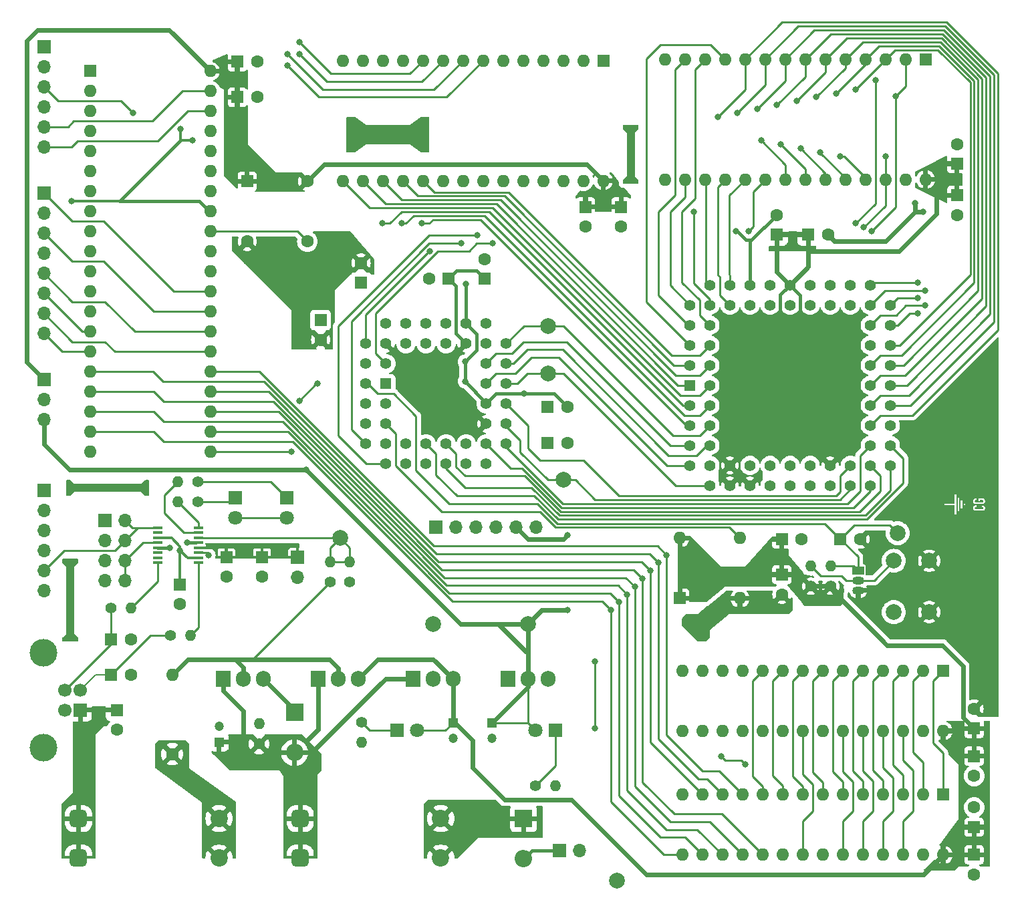
<source format=gbr>
%TF.GenerationSoftware,KiCad,Pcbnew,7.0.10*%
%TF.CreationDate,2024-02-05T22:27:57-06:00*%
%TF.ProjectId,SBC Circuit,53424320-4369-4726-9375-69742e6b6963,0.0*%
%TF.SameCoordinates,Original*%
%TF.FileFunction,Copper,L1,Top*%
%TF.FilePolarity,Positive*%
%FSLAX46Y46*%
G04 Gerber Fmt 4.6, Leading zero omitted, Abs format (unit mm)*
G04 Created by KiCad (PCBNEW 7.0.10) date 2024-02-05 22:27:57*
%MOMM*%
%LPD*%
G01*
G04 APERTURE LIST*
G04 Aperture macros list*
%AMRoundRect*
0 Rectangle with rounded corners*
0 $1 Rounding radius*
0 $2 $3 $4 $5 $6 $7 $8 $9 X,Y pos of 4 corners*
0 Add a 4 corners polygon primitive as box body*
4,1,4,$2,$3,$4,$5,$6,$7,$8,$9,$2,$3,0*
0 Add four circle primitives for the rounded corners*
1,1,$1+$1,$2,$3*
1,1,$1+$1,$4,$5*
1,1,$1+$1,$6,$7*
1,1,$1+$1,$8,$9*
0 Add four rect primitives between the rounded corners*
20,1,$1+$1,$2,$3,$4,$5,0*
20,1,$1+$1,$4,$5,$6,$7,0*
20,1,$1+$1,$6,$7,$8,$9,0*
20,1,$1+$1,$8,$9,$2,$3,0*%
G04 Aperture macros list end*
%ADD10C,0.300000*%
%TA.AperFunction,ComponentPad*%
%ADD11RoundRect,0.550000X-0.550000X-0.550000X0.550000X-0.550000X0.550000X0.550000X-0.550000X0.550000X0*%
%TD*%
%TA.AperFunction,ComponentPad*%
%ADD12C,2.200000*%
%TD*%
%TA.AperFunction,ComponentPad*%
%ADD13C,2.000000*%
%TD*%
%TA.AperFunction,ComponentPad*%
%ADD14R,1.600000X1.600000*%
%TD*%
%TA.AperFunction,ComponentPad*%
%ADD15C,1.600000*%
%TD*%
%TA.AperFunction,ComponentPad*%
%ADD16R,1.700000X1.700000*%
%TD*%
%TA.AperFunction,ComponentPad*%
%ADD17O,1.700000X1.700000*%
%TD*%
%TA.AperFunction,ComponentPad*%
%ADD18C,1.400000*%
%TD*%
%TA.AperFunction,ComponentPad*%
%ADD19O,1.400000X1.400000*%
%TD*%
%TA.AperFunction,ComponentPad*%
%ADD20O,1.600000X1.600000*%
%TD*%
%TA.AperFunction,ComponentPad*%
%ADD21R,2.200000X2.200000*%
%TD*%
%TA.AperFunction,ComponentPad*%
%ADD22O,2.200000X2.200000*%
%TD*%
%TA.AperFunction,ComponentPad*%
%ADD23R,1.800000X1.800000*%
%TD*%
%TA.AperFunction,ComponentPad*%
%ADD24C,1.800000*%
%TD*%
%TA.AperFunction,ComponentPad*%
%ADD25C,1.700000*%
%TD*%
%TA.AperFunction,ComponentPad*%
%ADD26C,3.500000*%
%TD*%
%TA.AperFunction,ComponentPad*%
%ADD27R,1.905000X2.000000*%
%TD*%
%TA.AperFunction,ComponentPad*%
%ADD28O,1.905000X2.000000*%
%TD*%
%TA.AperFunction,SMDPad,CuDef*%
%ADD29R,1.200000X0.400000*%
%TD*%
%TA.AperFunction,ComponentPad*%
%ADD30R,1.422400X1.422400*%
%TD*%
%TA.AperFunction,ComponentPad*%
%ADD31C,1.422400*%
%TD*%
%TA.AperFunction,ComponentPad*%
%ADD32R,1.200000X1.200000*%
%TD*%
%TA.AperFunction,ComponentPad*%
%ADD33C,1.200000*%
%TD*%
%TA.AperFunction,ComponentPad*%
%ADD34R,1.500000X1.050000*%
%TD*%
%TA.AperFunction,ComponentPad*%
%ADD35O,1.500000X1.050000*%
%TD*%
%TA.AperFunction,ViaPad*%
%ADD36C,0.800000*%
%TD*%
%TA.AperFunction,Conductor*%
%ADD37C,0.406400*%
%TD*%
%TA.AperFunction,Conductor*%
%ADD38C,0.304800*%
%TD*%
%TA.AperFunction,Conductor*%
%ADD39C,0.254000*%
%TD*%
%TA.AperFunction,Conductor*%
%ADD40C,0.609600*%
%TD*%
%TA.AperFunction,Conductor*%
%ADD41C,0.355600*%
%TD*%
%TA.AperFunction,Conductor*%
%ADD42C,0.203200*%
%TD*%
G04 APERTURE END LIST*
D10*
G36*
X197814254Y-96279425D02*
G01*
X194290713Y-96279425D01*
X194290713Y-94712927D01*
X194719284Y-94712927D01*
X196025739Y-94712927D01*
X196025739Y-95850854D01*
X196238963Y-95850854D01*
X196238963Y-93742794D01*
X196400896Y-93742794D01*
X196400896Y-95467637D01*
X196616318Y-95467637D01*
X196616318Y-94120149D01*
X196776053Y-94120149D01*
X196776053Y-95093945D01*
X196989277Y-95093945D01*
X196989277Y-94497504D01*
X197170261Y-94497504D01*
X197170261Y-94717323D01*
X197385683Y-94717323D01*
X197385683Y-94497504D01*
X197170261Y-94497504D01*
X196989277Y-94497504D01*
X196989277Y-94120149D01*
X196776053Y-94120149D01*
X196616318Y-94120149D01*
X196616318Y-93742794D01*
X196400896Y-93742794D01*
X196238963Y-93742794D01*
X196238963Y-93363241D01*
X196025739Y-93363241D01*
X196025739Y-94497504D01*
X194719284Y-94497504D01*
X194719284Y-94712927D01*
X194290713Y-94712927D01*
X194290713Y-92934670D01*
X197814254Y-92934670D01*
X197814254Y-96279425D01*
G37*
G36*
X200098509Y-95619641D02*
G01*
X198154288Y-95619641D01*
X198154288Y-95061706D01*
X198368574Y-95061706D01*
X198368986Y-95080636D01*
X198370223Y-95099143D01*
X198372284Y-95117227D01*
X198375169Y-95134887D01*
X198378878Y-95152123D01*
X198383412Y-95168936D01*
X198388770Y-95185325D01*
X198394952Y-95201290D01*
X198401770Y-95216781D01*
X198409218Y-95231744D01*
X198417295Y-95246181D01*
X198426002Y-95260092D01*
X198435338Y-95273476D01*
X198445305Y-95286333D01*
X198455901Y-95298663D01*
X198467126Y-95310467D01*
X198478844Y-95321504D01*
X198491100Y-95331899D01*
X198503894Y-95341654D01*
X198517226Y-95350767D01*
X198531097Y-95359239D01*
X198545505Y-95367070D01*
X198560452Y-95374260D01*
X198575936Y-95380809D01*
X198591764Y-95386562D01*
X198607925Y-95391548D01*
X198624417Y-95395767D01*
X198641241Y-95399219D01*
X198658397Y-95401903D01*
X198675885Y-95403821D01*
X198693705Y-95404972D01*
X198711857Y-95405355D01*
X199532513Y-95405355D01*
X199551491Y-95405075D01*
X199569818Y-95404235D01*
X199587495Y-95402834D01*
X199604521Y-95400873D01*
X199620897Y-95398352D01*
X199636622Y-95395270D01*
X199651697Y-95391628D01*
X199666122Y-95387426D01*
X199684343Y-95380952D01*
X199701407Y-95373482D01*
X199717436Y-95365147D01*
X199732732Y-95356262D01*
X199747295Y-95346829D01*
X199761125Y-95336845D01*
X199774222Y-95326312D01*
X199786587Y-95315230D01*
X199798219Y-95303598D01*
X199809118Y-95291416D01*
X199819171Y-95278771D01*
X199828444Y-95265748D01*
X199836939Y-95252347D01*
X199844656Y-95238568D01*
X199851594Y-95224411D01*
X199857753Y-95209877D01*
X199863134Y-95194965D01*
X199867737Y-95179675D01*
X199871601Y-95164219D01*
X199874950Y-95148809D01*
X199877783Y-95133444D01*
X199880102Y-95118126D01*
X199881905Y-95102853D01*
X199883193Y-95087626D01*
X199883966Y-95072445D01*
X199884223Y-95057309D01*
X199883782Y-95039873D01*
X199882460Y-95022734D01*
X199880256Y-95005892D01*
X199877171Y-94989349D01*
X199873204Y-94973103D01*
X199868355Y-94957154D01*
X199862625Y-94941504D01*
X199856013Y-94926151D01*
X199848651Y-94911095D01*
X199840672Y-94896521D01*
X199832073Y-94882427D01*
X199822857Y-94868815D01*
X199813023Y-94855683D01*
X199802570Y-94843032D01*
X199791499Y-94830862D01*
X199779809Y-94819172D01*
X199767508Y-94808124D01*
X199754782Y-94797694D01*
X199741633Y-94787883D01*
X199728060Y-94778689D01*
X199714064Y-94770114D01*
X199699644Y-94762157D01*
X199684801Y-94754818D01*
X199669534Y-94748098D01*
X199653940Y-94742001D01*
X199638118Y-94736718D01*
X199622067Y-94732247D01*
X199605786Y-94728589D01*
X199589277Y-94725744D01*
X199572539Y-94723712D01*
X199555572Y-94722492D01*
X199538375Y-94722086D01*
X199446051Y-94722086D01*
X199446051Y-94936409D01*
X199519324Y-94936409D01*
X199530086Y-94936598D01*
X199545371Y-94937590D01*
X199561900Y-94939821D01*
X199577027Y-94943210D01*
X199592597Y-94948499D01*
X199599724Y-94951619D01*
X199614295Y-94959350D01*
X199626837Y-94968067D01*
X199638393Y-94978907D01*
X199640462Y-94981439D01*
X199649693Y-94994483D01*
X199657063Y-95008172D01*
X199662573Y-95022505D01*
X199666115Y-95035256D01*
X199668870Y-95050211D01*
X199669900Y-95065736D01*
X199669213Y-95082737D01*
X199667152Y-95098388D01*
X199663718Y-95112687D01*
X199657492Y-95128662D01*
X199649120Y-95142526D01*
X199638602Y-95154279D01*
X199625936Y-95163921D01*
X199611688Y-95171731D01*
X199596420Y-95178218D01*
X199580132Y-95183381D01*
X199562824Y-95187220D01*
X199548244Y-95189338D01*
X199533011Y-95190609D01*
X199517126Y-95191032D01*
X198756554Y-95191032D01*
X198747223Y-95190933D01*
X198729180Y-95190143D01*
X198711961Y-95188563D01*
X198695566Y-95186194D01*
X198679995Y-95183034D01*
X198665249Y-95179084D01*
X198647976Y-95173036D01*
X198631990Y-95165753D01*
X198617847Y-95156592D01*
X198606101Y-95144909D01*
X198596753Y-95130703D01*
X198589801Y-95113975D01*
X198585966Y-95098777D01*
X198583664Y-95081964D01*
X198582897Y-95063537D01*
X198583078Y-95056306D01*
X198585106Y-95039066D01*
X198589389Y-95023026D01*
X198595925Y-95008183D01*
X198604716Y-94994539D01*
X198615761Y-94982094D01*
X198629059Y-94970847D01*
X198640771Y-94962776D01*
X198656152Y-94954200D01*
X198672356Y-94947305D01*
X198689383Y-94942093D01*
X198707232Y-94938561D01*
X198722104Y-94936947D01*
X198737503Y-94936409D01*
X198808578Y-94936409D01*
X198808578Y-94722086D01*
X198725047Y-94722086D01*
X198705732Y-94722492D01*
X198686807Y-94723712D01*
X198668272Y-94725744D01*
X198650125Y-94728589D01*
X198632368Y-94732247D01*
X198615000Y-94736718D01*
X198598021Y-94742001D01*
X198581432Y-94748098D01*
X198565220Y-94754818D01*
X198549558Y-94762157D01*
X198534446Y-94770114D01*
X198519883Y-94778689D01*
X198505869Y-94787883D01*
X198492405Y-94797694D01*
X198479491Y-94808124D01*
X198467126Y-94819172D01*
X198455192Y-94831068D01*
X198444028Y-94843398D01*
X198433634Y-94856164D01*
X198424010Y-94869364D01*
X198415155Y-94883000D01*
X198407071Y-94897071D01*
X198399757Y-94911576D01*
X198393212Y-94926517D01*
X198387438Y-94941893D01*
X198382433Y-94957704D01*
X198378198Y-94973950D01*
X198374734Y-94990631D01*
X198372039Y-95007747D01*
X198370114Y-95025298D01*
X198368959Y-95043284D01*
X198368574Y-95061706D01*
X198154288Y-95061706D01*
X198154288Y-94187560D01*
X198368574Y-94187560D01*
X198368935Y-94204030D01*
X198370017Y-94220465D01*
X198371820Y-94236865D01*
X198374344Y-94253231D01*
X198377590Y-94269563D01*
X198381557Y-94285861D01*
X198386246Y-94302124D01*
X198391655Y-94318352D01*
X198397672Y-94334266D01*
X198404363Y-94349768D01*
X198411731Y-94364858D01*
X198419774Y-94379535D01*
X198428492Y-94393801D01*
X198437886Y-94407654D01*
X198447955Y-94421095D01*
X198458700Y-94434124D01*
X198470515Y-94447072D01*
X198483063Y-94459357D01*
X198496344Y-94470978D01*
X198510357Y-94481934D01*
X198525103Y-94492227D01*
X198540582Y-94501855D01*
X198556794Y-94510820D01*
X198573738Y-94519120D01*
X198591375Y-94526590D01*
X198609665Y-94533065D01*
X198623810Y-94537267D01*
X198638323Y-94540909D01*
X198653202Y-94543990D01*
X198668449Y-94546512D01*
X198684063Y-94548473D01*
X198700044Y-94549873D01*
X198716392Y-94550714D01*
X198733107Y-94550994D01*
X199520057Y-94550994D01*
X199537473Y-94550714D01*
X199554412Y-94549873D01*
X199570875Y-94548473D01*
X199586861Y-94546512D01*
X199602371Y-94543990D01*
X199617404Y-94540909D01*
X199631961Y-94537267D01*
X199646041Y-94533065D01*
X199664073Y-94526590D01*
X199681257Y-94519120D01*
X199697658Y-94510820D01*
X199713337Y-94501855D01*
X199728295Y-94492227D01*
X199742532Y-94481934D01*
X199756047Y-94470978D01*
X199768841Y-94459357D01*
X199780914Y-94447072D01*
X199792266Y-94434124D01*
X199803446Y-94421095D01*
X199813904Y-94407654D01*
X199823641Y-94393801D01*
X199832657Y-94379535D01*
X199840952Y-94364858D01*
X199848526Y-94349768D01*
X199855378Y-94334266D01*
X199861509Y-94318352D01*
X199866832Y-94302124D01*
X199871446Y-94285861D01*
X199875350Y-94269563D01*
X199878545Y-94253231D01*
X199881029Y-94236865D01*
X199882803Y-94220465D01*
X199883868Y-94204030D01*
X199884223Y-94187560D01*
X199883868Y-94171097D01*
X199882803Y-94154679D01*
X199881029Y-94138307D01*
X199878545Y-94121981D01*
X199875350Y-94105701D01*
X199871446Y-94089466D01*
X199866832Y-94073278D01*
X199861509Y-94057135D01*
X199855378Y-94041101D01*
X199848526Y-94025421D01*
X199840952Y-94010097D01*
X199832657Y-93995128D01*
X199823641Y-93980513D01*
X199813904Y-93966253D01*
X199803446Y-93952349D01*
X199792266Y-93938799D01*
X199780920Y-93926366D01*
X199768864Y-93914527D01*
X199756099Y-93903285D01*
X199742623Y-93892637D01*
X199728438Y-93882585D01*
X199713543Y-93873128D01*
X199697938Y-93864267D01*
X199681624Y-93856001D01*
X199664439Y-93848530D01*
X199646407Y-93842056D01*
X199632327Y-93837854D01*
X199617770Y-93834212D01*
X199602737Y-93831131D01*
X199587228Y-93828609D01*
X199571241Y-93826648D01*
X199554779Y-93825248D01*
X199537839Y-93824407D01*
X199520423Y-93824127D01*
X199051844Y-93824127D01*
X199051844Y-94213206D01*
X199239422Y-94213206D01*
X199239422Y-94038450D01*
X199519324Y-94038450D01*
X199528828Y-94038623D01*
X199546883Y-94040009D01*
X199563667Y-94042779D01*
X199579181Y-94046935D01*
X199593423Y-94052476D01*
X199606395Y-94059403D01*
X199620822Y-94070009D01*
X199633264Y-94082780D01*
X199639811Y-94091231D01*
X199649292Y-94105930D01*
X199656984Y-94121398D01*
X199662888Y-94137636D01*
X199667002Y-94154643D01*
X199669328Y-94172419D01*
X199669900Y-94187194D01*
X199669757Y-94194732D01*
X199668147Y-94213012D01*
X199664748Y-94230488D01*
X199659560Y-94247159D01*
X199652584Y-94263024D01*
X199643818Y-94278085D01*
X199633264Y-94292341D01*
X199628525Y-94297709D01*
X199615289Y-94309614D01*
X199600068Y-94319354D01*
X199586461Y-94325588D01*
X199571583Y-94330437D01*
X199555434Y-94333900D01*
X199538015Y-94335978D01*
X199519324Y-94336671D01*
X198733839Y-94336671D01*
X198724291Y-94336498D01*
X198706156Y-94335112D01*
X198689303Y-94332342D01*
X198673733Y-94328186D01*
X198659445Y-94322644D01*
X198646439Y-94315718D01*
X198631984Y-94305111D01*
X198619534Y-94292341D01*
X198612986Y-94283884D01*
X198603505Y-94269145D01*
X198595813Y-94253602D01*
X198589910Y-94237253D01*
X198585795Y-94220099D01*
X198583470Y-94202141D01*
X198582897Y-94187194D01*
X198583040Y-94179745D01*
X198584650Y-94161661D01*
X198588049Y-94144347D01*
X198593237Y-94127801D01*
X198600214Y-94112025D01*
X198608979Y-94097018D01*
X198619534Y-94082780D01*
X198624274Y-94077412D01*
X198637526Y-94065507D01*
X198652781Y-94055767D01*
X198666428Y-94049533D01*
X198681358Y-94044684D01*
X198697569Y-94041221D01*
X198715063Y-94039143D01*
X198733839Y-94038450D01*
X198808944Y-94038450D01*
X198808944Y-93824127D01*
X198733839Y-93824127D01*
X198717059Y-93824407D01*
X198700652Y-93825248D01*
X198684618Y-93826648D01*
X198668959Y-93828609D01*
X198653672Y-93831131D01*
X198638759Y-93834212D01*
X198624220Y-93837854D01*
X198610054Y-93842056D01*
X198591747Y-93848530D01*
X198574105Y-93856001D01*
X198557154Y-93864267D01*
X198540926Y-93873128D01*
X198525418Y-93882585D01*
X198510632Y-93892637D01*
X198496567Y-93903285D01*
X198483223Y-93914527D01*
X198470601Y-93926366D01*
X198458700Y-93938799D01*
X198448035Y-93952349D01*
X198438023Y-93966253D01*
X198428664Y-93980513D01*
X198419957Y-93995128D01*
X198411902Y-94010097D01*
X198404501Y-94025421D01*
X198397752Y-94041101D01*
X198391655Y-94057135D01*
X198386246Y-94073278D01*
X198381557Y-94089466D01*
X198377590Y-94105701D01*
X198374344Y-94121981D01*
X198371820Y-94138307D01*
X198370017Y-94154679D01*
X198368935Y-94171097D01*
X198368574Y-94187560D01*
X198154288Y-94187560D01*
X198154288Y-93609841D01*
X200098509Y-93609841D01*
X200098509Y-95619641D01*
G37*
D11*
%TO.P,F1,1*%
%TO.N,/Power+IO/vin*%
X113142400Y-134416800D03*
X113142400Y-139416800D03*
D12*
%TO.P,F1,2*%
%TO.N,/Power+IO/n2*%
X130942400Y-139416800D03*
X130942400Y-134416800D03*
%TD*%
D13*
%TO.P,TP2,1,1*%
%TO.N,+5V*%
X129960000Y-109735400D03*
%TD*%
D14*
%TO.P,C23,1*%
%TO.N,+5V*%
X153775000Y-56896000D03*
D15*
%TO.P,C23,2*%
%TO.N,GNDREF*%
X153775000Y-59396000D03*
%TD*%
D14*
%TO.P,C27,1*%
%TO.N,/Power+IO/n7*%
X108290000Y-101285400D03*
D15*
%TO.P,C27,2*%
%TO.N,GNDREF*%
X108290000Y-103785400D03*
%TD*%
D16*
%TO.P,J6,1,Pin_1*%
%TO.N,/Memory+Peripheral/po_0*%
X80655800Y-55168800D03*
D17*
%TO.P,J6,2,Pin_2*%
%TO.N,/Memory+Peripheral/po_1*%
X80655800Y-57708800D03*
%TO.P,J6,3,Pin_3*%
%TO.N,/Memory+Peripheral/po_2*%
X80655800Y-60248800D03*
%TO.P,J6,4,Pin_4*%
%TO.N,/Memory+Peripheral/po_3*%
X80655800Y-62788800D03*
%TO.P,J6,5,Pin_5*%
%TO.N,/Memory+Peripheral/po_4*%
X80655800Y-65328800D03*
%TO.P,J6,6,Pin_6*%
%TO.N,/Memory+Peripheral/po_5*%
X80655800Y-67868800D03*
%TO.P,J6,7,Pin_7*%
%TO.N,/Memory+Peripheral/po_6*%
X80655800Y-70408800D03*
%TO.P,J6,8,Pin_8*%
%TO.N,/Memory+Peripheral/po_7*%
X80655800Y-72948800D03*
%TD*%
D14*
%TO.P,C14,1*%
%TO.N,+3.3V*%
X131954961Y-66000000D03*
D15*
%TO.P,C14,2*%
%TO.N,GNDREF*%
X129454961Y-66000000D03*
%TD*%
D18*
%TO.P,R7,1*%
%TO.N,GNDREF*%
X119420000Y-104455400D03*
D19*
%TO.P,R7,2*%
%TO.N,/Power+IO/vbus_sense*%
X119420000Y-101915400D03*
%TD*%
D14*
%TO.P,U6,1,A14*%
%TO.N,addr14*%
X151525000Y-38349000D03*
D20*
%TO.P,U6,2,A12*%
%TO.N,addr12*%
X148985000Y-38349000D03*
%TO.P,U6,3,A7*%
%TO.N,addr7*%
X146445000Y-38349000D03*
%TO.P,U6,4,A6*%
%TO.N,addr6*%
X143905000Y-38349000D03*
%TO.P,U6,5,A5*%
%TO.N,addr5*%
X141365000Y-38349000D03*
%TO.P,U6,6,A4*%
%TO.N,addr4*%
X138825000Y-38349000D03*
%TO.P,U6,7,A3*%
%TO.N,addr3*%
X136285000Y-38349000D03*
%TO.P,U6,8,A2*%
%TO.N,addr2*%
X133745000Y-38349000D03*
%TO.P,U6,9,A1*%
%TO.N,addr1*%
X131205000Y-38349000D03*
%TO.P,U6,10,A0*%
%TO.N,addr0*%
X128665000Y-38349000D03*
%TO.P,U6,11,D0*%
%TO.N,data0*%
X126125000Y-38349000D03*
%TO.P,U6,12,D1*%
%TO.N,data1*%
X123585000Y-38349000D03*
%TO.P,U6,13,D2*%
%TO.N,data2*%
X121045000Y-38349000D03*
%TO.P,U6,14,GND*%
%TO.N,GNDREF*%
X118505000Y-38349000D03*
%TO.P,U6,15,D3*%
%TO.N,data3*%
X118505000Y-53589000D03*
%TO.P,U6,16,D4*%
%TO.N,data4*%
X121045000Y-53589000D03*
%TO.P,U6,17,D5*%
%TO.N,data5*%
X123585000Y-53589000D03*
%TO.P,U6,18,D6*%
%TO.N,data6*%
X126125000Y-53589000D03*
%TO.P,U6,19,D7*%
%TO.N,data7*%
X128665000Y-53589000D03*
%TO.P,U6,20,~{CS}*%
%TO.N,roml_cs*%
X131205000Y-53589000D03*
%TO.P,U6,21,A10*%
%TO.N,addr10*%
X133745000Y-53589000D03*
%TO.P,U6,22,~{OE}*%
%TO.N,oe*%
X136285000Y-53589000D03*
%TO.P,U6,23,A11*%
%TO.N,addr11*%
X138825000Y-53589000D03*
%TO.P,U6,24,A9*%
%TO.N,addr9*%
X141365000Y-53589000D03*
%TO.P,U6,25,A8*%
%TO.N,addr8*%
X143905000Y-53589000D03*
%TO.P,U6,26,A13*%
%TO.N,addr13*%
X146445000Y-53589000D03*
%TO.P,U6,27,~{WE}*%
%TO.N,we*%
X148985000Y-53589000D03*
%TO.P,U6,28,VCC*%
%TO.N,+5V*%
X151525000Y-53589000D03*
%TD*%
D14*
%TO.P,C9,1*%
%TO.N,+5V*%
X173500000Y-60405000D03*
D15*
%TO.P,C9,2*%
%TO.N,GNDREF*%
X173500000Y-57905000D03*
%TD*%
D13*
%TO.P,TP4,1,1*%
%TO.N,hlt_rst*%
X188814600Y-98245000D03*
%TD*%
%TO.P,TP7,1,1*%
%TO.N,/dtack*%
X144500000Y-78000000D03*
%TD*%
D21*
%TO.P,D2,1,K*%
%TO.N,/Power+IO/n5*%
X112420000Y-120977583D03*
D22*
%TO.P,D2,2,A*%
%TO.N,/Power+IO/vin*%
X112420000Y-126057583D03*
%TD*%
D16*
%TO.P,J3,1,Pin_1*%
%TO.N,/tms*%
X130344961Y-97500000D03*
D17*
%TO.P,J3,2,Pin_2*%
%TO.N,/tdi*%
X132884961Y-97500000D03*
%TO.P,J3,3,Pin_3*%
%TO.N,/tdo*%
X135424961Y-97500000D03*
%TO.P,J3,4,Pin_4*%
%TO.N,/tck*%
X137964961Y-97500000D03*
%TO.P,J3,5,Pin_5*%
%TO.N,GNDREF*%
X140504961Y-97500000D03*
%TO.P,J3,6,Pin_6*%
%TO.N,+3.3V*%
X143044961Y-97500000D03*
%TD*%
D16*
%TO.P,J8,1,Pin_1*%
%TO.N,/Power+IO/n7*%
X112790000Y-101285400D03*
D17*
%TO.P,J8,2,Pin_2*%
%TO.N,+5V*%
X112790000Y-103825400D03*
%TD*%
D15*
%TO.P,FB1,1*%
%TO.N,/Power+IO/n4*%
X96920000Y-126235400D03*
D20*
%TO.P,FB1,2*%
%TO.N,/Power+IO/vbus*%
X96920000Y-116235400D03*
%TD*%
D14*
%TO.P,C4,1*%
%TO.N,/Power+IO/n3*%
X89920000Y-120655400D03*
D15*
%TO.P,C4,2*%
%TO.N,GNDREF*%
X89920000Y-123155400D03*
%TD*%
D14*
%TO.P,U7,1,A14*%
%TO.N,addr14*%
X192360000Y-38190418D03*
D20*
%TO.P,U7,2,A12*%
%TO.N,addr12*%
X189820000Y-38190418D03*
%TO.P,U7,3,A7*%
%TO.N,addr7*%
X187280000Y-38190418D03*
%TO.P,U7,4,A6*%
%TO.N,addr6*%
X184740000Y-38190418D03*
%TO.P,U7,5,A5*%
%TO.N,addr5*%
X182200000Y-38190418D03*
%TO.P,U7,6,A4*%
%TO.N,addr4*%
X179660000Y-38190418D03*
%TO.P,U7,7,A3*%
%TO.N,addr3*%
X177120000Y-38190418D03*
%TO.P,U7,8,A2*%
%TO.N,addr2*%
X174580000Y-38190418D03*
%TO.P,U7,9,A1*%
%TO.N,addr1*%
X172040000Y-38190418D03*
%TO.P,U7,10,A0*%
%TO.N,addr0*%
X169500000Y-38190418D03*
%TO.P,U7,11,D0*%
%TO.N,data8*%
X166960000Y-38190418D03*
%TO.P,U7,12,D1*%
%TO.N,data9*%
X164420000Y-38190418D03*
%TO.P,U7,13,D2*%
%TO.N,data10*%
X161880000Y-38190418D03*
%TO.P,U7,14,GND*%
%TO.N,GNDREF*%
X159340000Y-38190418D03*
%TO.P,U7,15,D3*%
%TO.N,data11*%
X159340000Y-53430418D03*
%TO.P,U7,16,D4*%
%TO.N,data12*%
X161880000Y-53430418D03*
%TO.P,U7,17,D5*%
%TO.N,data13*%
X164420000Y-53430418D03*
%TO.P,U7,18,D6*%
%TO.N,data14*%
X166960000Y-53430418D03*
%TO.P,U7,19,D7*%
%TO.N,data15*%
X169500000Y-53430418D03*
%TO.P,U7,20,~{CS}*%
%TO.N,romh_cs*%
X172040000Y-53430418D03*
%TO.P,U7,21,A10*%
%TO.N,addr10*%
X174580000Y-53430418D03*
%TO.P,U7,22,~{OE}*%
%TO.N,oe*%
X177120000Y-53430418D03*
%TO.P,U7,23,A11*%
%TO.N,addr11*%
X179660000Y-53430418D03*
%TO.P,U7,24,A9*%
%TO.N,addr9*%
X182200000Y-53430418D03*
%TO.P,U7,25,A8*%
%TO.N,addr8*%
X184740000Y-53430418D03*
%TO.P,U7,26,A13*%
%TO.N,addr13*%
X187280000Y-53430418D03*
%TO.P,U7,27,~{WE}*%
%TO.N,we*%
X189820000Y-53430418D03*
%TO.P,U7,28,VCC*%
%TO.N,+5V*%
X192360000Y-53430418D03*
%TD*%
D14*
%TO.P,C21,1*%
%TO.N,+5V*%
X198500000Y-126500000D03*
D15*
%TO.P,C21,2*%
%TO.N,GNDREF*%
X198500000Y-129000000D03*
%TD*%
D14*
%TO.P,C20,1*%
%TO.N,+5V*%
X198500000Y-123000000D03*
D15*
%TO.P,C20,2*%
%TO.N,GNDREF*%
X198500000Y-120500000D03*
%TD*%
D14*
%TO.P,C12,1*%
%TO.N,+3.3V*%
X120844961Y-66500000D03*
D15*
%TO.P,C12,2*%
%TO.N,GNDREF*%
X120844961Y-64000000D03*
%TD*%
D16*
%TO.P,J4,1,Pin_1*%
%TO.N,GNDREF*%
X80655800Y-92862400D03*
D17*
%TO.P,J4,2,Pin_2*%
%TO.N,unconnected-(J4-Pin_2-Pad2)*%
X80655800Y-95402400D03*
%TO.P,J4,3,Pin_3*%
%TO.N,+5V*%
X80655800Y-97942400D03*
%TO.P,J4,4,Pin_4*%
%TO.N,/Power+IO/rx_s*%
X80655800Y-100482400D03*
%TO.P,J4,5,Pin_5*%
%TO.N,/Power+IO/tx_s*%
X80655800Y-103022400D03*
%TO.P,J4,6,Pin_6*%
%TO.N,unconnected-(J4-Pin_6-Pad6)*%
X80655800Y-105562400D03*
%TD*%
D23*
%TO.P,D5,1,K*%
%TO.N,Net-(D5-K)*%
X111420000Y-93735400D03*
D24*
%TO.P,D5,2,A*%
%TO.N,/Power+IO/serial_3.3*%
X111420000Y-96275400D03*
%TD*%
D23*
%TO.P,D6,1,K*%
%TO.N,Net-(D6-K)*%
X104920000Y-93735400D03*
D24*
%TO.P,D6,2,A*%
%TO.N,/Power+IO/serial_3.3*%
X104920000Y-96275400D03*
%TD*%
D11*
%TO.P,F2,1*%
%TO.N,/Power+IO/n3*%
X85050000Y-134416800D03*
X85050000Y-139416800D03*
D12*
%TO.P,F2,2*%
%TO.N,/Power+IO/n4*%
X102850000Y-139416800D03*
X102850000Y-134416800D03*
%TD*%
D18*
%TO.P,R5,1*%
%TO.N,+5V*%
X180314600Y-104965000D03*
D19*
%TO.P,R5,2*%
%TO.N,hlt_rst*%
X180314600Y-102425000D03*
%TD*%
D16*
%TO.P,J1,1,VBUS*%
%TO.N,/Power+IO/n3*%
X85277500Y-120655400D03*
D25*
%TO.P,J1,2,D-*%
%TO.N,/Power+IO/usb-*%
X85277500Y-118155400D03*
%TO.P,J1,3,D+*%
%TO.N,/Power+IO/usb+*%
X83277500Y-118155400D03*
%TO.P,J1,4,GND*%
%TO.N,GNDREF*%
X83277500Y-120655400D03*
D26*
%TO.P,J1,5,Shield*%
%TO.N,unconnected-(J1-Shield-Pad5)*%
X80567500Y-125425400D03*
X80567500Y-113385400D03*
%TD*%
D14*
%TO.P,C29,1*%
%TO.N,/Power+IO/usb+*%
X89170000Y-111735400D03*
D15*
%TO.P,C29,2*%
%TO.N,GNDREF*%
X91670000Y-111735400D03*
%TD*%
D18*
%TO.P,R3,1*%
%TO.N,/Power+IO/usb-*%
X96700000Y-111235400D03*
D19*
%TO.P,R3,2*%
%TO.N,/Power+IO/n10*%
X99240000Y-111235400D03*
%TD*%
D14*
%TO.P,C17,1*%
%TO.N,+5V*%
X105170000Y-43000000D03*
D15*
%TO.P,C17,2*%
%TO.N,GNDREF*%
X107670000Y-43000000D03*
%TD*%
D14*
%TO.P,C16,1*%
%TO.N,+5V*%
X105170000Y-38500000D03*
D15*
%TO.P,C16,2*%
%TO.N,GNDREF*%
X107670000Y-38500000D03*
%TD*%
D14*
%TO.P,U4,1,A14*%
%TO.N,addr5*%
X194579000Y-131380000D03*
D20*
%TO.P,U4,2,A12*%
%TO.N,addr8*%
X192039000Y-131380000D03*
%TO.P,U4,3,A7*%
%TO.N,addr7*%
X189499000Y-131380000D03*
%TO.P,U4,4,A6*%
%TO.N,addr6*%
X186959000Y-131380000D03*
%TO.P,U4,5,A5*%
%TO.N,addr3*%
X184419000Y-131380000D03*
%TO.P,U4,6,A4*%
%TO.N,addr4*%
X181879000Y-131380000D03*
%TO.P,U4,7,A3*%
%TO.N,addr1*%
X179339000Y-131380000D03*
%TO.P,U4,8,A2*%
%TO.N,addr2*%
X176799000Y-131380000D03*
%TO.P,U4,9,A1*%
%TO.N,addr0*%
X174259000Y-131380000D03*
%TO.P,U4,10,A0*%
%TO.N,addr14*%
X171719000Y-131380000D03*
%TO.P,U4,11,Q0*%
%TO.N,data0*%
X169179000Y-131380000D03*
%TO.P,U4,12,Q1*%
%TO.N,data1*%
X166639000Y-131380000D03*
%TO.P,U4,13,Q2*%
%TO.N,data2*%
X164099000Y-131380000D03*
%TO.P,U4,14,GND*%
%TO.N,GNDREF*%
X161559000Y-131380000D03*
%TO.P,U4,15,Q3*%
%TO.N,data7*%
X161559000Y-139000000D03*
%TO.P,U4,16,Q4*%
%TO.N,data6*%
X164099000Y-139000000D03*
%TO.P,U4,17,Q5*%
%TO.N,data5*%
X166639000Y-139000000D03*
%TO.P,U4,18,Q6*%
%TO.N,data4*%
X169179000Y-139000000D03*
%TO.P,U4,19,Q7*%
%TO.N,data3*%
X171719000Y-139000000D03*
%TO.P,U4,20,~{CS}*%
%TO.N,raml_cs*%
X174259000Y-139000000D03*
%TO.P,U4,21,A10*%
%TO.N,addr9*%
X176799000Y-139000000D03*
%TO.P,U4,22,~{OE}*%
%TO.N,oe*%
X179339000Y-139000000D03*
%TO.P,U4,23,A11*%
%TO.N,addr10*%
X181879000Y-139000000D03*
%TO.P,U4,24,A9*%
%TO.N,addr11*%
X184419000Y-139000000D03*
%TO.P,U4,25,A8*%
%TO.N,addr13*%
X186959000Y-139000000D03*
%TO.P,U4,26,A13*%
%TO.N,addr12*%
X189499000Y-139000000D03*
%TO.P,U4,27,~{WE}*%
%TO.N,we*%
X192039000Y-139000000D03*
%TO.P,U4,28,VCC*%
%TO.N,+5V*%
X194579000Y-139000000D03*
%TD*%
D23*
%TO.P,D4,1,K*%
%TO.N,Net-(D4-K)*%
X145460000Y-123235400D03*
D24*
%TO.P,D4,2,A*%
%TO.N,+3.3V*%
X142920000Y-123235400D03*
%TD*%
D14*
%TO.P,C19,1*%
%TO.N,+5V*%
X198500000Y-139000000D03*
D15*
%TO.P,C19,2*%
%TO.N,GNDREF*%
X198500000Y-141500000D03*
%TD*%
D14*
%TO.P,C11,1*%
%TO.N,+3.3V*%
X144454961Y-86775400D03*
D15*
%TO.P,C11,2*%
%TO.N,GNDREF*%
X146954961Y-86775400D03*
%TD*%
D14*
%TO.P,C26,1*%
%TO.N,/Power+IO/n7*%
X103790000Y-101285400D03*
D15*
%TO.P,C26,2*%
%TO.N,GNDREF*%
X103790000Y-103785400D03*
%TD*%
D13*
%TO.P,TP3,1,1*%
%TO.N,+3.3V*%
X141960000Y-109735400D03*
%TD*%
D14*
%TO.P,C30,1*%
%TO.N,/Power+IO/usb-*%
X89170000Y-116235400D03*
D15*
%TO.P,C30,2*%
%TO.N,GNDREF*%
X91670000Y-116235400D03*
%TD*%
D18*
%TO.P,R10,1*%
%TO.N,Net-(D5-K)*%
X100140000Y-91735400D03*
D19*
%TO.P,R10,2*%
%TO.N,/Power+IO/tx_led*%
X97600000Y-91735400D03*
%TD*%
D16*
%TO.P,J2,1,Pin_1*%
%TO.N,/Power+IO/n1*%
X146010000Y-138455400D03*
D17*
%TO.P,J2,2,Pin_2*%
%TO.N,GNDREF*%
X148550000Y-138455400D03*
%TD*%
D14*
%TO.P,C15,1*%
%TO.N,+3.3V*%
X136454961Y-66000000D03*
D15*
%TO.P,C15,2*%
%TO.N,GNDREF*%
X136454961Y-63500000D03*
%TD*%
D14*
%TO.P,C25,1*%
%TO.N,+5V*%
X196315000Y-51430418D03*
D15*
%TO.P,C25,2*%
%TO.N,GNDREF*%
X196315000Y-48930418D03*
%TD*%
D27*
%TO.P,Q2,1,G*%
%TO.N,/Power+IO/vin*%
X103380000Y-116735400D03*
D28*
%TO.P,Q2,2,D*%
%TO.N,/Power+IO/vbus*%
X105920000Y-116735400D03*
%TO.P,Q2,3,S*%
%TO.N,/Power+IO/n5*%
X108460000Y-116735400D03*
%TD*%
D14*
%TO.P,C18,1*%
%TO.N,+5V*%
X198500000Y-135500000D03*
D15*
%TO.P,C18,2*%
%TO.N,GNDREF*%
X198500000Y-133000000D03*
%TD*%
D14*
%TO.P,U3,1,RS1*%
%TO.N,addr0*%
X86497800Y-39695400D03*
D20*
%TO.P,U3,2,IP3*%
%TO.N,/Memory+Peripheral/pi_3*%
X86497800Y-42235400D03*
%TO.P,U3,3,RS2*%
%TO.N,addr1*%
X86497800Y-44775400D03*
%TO.P,U3,4,IP1*%
%TO.N,/Memory+Peripheral/pi_1*%
X86497800Y-47315400D03*
%TO.P,U3,5,RS3*%
%TO.N,addr2*%
X86497800Y-49855400D03*
%TO.P,U3,6,RS4*%
%TO.N,addr3*%
X86497800Y-52395400D03*
%TO.P,U3,7,IP0*%
%TO.N,/Memory+Peripheral/pi_0*%
X86497800Y-54935400D03*
%TO.P,U3,8,R/W*%
%TO.N,duart_rw*%
X86497800Y-57475400D03*
%TO.P,U3,9,~{DTACK}*%
%TO.N,duart_dtack*%
X86497800Y-60015400D03*
%TO.P,U3,10,RXDB*%
%TO.N,rx_b*%
X86497800Y-62555400D03*
%TO.P,U3,11,TXDB*%
%TO.N,tx_b*%
X86497800Y-65095400D03*
%TO.P,U3,12,OP1*%
%TO.N,/Memory+Peripheral/po_1*%
X86497800Y-67635400D03*
%TO.P,U3,13,OP3*%
%TO.N,/Memory+Peripheral/po_3*%
X86497800Y-70175400D03*
%TO.P,U3,14,OP5*%
%TO.N,/Memory+Peripheral/po_5*%
X86497800Y-72715400D03*
%TO.P,U3,15,OP7*%
%TO.N,/Memory+Peripheral/po_7*%
X86497800Y-75255400D03*
%TO.P,U3,16,D1*%
%TO.N,data1*%
X86497800Y-77795400D03*
%TO.P,U3,17,D3*%
%TO.N,data3*%
X86497800Y-80335400D03*
%TO.P,U3,18,D5*%
%TO.N,data5*%
X86497800Y-82875400D03*
%TO.P,U3,19,D7*%
%TO.N,data7*%
X86497800Y-85415400D03*
%TO.P,U3,20,GND*%
%TO.N,GNDREF*%
X86497800Y-87955400D03*
%TO.P,U3,21,~{IRQ}*%
%TO.N,duart_irq*%
X101737800Y-87955400D03*
%TO.P,U3,22,D6*%
%TO.N,data6*%
X101737800Y-85415400D03*
%TO.P,U3,23,D4*%
%TO.N,data4*%
X101737800Y-82875400D03*
%TO.P,U3,24,D2*%
%TO.N,data2*%
X101737800Y-80335400D03*
%TO.P,U3,25,D0*%
%TO.N,data0*%
X101737800Y-77795400D03*
%TO.P,U3,26,OP6*%
%TO.N,/Memory+Peripheral/po_6*%
X101737800Y-75255400D03*
%TO.P,U3,27,OP4*%
%TO.N,/Memory+Peripheral/po_4*%
X101737800Y-72715400D03*
%TO.P,U3,28,OP2*%
%TO.N,/Memory+Peripheral/po_2*%
X101737800Y-70175400D03*
%TO.P,U3,29,OP0*%
%TO.N,/Memory+Peripheral/po_0*%
X101737800Y-67635400D03*
%TO.P,U3,30,TXDA*%
%TO.N,tx_a*%
X101737800Y-65095400D03*
%TO.P,U3,31,RXDA*%
%TO.N,rx_a*%
X101737800Y-62555400D03*
%TO.P,U3,32,X1/CLK*%
%TO.N,/Memory+Peripheral/n8*%
X101737800Y-60015400D03*
%TO.P,U3,33,X2*%
%TO.N,GNDREF*%
X101737800Y-57475400D03*
%TO.P,U3,34,~{RESET}*%
%TO.N,hlt_rst*%
X101737800Y-54935400D03*
%TO.P,U3,35,CS*%
%TO.N,duart_cs*%
X101737800Y-52395400D03*
%TO.P,U3,36,IP2*%
%TO.N,/Memory+Peripheral/pi_2*%
X101737800Y-49855400D03*
%TO.P,U3,37,~{IACK}*%
%TO.N,duart_iack*%
X101737800Y-47315400D03*
%TO.P,U3,38,IP5*%
%TO.N,/Memory+Peripheral/pi_5*%
X101737800Y-44775400D03*
%TO.P,U3,39,IP4*%
%TO.N,/Memory+Peripheral/pi_4*%
X101737800Y-42235400D03*
%TO.P,U3,40,VCC*%
%TO.N,+5V*%
X101737800Y-39695400D03*
%TD*%
D29*
%TO.P,U10,1,TXD*%
%TO.N,/Power+IO/tx_s*%
X95090000Y-97560400D03*
%TO.P,U10,2,~{RTS}*%
%TO.N,unconnected-(U10-~{RTS}-Pad2)*%
X95090000Y-98195400D03*
%TO.P,U10,3,VCCIO*%
%TO.N,/Power+IO/serial_3.3*%
X95090000Y-98830400D03*
%TO.P,U10,4,RXD*%
%TO.N,/Power+IO/rx_s*%
X95090000Y-99465400D03*
%TO.P,U10,5,GND*%
%TO.N,GNDREF*%
X95090000Y-100100400D03*
%TO.P,U10,6,~{CTS}*%
%TO.N,unconnected-(U10-~{CTS}-Pad6)*%
X95090000Y-100735400D03*
%TO.P,U10,7,CBUS2*%
%TO.N,unconnected-(U10-CBUS2-Pad7)*%
X95090000Y-101370400D03*
%TO.P,U10,8,USBDP*%
%TO.N,/Power+IO/n9*%
X95090000Y-102005400D03*
%TO.P,U10,9,USBDM*%
%TO.N,/Power+IO/n10*%
X100290000Y-102005400D03*
%TO.P,U10,10,3V3OUT*%
%TO.N,/Power+IO/serial_3.3*%
X100290000Y-101370400D03*
%TO.P,U10,11,~{RESET}*%
%TO.N,hlt_rst*%
X100290000Y-100735400D03*
%TO.P,U10,12,VCC*%
%TO.N,/Power+IO/n7*%
X100290000Y-100100400D03*
%TO.P,U10,13,GND*%
%TO.N,GNDREF*%
X100290000Y-99465400D03*
%TO.P,U10,14,CBUS1*%
%TO.N,/Power+IO/vbus_sense*%
X100290000Y-98830400D03*
%TO.P,U10,15,CBUS0*%
%TO.N,/Power+IO/tx_led*%
X100290000Y-98195400D03*
%TO.P,U10,16,CBUS3*%
%TO.N,/Power+IO/rx_led*%
X100290000Y-97560400D03*
%TD*%
D14*
%TO.P,C8,1*%
%TO.N,+5V*%
X177500000Y-60405000D03*
D15*
%TO.P,C8,2*%
%TO.N,GNDREF*%
X180000000Y-60405000D03*
%TD*%
D14*
%TO.P,C22,1*%
%TO.N,+5V*%
X149275000Y-56896000D03*
D15*
%TO.P,C22,2*%
%TO.N,GNDREF*%
X149275000Y-59396000D03*
%TD*%
D13*
%TO.P,TP5,1,1*%
%TO.N,/Power+IO/vbus_sense*%
X118170000Y-98830400D03*
%TD*%
D18*
%TO.P,R8,1*%
%TO.N,Net-(D3-K)*%
X120920000Y-122235400D03*
D19*
%TO.P,R8,2*%
%TO.N,GNDREF*%
X120920000Y-124775400D03*
%TD*%
D30*
%TO.P,U1,1,D4*%
%TO.N,data4*%
X162484600Y-79500000D03*
D31*
%TO.P,U1,2,D3*%
%TO.N,data3*%
X165024600Y-79500000D03*
%TO.P,U1,3,D2*%
%TO.N,data2*%
X162484600Y-82040000D03*
%TO.P,U1,4,D1*%
%TO.N,data1*%
X165024600Y-82040000D03*
%TO.P,U1,5,D0*%
%TO.N,data0*%
X162484600Y-84580000D03*
%TO.P,U1,6,~{AS}*%
%TO.N,/as*%
X165024600Y-84580000D03*
%TO.P,U1,7,~{UDS}*%
%TO.N,/uds*%
X162484600Y-87120000D03*
%TO.P,U1,8,~{LDS}*%
%TO.N,/lds*%
X165024600Y-87120000D03*
%TO.P,U1,9,~{R/W}*%
%TO.N,/rw*%
X162484600Y-89660000D03*
%TO.P,U1,10,~{DTACK}*%
%TO.N,/dtack*%
X165024600Y-92200000D03*
%TO.P,U1,11,~{BG}*%
%TO.N,unconnected-(U1-~{BG}-Pad11)*%
X165024600Y-89660000D03*
%TO.P,U1,12,~{BGACK}*%
%TO.N,+5V*%
X167564600Y-92200000D03*
%TO.P,U1,13,~{BR}*%
X167564600Y-89660000D03*
%TO.P,U1,14,VCC*%
X170104600Y-92200000D03*
%TO.P,U1,15,CLK*%
%TO.N,clk*%
X170104600Y-89660000D03*
%TO.P,U1,16,GND*%
%TO.N,GNDREF*%
X172644600Y-92200000D03*
%TO.P,U1,17,GND*%
X172644600Y-89660000D03*
%TO.P,U1,18,NC*%
%TO.N,unconnected-(U1-NC-Pad18)*%
X175184600Y-92200000D03*
%TO.P,U1,19,~{HALT}*%
%TO.N,hlt_rst*%
X175184600Y-89660000D03*
%TO.P,U1,20,~{RESET}*%
X177724600Y-92200000D03*
%TO.P,U1,21,~{VMA}*%
%TO.N,unconnected-(U1-~{VMA}-Pad21)*%
X177724600Y-89660000D03*
%TO.P,U1,22,E*%
%TO.N,unconnected-(U1-E-Pad22)*%
X180264600Y-92200000D03*
%TO.P,U1,23,~{VPA}*%
%TO.N,+5V*%
X180264600Y-89660000D03*
%TO.P,U1,24,~{BERR}*%
%TO.N,/berr*%
X182804600Y-92200000D03*
%TO.P,U1,25,~{IPL2}*%
%TO.N,/ipl2*%
X182804600Y-89660000D03*
%TO.P,U1,26,~{IPL1}*%
%TO.N,/ipl1*%
X185344600Y-92200000D03*
%TO.P,U1,27,~{IPL0}*%
%TO.N,/ipl0*%
X187884600Y-89660000D03*
%TO.P,U1,28,FC2*%
%TO.N,/fc2*%
X185344600Y-89660000D03*
%TO.P,U1,29,FC1*%
%TO.N,/fc1*%
X187884600Y-87120000D03*
%TO.P,U1,30,FC0*%
%TO.N,/fc0*%
X185344600Y-87120000D03*
%TO.P,U1,31,NC*%
%TO.N,unconnected-(U1-NC-Pad31)*%
X187884600Y-84580000D03*
%TO.P,U1,32,A1*%
%TO.N,addr0*%
X185344600Y-84580000D03*
%TO.P,U1,33,A2*%
%TO.N,addr1*%
X187884600Y-82040000D03*
%TO.P,U1,34,A3*%
%TO.N,addr2*%
X185344600Y-82040000D03*
%TO.P,U1,35,A4*%
%TO.N,addr3*%
X187884600Y-79500000D03*
%TO.P,U1,36,A5*%
%TO.N,addr4*%
X185344600Y-79500000D03*
%TO.P,U1,37,A6*%
%TO.N,addr5*%
X187884600Y-76960000D03*
%TO.P,U1,38,A7*%
%TO.N,addr6*%
X185344600Y-76960000D03*
%TO.P,U1,39,A8*%
%TO.N,addr7*%
X187884600Y-74420000D03*
%TO.P,U1,40,A9*%
%TO.N,addr8*%
X185344600Y-74420000D03*
%TO.P,U1,41,A10*%
%TO.N,addr9*%
X187884600Y-71880000D03*
%TO.P,U1,42,A11*%
%TO.N,addr10*%
X185344600Y-71880000D03*
%TO.P,U1,43,A12*%
%TO.N,addr11*%
X187884600Y-69340000D03*
%TO.P,U1,44,A13*%
%TO.N,addr12*%
X185344600Y-66800000D03*
%TO.P,U1,45,A14*%
%TO.N,addr13*%
X185344600Y-69340000D03*
%TO.P,U1,46,A15*%
%TO.N,addr14*%
X182804600Y-66800000D03*
%TO.P,U1,47,A16*%
%TO.N,addr15*%
X182804600Y-69340000D03*
%TO.P,U1,48,A17*%
%TO.N,addr16*%
X180264600Y-66800000D03*
%TO.P,U1,49,A18*%
%TO.N,addr17*%
X180264600Y-69340000D03*
%TO.P,U1,50,A19*%
%TO.N,addr18*%
X177724600Y-66800000D03*
%TO.P,U1,51,A20*%
%TO.N,addr19*%
X177724600Y-69340000D03*
%TO.P,U1,52,VCC*%
%TO.N,+5V*%
X175184600Y-66800000D03*
%TO.P,U1,53,A21*%
%TO.N,addr20*%
X175184600Y-69340000D03*
%TO.P,U1,54,A22*%
%TO.N,addr21*%
X172644600Y-66800000D03*
%TO.P,U1,55,A23*%
%TO.N,addr22*%
X172644600Y-69340000D03*
%TO.P,U1,56,GND*%
%TO.N,GNDREF*%
X170104600Y-66800000D03*
%TO.P,U1,57,GND*%
X170104600Y-69340000D03*
%TO.P,U1,58,D15*%
%TO.N,data15*%
X167564600Y-66800000D03*
%TO.P,U1,59,D14*%
%TO.N,data14*%
X167564600Y-69340000D03*
%TO.P,U1,60,D13*%
%TO.N,data13*%
X165024600Y-66800000D03*
%TO.P,U1,61,D12*%
%TO.N,data12*%
X162484600Y-69340000D03*
%TO.P,U1,62,D11*%
%TO.N,data11*%
X165024600Y-69340000D03*
%TO.P,U1,63,D10*%
%TO.N,data10*%
X162484600Y-71880000D03*
%TO.P,U1,64,D9*%
%TO.N,data9*%
X165024600Y-71880000D03*
%TO.P,U1,65,D8*%
%TO.N,data8*%
X162484600Y-74420000D03*
%TO.P,U1,66,D7*%
%TO.N,data7*%
X165024600Y-74420000D03*
%TO.P,U1,67,D6*%
%TO.N,data6*%
X162484600Y-76960000D03*
%TO.P,U1,68,D5*%
%TO.N,data5*%
X165024600Y-76960000D03*
%TD*%
D27*
%TO.P,Q1,1,G*%
%TO.N,/Power+IO/vin*%
X115380000Y-116735400D03*
D28*
%TO.P,Q1,2,D*%
%TO.N,/Power+IO/vbus*%
X117920000Y-116735400D03*
%TO.P,Q1,3,S*%
%TO.N,+5V*%
X120460000Y-116735400D03*
%TD*%
D32*
%TO.P,C1,1*%
%TO.N,+5V*%
X132500000Y-122262801D03*
D33*
%TO.P,C1,2*%
%TO.N,GNDREF*%
X132500000Y-124262801D03*
%TD*%
D32*
%TO.P,C2,1*%
%TO.N,+3.3V*%
X137420000Y-122262801D03*
D33*
%TO.P,C2,2*%
%TO.N,GNDREF*%
X137420000Y-124262801D03*
%TD*%
D13*
%TO.P,TP1,1,1*%
%TO.N,GNDREF*%
X153250000Y-142250000D03*
%TD*%
%TO.P,SW1,1,1*%
%TO.N,/n6*%
X188314600Y-101745000D03*
X188314600Y-108245000D03*
%TO.P,SW1,2,2*%
%TO.N,GNDREF*%
X192814600Y-101745000D03*
X192814600Y-108245000D03*
%TD*%
D14*
%TO.P,C10,1*%
%TO.N,+3.3V*%
X144454961Y-82275400D03*
D15*
%TO.P,C10,2*%
%TO.N,GNDREF*%
X146954961Y-82275400D03*
%TD*%
D27*
%TO.P,U8,1,VI*%
%TO.N,/Power+IO/vin*%
X127420000Y-116735400D03*
D28*
%TO.P,U8,2,GND*%
%TO.N,GNDREF*%
X129960000Y-116735400D03*
%TO.P,U8,3,VO*%
%TO.N,+5V*%
X132500000Y-116735400D03*
%TD*%
D18*
%TO.P,R9,1*%
%TO.N,Net-(D4-K)*%
X142920000Y-130235400D03*
D19*
%TO.P,R9,2*%
%TO.N,GNDREF*%
X145460000Y-130235400D03*
%TD*%
D32*
%TO.P,C3,1*%
%TO.N,/Power+IO/vin*%
X102862400Y-124708000D03*
D33*
%TO.P,C3,2*%
%TO.N,GNDREF*%
X102862400Y-122708000D03*
%TD*%
D18*
%TO.P,R1,1*%
%TO.N,/Power+IO/vin*%
X107920000Y-124955400D03*
D19*
%TO.P,R1,2*%
%TO.N,GNDREF*%
X107920000Y-122415400D03*
%TD*%
D14*
%TO.P,C6,1*%
%TO.N,+5V*%
X174144600Y-103500000D03*
D15*
%TO.P,C6,2*%
%TO.N,GNDREF*%
X174144600Y-106000000D03*
%TD*%
D16*
%TO.P,J7,1,Pin_1*%
%TO.N,/Memory+Peripheral/pi_0*%
X80655800Y-36626800D03*
D17*
%TO.P,J7,2,Pin_2*%
%TO.N,/Memory+Peripheral/pi_1*%
X80655800Y-39166800D03*
%TO.P,J7,3,Pin_3*%
%TO.N,/Memory+Peripheral/pi_2*%
X80655800Y-41706800D03*
%TO.P,J7,4,Pin_4*%
%TO.N,/Memory+Peripheral/pi_3*%
X80655800Y-44246800D03*
%TO.P,J7,5,Pin_5*%
%TO.N,/Memory+Peripheral/pi_4*%
X80655800Y-46786800D03*
%TO.P,J7,6,Pin_6*%
%TO.N,/Memory+Peripheral/pi_5*%
X80655800Y-49326800D03*
%TD*%
D30*
%TO.P,U2,1,P1*%
%TO.N,duart_cs*%
X123994961Y-79315400D03*
D31*
%TO.P,U2,2,P2*%
%TO.N,duart_dtack*%
X121454961Y-81855400D03*
%TO.P,U2,3,P3*%
%TO.N,duart_rw*%
X123994961Y-81855400D03*
%TO.P,U2,4,P4*%
%TO.N,duart_irq*%
X121454961Y-84395400D03*
%TO.P,U2,5,P5/GCK1*%
%TO.N,clk*%
X123994961Y-84395400D03*
%TO.P,U2,6,P6/GCK2*%
%TO.N,oe*%
X121454961Y-86935400D03*
%TO.P,U2,7,P7/GCK3*%
%TO.N,we*%
X123994961Y-89475400D03*
%TO.P,U2,8,P8*%
%TO.N,unconnected-(U2-P8-Pad8)*%
X123994961Y-86935400D03*
%TO.P,U2,9,P9*%
%TO.N,ramh_cs*%
X126534961Y-89475400D03*
%TO.P,U2,10,GND*%
%TO.N,GNDREF*%
X126534961Y-86935400D03*
%TO.P,U2,11,P11*%
%TO.N,raml_cs*%
X129074961Y-89475400D03*
%TO.P,U2,12,P12*%
%TO.N,/fc1*%
X129074961Y-86935400D03*
%TO.P,U2,13,P13*%
%TO.N,/ipl0*%
X131614961Y-89475400D03*
%TO.P,U2,14,P14*%
%TO.N,/fc2*%
X131614961Y-86935400D03*
%TO.P,U2,15,TDI*%
%TO.N,/tdi*%
X134154961Y-89475400D03*
%TO.P,U2,16,TMS*%
%TO.N,/tms*%
X134154961Y-86935400D03*
%TO.P,U2,17,TCK*%
%TO.N,/tck*%
X136694961Y-89475400D03*
%TO.P,U2,18,P18*%
%TO.N,/fc0*%
X139234961Y-86935400D03*
%TO.P,U2,19,P19*%
%TO.N,/ipl1*%
X136694961Y-86935400D03*
%TO.P,U2,20,P20*%
%TO.N,/berr*%
X139234961Y-84395400D03*
%TO.P,U2,21,V_{cc-INT}-3.3V*%
%TO.N,+3.3V*%
X136694961Y-84395400D03*
%TO.P,U2,22,P22*%
%TO.N,/ipl2*%
X139234961Y-81855400D03*
%TO.P,U2,23,GND*%
%TO.N,GNDREF*%
X136694961Y-81855400D03*
%TO.P,U2,24,P24*%
%TO.N,/dtack*%
X139234961Y-79315400D03*
%TO.P,U2,25,P25*%
%TO.N,/rw*%
X136694961Y-79315400D03*
%TO.P,U2,26,P26*%
%TO.N,/lds*%
X139234961Y-76775400D03*
%TO.P,U2,27,P27*%
%TO.N,/uds*%
X136694961Y-76775400D03*
%TO.P,U2,28,P28*%
%TO.N,/as*%
X139234961Y-74235400D03*
%TO.P,U2,29,P29*%
%TO.N,addr21*%
X136694961Y-71695400D03*
%TO.P,U2,30,TDO*%
%TO.N,/tdo*%
X136694961Y-74235400D03*
%TO.P,U2,31,GND*%
%TO.N,GNDREF*%
X134154961Y-71695400D03*
%TO.P,U2,32,V_{cc-IO}-3.3V*%
%TO.N,+3.3V*%
X134154961Y-74235400D03*
%TO.P,U2,33,P33*%
%TO.N,addr20*%
X131614961Y-71695400D03*
%TO.P,U2,34,P34*%
%TO.N,addr22*%
X131614961Y-74235400D03*
%TO.P,U2,35,P35*%
%TO.N,addr18*%
X129074961Y-71695400D03*
%TO.P,U2,36,P36*%
%TO.N,addr19*%
X129074961Y-74235400D03*
%TO.P,U2,37,P37*%
%TO.N,addr16*%
X126534961Y-71695400D03*
%TO.P,U2,38,P38*%
%TO.N,addr17*%
X126534961Y-74235400D03*
%TO.P,U2,39,P39/GSR*%
%TO.N,addr15*%
X123994961Y-71695400D03*
%TO.P,U2,40,P40/GTS2*%
%TO.N,roml_cs*%
X121454961Y-74235400D03*
%TO.P,U2,41,V_{cc-INT}-3.3V*%
%TO.N,+3.3V*%
X123994961Y-74235400D03*
%TO.P,U2,42,P42/GTS1*%
%TO.N,duart_iack*%
X121454961Y-76775400D03*
%TO.P,U2,43,P43*%
%TO.N,romh_cs*%
X123994961Y-76775400D03*
%TO.P,U2,44,P44*%
%TO.N,hlt_rst*%
X121454961Y-79315400D03*
%TD*%
D14*
%TO.P,C24,1*%
%TO.N,+5V*%
X196315000Y-55430418D03*
D15*
%TO.P,C24,2*%
%TO.N,GNDREF*%
X196315000Y-57930418D03*
%TD*%
D14*
%TO.P,U5,1,A14*%
%TO.N,addr5*%
X194579000Y-115688000D03*
D20*
%TO.P,U5,2,A12*%
%TO.N,addr8*%
X192039000Y-115688000D03*
%TO.P,U5,3,A7*%
%TO.N,addr7*%
X189499000Y-115688000D03*
%TO.P,U5,4,A6*%
%TO.N,addr6*%
X186959000Y-115688000D03*
%TO.P,U5,5,A5*%
%TO.N,addr3*%
X184419000Y-115688000D03*
%TO.P,U5,6,A4*%
%TO.N,addr4*%
X181879000Y-115688000D03*
%TO.P,U5,7,A3*%
%TO.N,addr1*%
X179339000Y-115688000D03*
%TO.P,U5,8,A2*%
%TO.N,addr2*%
X176799000Y-115688000D03*
%TO.P,U5,9,A1*%
%TO.N,addr0*%
X174259000Y-115688000D03*
%TO.P,U5,10,A0*%
%TO.N,addr14*%
X171719000Y-115688000D03*
%TO.P,U5,11,Q0*%
%TO.N,data15*%
X169179000Y-115688000D03*
%TO.P,U5,12,Q1*%
%TO.N,data14*%
X166639000Y-115688000D03*
%TO.P,U5,13,Q2*%
%TO.N,data8*%
X164099000Y-115688000D03*
%TO.P,U5,14,GND*%
%TO.N,GNDREF*%
X161559000Y-115688000D03*
%TO.P,U5,15,Q3*%
%TO.N,data13*%
X161559000Y-123308000D03*
%TO.P,U5,16,Q4*%
%TO.N,data12*%
X164099000Y-123308000D03*
%TO.P,U5,17,Q5*%
%TO.N,data11*%
X166639000Y-123308000D03*
%TO.P,U5,18,Q6*%
%TO.N,data10*%
X169179000Y-123308000D03*
%TO.P,U5,19,Q7*%
%TO.N,data9*%
X171719000Y-123308000D03*
%TO.P,U5,20,~{CS}*%
%TO.N,ramh_cs*%
X174259000Y-123308000D03*
%TO.P,U5,21,A10*%
%TO.N,addr9*%
X176799000Y-123308000D03*
%TO.P,U5,22,~{OE}*%
%TO.N,oe*%
X179339000Y-123308000D03*
%TO.P,U5,23,A11*%
%TO.N,addr10*%
X181879000Y-123308000D03*
%TO.P,U5,24,A9*%
%TO.N,addr11*%
X184419000Y-123308000D03*
%TO.P,U5,25,A8*%
%TO.N,addr13*%
X186959000Y-123308000D03*
%TO.P,U5,26,A13*%
%TO.N,addr12*%
X189499000Y-123308000D03*
%TO.P,U5,27,~{WE}*%
%TO.N,we*%
X192039000Y-123308000D03*
%TO.P,U5,28,VCC*%
%TO.N,+5V*%
X194579000Y-123308000D03*
%TD*%
D14*
%TO.P,C7,1*%
%TO.N,+5V*%
X174144600Y-99000000D03*
D15*
%TO.P,C7,2*%
%TO.N,GNDREF*%
X176644600Y-99000000D03*
%TD*%
D14*
%TO.P,C13,1*%
%TO.N,+3.3V*%
X115709961Y-71235400D03*
D15*
%TO.P,C13,2*%
%TO.N,GNDREF*%
X115709961Y-73735400D03*
%TD*%
D14*
%TO.P,C28,1*%
%TO.N,/Power+IO/serial_3.3*%
X97920000Y-104735400D03*
D15*
%TO.P,C28,2*%
%TO.N,GNDREF*%
X97920000Y-107235400D03*
%TD*%
D16*
%TO.P,J9,1,Pin_1*%
%TO.N,rx_a*%
X88420000Y-96615400D03*
D17*
%TO.P,J9,2,Pin_2*%
%TO.N,/Power+IO/tx_s*%
X90960000Y-96615400D03*
%TO.P,J9,3,Pin_3*%
%TO.N,rx_b*%
X88420000Y-99155400D03*
%TO.P,J9,4,Pin_4*%
%TO.N,/Power+IO/tx_s*%
X90960000Y-99155400D03*
%TO.P,J9,5,Pin_5*%
%TO.N,tx_a*%
X88420000Y-101695400D03*
%TO.P,J9,6,Pin_6*%
%TO.N,/Power+IO/rx_s*%
X90960000Y-101695400D03*
%TO.P,J9,7,Pin_7*%
%TO.N,tx_b*%
X88420000Y-104235400D03*
%TO.P,J9,8,Pin_8*%
%TO.N,/Power+IO/rx_s*%
X90960000Y-104235400D03*
%TD*%
D27*
%TO.P,U9,1,GND*%
%TO.N,GNDREF*%
X139420000Y-116735400D03*
D28*
%TO.P,U9,2,VO*%
%TO.N,+3.3V*%
X141960000Y-116735400D03*
%TO.P,U9,3,VI*%
%TO.N,/Power+IO/n5*%
X144500000Y-116735400D03*
%TD*%
D13*
%TO.P,TP8,1,1*%
%TO.N,/berr*%
X146500000Y-91500000D03*
%TD*%
D14*
%TO.P,C5,1*%
%TO.N,hlt_rst*%
X181564600Y-99000000D03*
D15*
%TO.P,C5,2*%
%TO.N,GNDREF*%
X184064600Y-99000000D03*
%TD*%
D34*
%TO.P,U11,1,~{RESET}*%
%TO.N,hlt_rst*%
X183814600Y-102975000D03*
D35*
%TO.P,U11,2,IN*%
%TO.N,/n6*%
X183814600Y-104245000D03*
%TO.P,U11,3,GND*%
%TO.N,GNDREF*%
X183814600Y-105515000D03*
%TD*%
D21*
%TO.P,D1,1,K*%
%TO.N,/Power+IO/n2*%
X141420000Y-134416800D03*
D22*
%TO.P,D1,2,A*%
%TO.N,/Power+IO/n1*%
X141420000Y-139496800D03*
%TD*%
D18*
%TO.P,R4,1*%
%TO.N,+5V*%
X177814600Y-104965000D03*
D19*
%TO.P,R4,2*%
%TO.N,/n6*%
X177814600Y-102425000D03*
%TD*%
D13*
%TO.P,TP6,1,1*%
%TO.N,/as*%
X144500000Y-72000000D03*
%TD*%
D14*
%TO.P,X1,1,OE*%
%TO.N,+5V*%
X161214600Y-106500000D03*
D20*
%TO.P,X1,4,GND*%
%TO.N,GNDREF*%
X168834600Y-106500000D03*
%TO.P,X1,5,OUT*%
%TO.N,clk*%
X168834600Y-98880000D03*
%TO.P,X1,8,Vcc*%
%TO.N,+5V*%
X161214600Y-98880000D03*
%TD*%
D18*
%TO.P,R11,1*%
%TO.N,Net-(D6-K)*%
X100140000Y-94235400D03*
D19*
%TO.P,R11,2*%
%TO.N,/Power+IO/rx_led*%
X97600000Y-94235400D03*
%TD*%
D23*
%TO.P,D3,1,K*%
%TO.N,Net-(D3-K)*%
X125380000Y-123235400D03*
D24*
%TO.P,D3,2,A*%
%TO.N,+5V*%
X127920000Y-123235400D03*
%TD*%
D18*
%TO.P,R2,1*%
%TO.N,/Power+IO/usb+*%
X89170000Y-107735400D03*
D19*
%TO.P,R2,2*%
%TO.N,/Power+IO/n9*%
X91710000Y-107735400D03*
%TD*%
D18*
%TO.P,R6,1*%
%TO.N,/Power+IO/vbus*%
X116920000Y-104455400D03*
D19*
%TO.P,R6,2*%
%TO.N,/Power+IO/vbus_sense*%
X116920000Y-101915400D03*
%TD*%
D14*
%TO.P,X2,1,OE*%
%TO.N,+5V*%
X106420000Y-53665400D03*
D15*
%TO.P,X2,4,GND*%
%TO.N,GNDREF*%
X106420000Y-61285400D03*
%TO.P,X2,5,OUT*%
%TO.N,/Memory+Peripheral/n8*%
X114040000Y-61285400D03*
%TO.P,X2,8,Vcc*%
%TO.N,+5V*%
X114040000Y-53665400D03*
%TD*%
D16*
%TO.P,J5,1,Pin_1*%
%TO.N,+5V*%
X80655800Y-78765400D03*
D17*
%TO.P,J5,2,Pin_2*%
%TO.N,GNDREF*%
X80655800Y-81305400D03*
%TO.P,J5,3,Pin_3*%
%TO.N,+3.3V*%
X80655800Y-83845400D03*
%TD*%
D36*
%TO.N,GNDREF*%
X84000000Y-92500000D03*
X119500000Y-46000000D03*
X119500000Y-49500000D03*
X141500000Y-80585400D03*
X168344500Y-60000000D03*
X162500000Y-109500000D03*
X164000000Y-111000000D03*
X200000000Y-118000000D03*
X134000000Y-76500000D03*
X84205300Y-56205400D03*
X84000000Y-102000000D03*
X84000000Y-111500000D03*
X192000000Y-57500000D03*
X96570000Y-100100400D03*
X191000000Y-56420700D03*
X98000000Y-47000000D03*
X93500000Y-92500000D03*
X129000000Y-49500000D03*
X155000000Y-47000000D03*
X155000000Y-53500000D03*
X129000000Y-46000000D03*
X99500000Y-48500000D03*
X134154961Y-66654961D03*
X147000000Y-98500000D03*
X134000000Y-79000000D03*
X98810000Y-99465400D03*
%TO.N,+3.3V*%
X113920000Y-90235400D03*
X129500000Y-82132531D03*
X128000000Y-80500000D03*
X147000000Y-108000000D03*
%TO.N,hlt_rst*%
X101500000Y-101000000D03*
X115315400Y-79315400D03*
X113000000Y-81500000D03*
%TO.N,/Power+IO/serial_3.3*%
X97920000Y-100415400D03*
%TO.N,/Memory+Peripheral/pi_2*%
X91915600Y-44974800D03*
%TO.N,data4*%
X155500000Y-105000000D03*
%TO.N,data3*%
X156500000Y-104000000D03*
%TO.N,data2*%
X123500000Y-59000000D03*
X157500000Y-103000000D03*
%TO.N,data1*%
X158500000Y-102000000D03*
X126000000Y-59000000D03*
%TO.N,data0*%
X128500000Y-59000000D03*
X159500000Y-101000000D03*
%TO.N,addr0*%
X113000000Y-36000000D03*
X166000000Y-45500000D03*
%TO.N,addr1*%
X168500000Y-45016330D03*
X113000000Y-37500000D03*
%TO.N,addr2*%
X171000000Y-44516330D03*
X111500000Y-37500000D03*
%TO.N,addr3*%
X173500000Y-44016330D03*
X111500000Y-39000000D03*
%TO.N,addr4*%
X176000000Y-43500000D03*
%TO.N,addr5*%
X178500000Y-43000000D03*
%TO.N,addr6*%
X181000000Y-42516330D03*
%TO.N,addr7*%
X183500000Y-42000000D03*
%TO.N,addr8*%
X181500000Y-50500000D03*
%TO.N,addr9*%
X179002286Y-49997714D03*
X191314600Y-70405000D03*
%TO.N,addr10*%
X171500000Y-48500000D03*
X192314600Y-69405000D03*
%TO.N,addr11*%
X191314600Y-68405000D03*
X176500000Y-49500000D03*
%TO.N,addr12*%
X188550000Y-42841418D03*
X185500000Y-60000000D03*
X191314600Y-66514600D03*
%TO.N,addr13*%
X187297000Y-50500000D03*
X184500000Y-59500000D03*
X192314600Y-67514600D03*
%TO.N,addr14*%
X183500000Y-59000000D03*
X186010000Y-40841418D03*
%TO.N,data11*%
X163000000Y-57500000D03*
%TO.N,data7*%
X152500000Y-108000000D03*
%TO.N,data6*%
X153500000Y-107000000D03*
%TO.N,data5*%
X154500000Y-106000000D03*
%TO.N,duart_irq*%
X112044600Y-87955400D03*
%TO.N,raml_cs*%
X150500000Y-123000000D03*
X150500000Y-114500000D03*
%TO.N,roml_cs*%
X129516330Y-62516330D03*
%TO.N,romh_cs*%
X169960766Y-59960766D03*
X137500000Y-61500000D03*
%TO.N,oe*%
X133500000Y-61500000D03*
X174000000Y-49000000D03*
%TO.N,we*%
X135516330Y-60516330D03*
X169500000Y-127500000D03*
X166500000Y-126500000D03*
%TD*%
D37*
%TO.N,GNDREF*%
X98000000Y-48500000D02*
X90294700Y-56205300D01*
X90294700Y-56205300D02*
X90294800Y-56205400D01*
X90294800Y-56205400D02*
X100352700Y-56205400D01*
X100352700Y-56205400D02*
X101622700Y-57475400D01*
X101622700Y-57475400D02*
X101737800Y-57475400D01*
D38*
X84205300Y-56205400D02*
X90294700Y-56205400D01*
D37*
X168344500Y-60000000D02*
X168500000Y-60000000D01*
X168500000Y-60000000D02*
X169619000Y-61119000D01*
X169619000Y-61119000D02*
X170104600Y-61119000D01*
D39*
%TO.N,/Power+IO/usb+*%
X89170000Y-107735400D02*
X89170000Y-111735400D01*
D40*
%TO.N,/Power+IO/vin*%
X115380000Y-123097583D02*
X113988791Y-124488791D01*
%TO.N,+5V*%
X116205400Y-51500000D02*
X114040000Y-53665400D01*
X193750000Y-55250000D02*
X193750000Y-57750000D01*
X173500000Y-60405000D02*
X173500000Y-65115400D01*
X198500000Y-123000000D02*
X197077700Y-121577700D01*
D37*
X176492700Y-68108100D02*
X176492700Y-71892700D01*
D40*
X135000000Y-124500000D02*
X135000000Y-128000000D01*
X189000000Y-62500000D02*
X177592084Y-62500000D01*
X132500000Y-116735400D02*
X132500000Y-122262801D01*
D39*
X127920000Y-123235400D02*
X131527401Y-123235400D01*
D40*
X135000000Y-128000000D02*
X139000000Y-132000000D01*
X180314600Y-105314600D02*
X180314600Y-104965000D01*
X80655800Y-78765400D02*
X78500000Y-76609600D01*
X177500000Y-64484600D02*
X177500000Y-60405000D01*
X120460000Y-116735400D02*
X122960000Y-114235400D01*
X151525000Y-53589000D02*
X149436000Y-51500000D01*
X139000000Y-132000000D02*
X147500000Y-132000000D01*
D37*
X175184600Y-66800000D02*
X173952700Y-68031900D01*
D39*
X131527401Y-123235400D02*
X132500000Y-122262801D01*
D40*
X132762801Y-122262801D02*
X135000000Y-124500000D01*
X130000000Y-114235400D02*
X132500000Y-116735400D01*
X175184600Y-66800000D02*
X177500000Y-64484600D01*
X149436000Y-51500000D02*
X116205400Y-51500000D01*
D37*
X173952700Y-68031900D02*
X173952700Y-71752700D01*
D40*
X194500000Y-112500000D02*
X187500000Y-112500000D01*
X132500000Y-122262801D02*
X132762801Y-122262801D01*
X157000000Y-141500000D02*
X192079000Y-141500000D01*
X147500000Y-132000000D02*
X157000000Y-141500000D01*
D37*
X175184600Y-66800000D02*
X176492700Y-68108100D01*
D40*
X197077700Y-115077700D02*
X194500000Y-112500000D01*
X180314600Y-104965000D02*
X177814600Y-104965000D01*
X193750000Y-57750000D02*
X189000000Y-62500000D01*
X78500000Y-35838000D02*
X79838000Y-34500000D01*
X192079000Y-141500000D02*
X194579000Y-139000000D01*
X197077700Y-121577700D02*
X197077700Y-115077700D01*
X96542400Y-34500000D02*
X101737800Y-39695400D01*
X79838000Y-34500000D02*
X96542400Y-34500000D01*
X78500000Y-76609600D02*
X78500000Y-35838000D01*
X122960000Y-114235400D02*
X130000000Y-114235400D01*
X173500000Y-65115400D02*
X175184600Y-66800000D01*
X187500000Y-112500000D02*
X180314600Y-105314600D01*
D37*
%TO.N,GNDREF*%
X134000000Y-76500000D02*
X135463061Y-75036939D01*
X146954961Y-82275400D02*
X145264961Y-80585400D01*
X135463061Y-75036939D02*
X135463061Y-73003500D01*
D40*
X140504961Y-97500000D02*
X142004961Y-99000000D01*
D37*
X135463061Y-73003500D02*
X134154961Y-71695400D01*
D40*
X142004961Y-99000000D02*
X146500000Y-99000000D01*
X191000000Y-57500000D02*
X187295001Y-61204999D01*
D37*
X141500000Y-80500000D02*
X141414600Y-80585400D01*
D38*
X98000000Y-48500000D02*
X99500000Y-48500000D01*
D37*
X136694961Y-81855400D02*
X136694961Y-81694961D01*
D38*
X98000000Y-47000000D02*
X98000000Y-48500000D01*
D37*
X134154961Y-71695400D02*
X134154961Y-66654961D01*
X141414600Y-80585400D02*
X137964961Y-80585400D01*
X98810000Y-99465400D02*
X99901251Y-99465400D01*
X136694961Y-81694961D02*
X134000000Y-79000000D01*
X170104600Y-61119000D02*
X170286000Y-61119000D01*
X141585400Y-80585400D02*
X141500000Y-80500000D01*
X170286000Y-61119000D02*
X173500000Y-57905000D01*
X95090000Y-100100400D02*
X96570000Y-100100400D01*
X145264961Y-80585400D02*
X141585400Y-80585400D01*
D40*
X191000000Y-56420700D02*
X191000000Y-57500000D01*
X180799999Y-61204999D02*
X180000000Y-60405000D01*
D37*
X134000000Y-76500000D02*
X134000000Y-79000000D01*
X98790000Y-99465400D02*
X98802700Y-99478100D01*
D40*
X192000000Y-57500000D02*
X191000000Y-57500000D01*
D37*
X170104600Y-66800000D02*
X170104600Y-61119000D01*
X98810000Y-99465400D02*
X98822700Y-99478100D01*
D40*
X146500000Y-99000000D02*
X147000000Y-98500000D01*
D37*
X137964961Y-80585400D02*
X136694961Y-81855400D01*
D40*
X187295001Y-61204999D02*
X180799999Y-61204999D01*
%TO.N,+3.3V*%
X147000000Y-108000000D02*
X143695400Y-108000000D01*
D37*
X131954961Y-66000000D02*
X132846861Y-66891900D01*
D40*
X141960000Y-116735400D02*
X141960000Y-113500000D01*
X141960000Y-117722801D02*
X137420000Y-122262801D01*
D37*
X131954961Y-66000000D02*
X132954961Y-65000000D01*
D39*
X142920000Y-123235400D02*
X141960000Y-122275400D01*
D40*
X137500000Y-109735400D02*
X138215400Y-109735400D01*
D39*
X141960000Y-122250202D02*
X141960000Y-116735400D01*
D40*
X133420000Y-109735400D02*
X137500000Y-109735400D01*
D37*
X132954961Y-65000000D02*
X135454961Y-65000000D01*
D40*
X141960000Y-113500000D02*
X141960000Y-109735400D01*
X83920000Y-90235400D02*
X113920000Y-90235400D01*
X141960000Y-116735400D02*
X141960000Y-117722801D01*
X137500000Y-109735400D02*
X141960000Y-109735400D01*
X138215400Y-109735400D02*
X141960000Y-113480000D01*
D37*
X132846861Y-72927300D02*
X134154961Y-74235400D01*
X132846861Y-66891900D02*
X132846861Y-72927300D01*
D39*
X141947401Y-122262801D02*
X141960000Y-122250202D01*
D40*
X113920000Y-90235400D02*
X133420000Y-109735400D01*
X143695400Y-108000000D02*
X141960000Y-109735400D01*
D39*
X141960000Y-122275400D02*
X141947401Y-122262801D01*
D37*
X115709961Y-71235400D02*
X115709961Y-70870400D01*
X135454961Y-65000000D02*
X136454961Y-66000000D01*
D40*
X141960000Y-113480000D02*
X141960000Y-113500000D01*
D39*
X141947401Y-122262801D02*
X137420000Y-122262801D01*
D40*
X80655800Y-86971200D02*
X83920000Y-90235400D01*
X80655800Y-83845400D02*
X80655800Y-86971200D01*
%TO.N,/Power+IO/vin*%
X127420000Y-116735400D02*
X123920000Y-116735400D01*
X105920000Y-120735400D02*
X105920000Y-124735400D01*
X123920000Y-116735400D02*
X114597817Y-126057583D01*
X103380000Y-118195400D02*
X105920000Y-120735400D01*
X115380000Y-116735400D02*
X115380000Y-123097583D01*
X103380000Y-116735400D02*
X103380000Y-118195400D01*
D39*
%TO.N,hlt_rst*%
X121635180Y-79315400D02*
X122905180Y-80585400D01*
X100290000Y-100735400D02*
X101235400Y-100735400D01*
X179607400Y-97042800D02*
X181564600Y-99000000D01*
X115184600Y-79315400D02*
X113000000Y-81500000D01*
X115315400Y-79315400D02*
X115184600Y-79315400D01*
X183264600Y-102425000D02*
X183814600Y-102975000D01*
X145689378Y-97042800D02*
X179607400Y-97042800D01*
X125000000Y-80585400D02*
X127804961Y-83390361D01*
X183814600Y-102975000D02*
X183814600Y-101250000D01*
X122905180Y-80585400D02*
X125000000Y-80585400D01*
X188814600Y-98245000D02*
X187814600Y-97245000D01*
X180314600Y-102425000D02*
X183264600Y-102425000D01*
X127804961Y-83390361D02*
X127804961Y-90304961D01*
X101235400Y-100735400D02*
X101500000Y-101000000D01*
X121454961Y-79315400D02*
X121635180Y-79315400D01*
X132000000Y-94500000D02*
X143146578Y-94500000D01*
X187814600Y-97245000D02*
X183319600Y-97245000D01*
X183319600Y-97245000D02*
X181564600Y-99000000D01*
X183814600Y-101250000D02*
X181564600Y-99000000D01*
X143146578Y-94500000D02*
X145689378Y-97042800D01*
X127804961Y-90304961D02*
X132000000Y-94500000D01*
D41*
%TO.N,/Power+IO/n7*%
X100290000Y-100100400D02*
X102399600Y-100100400D01*
%TO.N,/Power+IO/serial_3.3*%
X97920000Y-104735400D02*
X97920000Y-100415400D01*
X100290000Y-101370400D02*
X98875000Y-101370400D01*
X97920000Y-100415400D02*
X97920000Y-99917700D01*
X96832700Y-98830400D02*
X95090000Y-98830400D01*
D39*
X104920000Y-96275400D02*
X111420000Y-96275400D01*
D41*
X98000000Y-100495400D02*
X98875000Y-101370400D01*
X97920000Y-99917700D02*
X96832700Y-98830400D01*
D39*
%TO.N,/Power+IO/usb+*%
X89170000Y-111735400D02*
X89170000Y-112262900D01*
X89170000Y-112262900D02*
X83277500Y-118155400D01*
D42*
%TO.N,/Power+IO/usb-*%
X87197500Y-116235400D02*
X85277500Y-118155400D01*
D39*
X94170000Y-111235400D02*
X96700000Y-111235400D01*
D42*
X89170000Y-116235400D02*
X87197500Y-116235400D01*
D39*
X89170000Y-116235400D02*
X94170000Y-111235400D01*
D37*
%TO.N,/Power+IO/n1*%
X142461400Y-138455400D02*
X141420000Y-139496800D01*
X146010000Y-138455400D02*
X142461400Y-138455400D01*
D40*
%TO.N,/Power+IO/n5*%
X112420000Y-120695400D02*
X108460000Y-116735400D01*
D39*
%TO.N,Net-(D3-K)*%
X121920000Y-123235400D02*
X120920000Y-122235400D01*
X125380000Y-123235400D02*
X121920000Y-123235400D01*
%TO.N,Net-(D4-K)*%
X145460000Y-127695400D02*
X142920000Y-130235400D01*
X145460000Y-123235400D02*
X145460000Y-127695400D01*
%TO.N,Net-(D5-K)*%
X109420000Y-91735400D02*
X111420000Y-93735400D01*
X100140000Y-91735400D02*
X109420000Y-91735400D01*
%TO.N,Net-(D6-K)*%
X100140000Y-94235400D02*
X104420000Y-94235400D01*
X104420000Y-94235400D02*
X104920000Y-93735400D01*
D40*
%TO.N,/Power+IO/vbus*%
X96920000Y-116235400D02*
X98920000Y-114235400D01*
X98920000Y-114235400D02*
X104920000Y-114235400D01*
X116826400Y-114235400D02*
X117920000Y-115329000D01*
X106920000Y-114235400D02*
X116826400Y-114235400D01*
X104920000Y-114235400D02*
X106920000Y-114235400D01*
D39*
X116920000Y-104455400D02*
X107140000Y-114235400D01*
D40*
X105920000Y-116735400D02*
X105920000Y-115235400D01*
X117920000Y-115329000D02*
X117920000Y-116735400D01*
X105920000Y-115235400D02*
X104920000Y-114235400D01*
D39*
%TO.N,tx_a*%
X88420000Y-101695400D02*
X88380000Y-101695400D01*
%TO.N,/Memory+Peripheral/po_0*%
X97135400Y-67635400D02*
X88235400Y-58735400D01*
X84222400Y-58735400D02*
X80655800Y-55168800D01*
X88235400Y-58735400D02*
X84222400Y-58735400D01*
X101737800Y-67635400D02*
X97135400Y-67635400D01*
%TO.N,/Memory+Peripheral/po_2*%
X101737800Y-70175400D02*
X94605700Y-70175400D01*
X94605700Y-70175400D02*
X88255700Y-63825400D01*
X88255700Y-63825400D02*
X84232400Y-63825400D01*
X84232400Y-63825400D02*
X80655800Y-60248800D01*
%TO.N,/Memory+Peripheral/po_4*%
X101737800Y-72715400D02*
X92215400Y-72715400D01*
X92215400Y-72715400D02*
X88435400Y-68935400D01*
X84262400Y-68935400D02*
X80655800Y-65328800D01*
X88435400Y-68935400D02*
X84262400Y-68935400D01*
%TO.N,/Memory+Peripheral/po_5*%
X80655800Y-67868800D02*
X85502400Y-72715400D01*
X85502400Y-72715400D02*
X86497800Y-72715400D01*
%TO.N,/Memory+Peripheral/po_6*%
X89684000Y-75255400D02*
X88420000Y-73991400D01*
X88420000Y-73991400D02*
X84238400Y-73991400D01*
X101737800Y-75255400D02*
X89684000Y-75255400D01*
X84238400Y-73991400D02*
X80655800Y-70408800D01*
%TO.N,/Memory+Peripheral/po_7*%
X82962400Y-75255400D02*
X80655800Y-72948800D01*
X86497800Y-75255400D02*
X82962400Y-75255400D01*
%TO.N,/Memory+Peripheral/pi_2*%
X91915600Y-44974800D02*
X90446200Y-43505400D01*
X90446200Y-43505400D02*
X82454400Y-43505400D01*
X82454400Y-43505400D02*
X80655800Y-41706800D01*
%TO.N,/Memory+Peripheral/pi_4*%
X83704600Y-46786800D02*
X84446000Y-46045400D01*
X98244000Y-42235400D02*
X101737800Y-42235400D01*
X80655800Y-46786800D02*
X83704600Y-46786800D01*
X94434000Y-46045400D02*
X98244000Y-42235400D01*
X84446000Y-46045400D02*
X94434000Y-46045400D01*
%TO.N,/Memory+Peripheral/pi_5*%
X98880000Y-44775400D02*
X95070000Y-48585400D01*
X84178600Y-49326800D02*
X80655800Y-49326800D01*
X101737800Y-44775400D02*
X98880000Y-44775400D01*
X84920000Y-48585400D02*
X84178600Y-49326800D01*
X95070000Y-48585400D02*
X84920000Y-48585400D01*
%TO.N,/Power+IO/tx_s*%
X90960000Y-99155400D02*
X89690000Y-100425400D01*
X89690000Y-100425400D02*
X83252800Y-100425400D01*
X91905000Y-97560400D02*
X90960000Y-96615400D01*
X92555000Y-97560400D02*
X91905000Y-97560400D01*
X83252800Y-100425400D02*
X80655800Y-103022400D01*
X92555000Y-97560400D02*
X90960000Y-99155400D01*
X95090000Y-97560400D02*
X92555000Y-97560400D01*
%TO.N,/Power+IO/rx_s*%
X93202700Y-99452700D02*
X95090000Y-99452700D01*
X90960000Y-101695400D02*
X90960000Y-101630400D01*
X90960000Y-101695400D02*
X90960000Y-104235400D01*
X90960000Y-101695400D02*
X93202700Y-99452700D01*
%TO.N,/n6*%
X185814600Y-104245000D02*
X183814600Y-104245000D01*
X181726500Y-103656900D02*
X179046500Y-103656900D01*
X183814600Y-104245000D02*
X182314600Y-104245000D01*
X182314600Y-104245000D02*
X181726500Y-103656900D01*
X188314600Y-101745000D02*
X185814600Y-104245000D01*
X179046500Y-103656900D02*
X177814600Y-102425000D01*
%TO.N,/Power+IO/vbus_sense*%
X119420000Y-100080400D02*
X118170000Y-98830400D01*
X118170000Y-98830400D02*
X100290000Y-98830400D01*
X116920000Y-101915400D02*
X116920000Y-100080400D01*
X116920000Y-100080400D02*
X118170000Y-98830400D01*
X119420000Y-101915400D02*
X119420000Y-100080400D01*
X116920000Y-101915400D02*
X119420000Y-101915400D01*
%TO.N,/Power+IO/tx_led*%
X95920000Y-95735400D02*
X95920000Y-93415400D01*
X100290000Y-98195400D02*
X98380000Y-98195400D01*
X95920000Y-93415400D02*
X97600000Y-91735400D01*
X98380000Y-98195400D02*
X95920000Y-95735400D01*
%TO.N,/Power+IO/rx_led*%
X100290000Y-97560400D02*
X100290000Y-96925400D01*
X100290000Y-96925400D02*
X97600000Y-94235400D01*
%TO.N,data4*%
X162484600Y-79500000D02*
X162484600Y-79368156D01*
X123956000Y-56500000D02*
X137992300Y-56500000D01*
X160992300Y-79500000D02*
X162484600Y-79500000D01*
X155500000Y-130308000D02*
X160000000Y-134808000D01*
X137992300Y-56500000D02*
X160992300Y-79500000D01*
X121045000Y-53589000D02*
X123956000Y-56500000D01*
X110375400Y-82875400D02*
X101737800Y-82875400D01*
X131390400Y-103890400D02*
X110375400Y-82875400D01*
X160000000Y-134808000D02*
X164987000Y-134808000D01*
X155500000Y-105000000D02*
X154390400Y-103890400D01*
X155500000Y-105000000D02*
X155500000Y-130308000D01*
X164987000Y-134808000D02*
X169179000Y-139000000D01*
X154390400Y-103890400D02*
X131390400Y-103890400D01*
%TO.N,data3*%
X166527000Y-133808000D02*
X171719000Y-139000000D01*
X156500000Y-104000000D02*
X155390400Y-102890400D01*
X94585000Y-80335400D02*
X86497800Y-80335400D01*
X131036978Y-102890400D02*
X109751978Y-81605400D01*
X109751978Y-81605400D02*
X95855000Y-81605400D01*
X161270000Y-80770000D02*
X137500000Y-57000000D01*
X121916000Y-57000000D02*
X118505000Y-53589000D01*
X137500000Y-57000000D02*
X121916000Y-57000000D01*
X163754600Y-80770000D02*
X161270000Y-80770000D01*
X156500000Y-104000000D02*
X156500000Y-129808000D01*
X160500000Y-133808000D02*
X166527000Y-133808000D01*
X95855000Y-81605400D02*
X94585000Y-80335400D01*
X165024600Y-79500000D02*
X163754600Y-80770000D01*
X156500000Y-129808000D02*
X160500000Y-133808000D01*
X155390400Y-102890400D02*
X131036978Y-102890400D01*
%TO.N,data2*%
X157500000Y-103000000D02*
X156390400Y-101890400D01*
X109128556Y-80335400D02*
X101737800Y-80335400D01*
X156390400Y-101890400D02*
X130683556Y-101890400D01*
X126000000Y-57500000D02*
X137063806Y-57500000D01*
X157500000Y-124781000D02*
X164099000Y-131380000D01*
X123500000Y-59000000D02*
X124500000Y-59000000D01*
X124500000Y-59000000D02*
X126000000Y-57500000D01*
X157500000Y-103000000D02*
X157500000Y-124781000D01*
X161603806Y-82040000D02*
X162484600Y-82040000D01*
X137063806Y-57500000D02*
X161603806Y-82040000D01*
X130683556Y-101890400D02*
X109128556Y-80335400D01*
%TO.N,data1*%
X94480000Y-77795400D02*
X86497800Y-77795400D01*
X126000000Y-59000000D02*
X126500000Y-59000000D01*
X126500000Y-59000000D02*
X127500000Y-58000000D01*
X157390400Y-100890400D02*
X130390400Y-100890400D01*
X158500000Y-102000000D02*
X158500000Y-124308000D01*
X136485918Y-58000000D02*
X161795918Y-83310000D01*
X108565400Y-79065400D02*
X95750000Y-79065400D01*
X163609600Y-129417600D02*
X164676600Y-129417600D01*
X130390400Y-100890400D02*
X108565400Y-79065400D01*
X163754600Y-83310000D02*
X165024600Y-82040000D01*
X95750000Y-79065400D02*
X94480000Y-77795400D01*
X158500000Y-124308000D02*
X163609600Y-129417600D01*
X158500000Y-102000000D02*
X157390400Y-100890400D01*
X161795918Y-83310000D02*
X163754600Y-83310000D01*
X127500000Y-58000000D02*
X136485918Y-58000000D01*
X164676600Y-129417600D02*
X166639000Y-131380000D01*
%TO.N,data0*%
X159500000Y-123808000D02*
X164109600Y-128417600D01*
X166216600Y-128417600D02*
X169179000Y-131380000D01*
X130036978Y-99890400D02*
X107941978Y-77795400D01*
X159500000Y-101000000D02*
X158390400Y-99890400D01*
X158390400Y-99890400D02*
X130036978Y-99890400D01*
X135952300Y-58500000D02*
X162032300Y-84580000D01*
X128500000Y-59000000D02*
X129500000Y-59000000D01*
X130000000Y-58500000D02*
X135952300Y-58500000D01*
X107941978Y-77795400D02*
X101737800Y-77795400D01*
X129500000Y-59000000D02*
X130000000Y-58500000D01*
X159500000Y-101000000D02*
X159500000Y-123808000D01*
X164109600Y-128417600D02*
X166216600Y-128417600D01*
X162032300Y-84580000D02*
X162484600Y-84580000D01*
%TO.N,clk*%
X123994961Y-84395400D02*
X125264961Y-85665400D01*
X143500000Y-95500000D02*
X145500000Y-97500000D01*
X131086798Y-95500000D02*
X143500000Y-95500000D01*
X125264961Y-85665400D02*
X125264961Y-89678163D01*
X167454600Y-97500000D02*
X168834600Y-98880000D01*
X145500000Y-97500000D02*
X167454600Y-97500000D01*
X125264961Y-89678163D02*
X131086798Y-95500000D01*
%TO.N,/ipl2*%
X181534600Y-92965400D02*
X181534600Y-90930000D01*
X142000000Y-84620439D02*
X142000000Y-87500000D01*
X143500000Y-89000000D02*
X149000000Y-89000000D01*
X181534600Y-90930000D02*
X182804600Y-89660000D01*
X181000000Y-93500000D02*
X181534600Y-92965400D01*
X142000000Y-87500000D02*
X143500000Y-89000000D01*
X139234961Y-81855400D02*
X142000000Y-84620439D01*
X153500000Y-93500000D02*
X181000000Y-93500000D01*
X149000000Y-89000000D02*
X153500000Y-93500000D01*
%TO.N,/ipl1*%
X141250000Y-90000000D02*
X139759561Y-90000000D01*
X146250000Y-95000000D02*
X141250000Y-90000000D01*
X185344600Y-92200000D02*
X185344600Y-92905400D01*
X183250000Y-95000000D02*
X146250000Y-95000000D01*
X139759561Y-90000000D02*
X136694961Y-86935400D01*
X185344600Y-92905400D02*
X183250000Y-95000000D01*
%TO.N,/ipl0*%
X131614961Y-90045180D02*
X131614961Y-89475400D01*
X187884600Y-92865400D02*
X184750000Y-96000000D01*
X142456844Y-92500000D02*
X134069781Y-92500000D01*
X187884600Y-89660000D02*
X187884600Y-92865400D01*
X134069781Y-92500000D02*
X131614961Y-90045180D01*
X184750000Y-96000000D02*
X145956844Y-96000000D01*
X145956844Y-96000000D02*
X142456844Y-92500000D01*
%TO.N,/fc2*%
X185344600Y-89660000D02*
X186614600Y-90930000D01*
X134000000Y-91000000D02*
X132884961Y-89884961D01*
X132884961Y-88205400D02*
X131614961Y-86935400D01*
X184000000Y-95500000D02*
X146103422Y-95500000D01*
X146103422Y-95500000D02*
X141603422Y-91000000D01*
X132884961Y-89884961D02*
X132884961Y-88205400D01*
X186614600Y-92885400D02*
X184000000Y-95500000D01*
X186614600Y-90930000D02*
X186614600Y-92885400D01*
X141603422Y-91000000D02*
X134000000Y-91000000D01*
%TO.N,/fc1*%
X184896578Y-96500000D02*
X145793156Y-96500000D01*
X187884600Y-87120000D02*
X189500000Y-88735400D01*
X142793156Y-93500000D02*
X133000000Y-93500000D01*
X189500000Y-91896578D02*
X184896578Y-96500000D01*
X130344961Y-88205400D02*
X129074961Y-86935400D01*
X145793156Y-96500000D02*
X142793156Y-93500000D01*
X189500000Y-88735400D02*
X189500000Y-91896578D01*
X130344961Y-90844961D02*
X130344961Y-88205400D01*
X133000000Y-93500000D02*
X130344961Y-90844961D01*
%TO.N,/fc0*%
X184074600Y-92925400D02*
X182500000Y-94500000D01*
X185344600Y-87120000D02*
X184074600Y-88390000D01*
X182500000Y-94500000D02*
X146426711Y-94500000D01*
X184074600Y-88390000D02*
X184074600Y-92925400D01*
X146426711Y-94500000D02*
X139234961Y-87308250D01*
X139234961Y-87308250D02*
X139234961Y-86935400D01*
%TO.N,addr0*%
X113000000Y-36000000D02*
X117000000Y-40000000D01*
X174259000Y-130259000D02*
X174259000Y-131380000D01*
X166000000Y-45500000D02*
X169500000Y-42000000D01*
X201485500Y-40032743D02*
X201485500Y-72514500D01*
X169500000Y-38190418D02*
X174190418Y-33500000D01*
X201485500Y-72514500D02*
X190690000Y-83310000D01*
X186614600Y-83310000D02*
X185344600Y-84580000D01*
X117000000Y-40000000D02*
X127014000Y-40000000D01*
X127014000Y-40000000D02*
X128665000Y-38349000D01*
X174259000Y-115688000D02*
X172989000Y-116958000D01*
X194952757Y-33500000D02*
X201485500Y-40032743D01*
X190690000Y-83310000D02*
X186614600Y-83310000D01*
X174190418Y-33500000D02*
X194952757Y-33500000D01*
X172989000Y-128989000D02*
X174259000Y-130259000D01*
X169500000Y-42000000D02*
X169500000Y-38190418D01*
X172989000Y-116958000D02*
X172989000Y-128989000D01*
%TO.N,addr1*%
X172040000Y-41460000D02*
X172040000Y-38190418D01*
X178069000Y-128569000D02*
X179339000Y-129839000D01*
X128554000Y-41000000D02*
X131205000Y-38349000D01*
X116500000Y-41000000D02*
X128554000Y-41000000D01*
X201000000Y-40193821D02*
X201000000Y-71500000D01*
X179339000Y-129839000D02*
X179339000Y-131380000D01*
X194806179Y-34000000D02*
X201000000Y-40193821D01*
X172040000Y-38190418D02*
X176230418Y-34000000D01*
X190460000Y-82040000D02*
X187884600Y-82040000D01*
X113000000Y-37500000D02*
X116500000Y-41000000D01*
X168500000Y-45016330D02*
X168500000Y-45000000D01*
X176230418Y-34000000D02*
X194806179Y-34000000D01*
X178069000Y-116958000D02*
X178069000Y-128569000D01*
X179339000Y-115688000D02*
X178069000Y-116958000D01*
X168500000Y-45000000D02*
X172040000Y-41460000D01*
X201000000Y-71500000D02*
X190460000Y-82040000D01*
%TO.N,addr2*%
X200500000Y-70500000D02*
X190230000Y-80770000D01*
X194659601Y-34500000D02*
X200500000Y-40340399D01*
X174580000Y-38190418D02*
X178270418Y-34500000D01*
X111500000Y-37500000D02*
X116000000Y-42000000D01*
X130094000Y-42000000D02*
X133745000Y-38349000D01*
X171000000Y-44500000D02*
X174580000Y-40920000D01*
X186614600Y-80770000D02*
X185344600Y-82040000D01*
X175529000Y-129049250D02*
X176799000Y-130319250D01*
X176799000Y-115688000D02*
X175529000Y-116958000D01*
X200500000Y-40340399D02*
X200500000Y-70500000D01*
X178270418Y-34500000D02*
X194659601Y-34500000D01*
X190230000Y-80770000D02*
X186614600Y-80770000D01*
X175529000Y-116958000D02*
X175529000Y-129049250D01*
X171000000Y-44516330D02*
X171000000Y-44500000D01*
X116000000Y-42000000D02*
X130094000Y-42000000D01*
X176799000Y-130319250D02*
X176799000Y-131380000D01*
X174580000Y-40920000D02*
X174580000Y-38190418D01*
%TO.N,addr3*%
X177120000Y-38190418D02*
X180310418Y-35000000D01*
X200000000Y-40486977D02*
X200000000Y-69500000D01*
X200000000Y-69500000D02*
X190000000Y-79500000D01*
X180310418Y-35000000D02*
X194513023Y-35000000D01*
X194513023Y-35000000D02*
X200000000Y-40486977D01*
X184419000Y-129669000D02*
X184419000Y-131380000D01*
X173500000Y-44016330D02*
X173500000Y-44000000D01*
X190000000Y-79500000D02*
X187884600Y-79500000D01*
X177120000Y-40380000D02*
X177120000Y-38190418D01*
X173500000Y-44000000D02*
X177120000Y-40380000D01*
X183149000Y-116958000D02*
X183149000Y-128399000D01*
X184419000Y-115688000D02*
X183149000Y-116958000D01*
X131634000Y-43000000D02*
X136285000Y-38349000D01*
X183149000Y-128399000D02*
X184419000Y-129669000D01*
X115500000Y-43000000D02*
X131634000Y-43000000D01*
X111500000Y-39000000D02*
X115500000Y-43000000D01*
%TO.N,addr4*%
X179660000Y-39840000D02*
X179660000Y-38190418D01*
X186614600Y-78230000D02*
X185344600Y-79500000D01*
X181879000Y-129754000D02*
X181879000Y-131380000D01*
X181879000Y-115688000D02*
X180609000Y-116958000D01*
X194366445Y-35500000D02*
X199500000Y-40633555D01*
X180609000Y-116958000D02*
X180609000Y-128484000D01*
X182350418Y-35500000D02*
X194366445Y-35500000D01*
X176000000Y-43500000D02*
X179660000Y-39840000D01*
X189770000Y-78230000D02*
X186614600Y-78230000D01*
X199500000Y-40633555D02*
X199500000Y-68500000D01*
X179660000Y-38190418D02*
X182350418Y-35500000D01*
X181879000Y-115688000D02*
X181812000Y-115688000D01*
X199500000Y-68500000D02*
X189770000Y-78230000D01*
X180609000Y-128484000D02*
X181879000Y-129754000D01*
%TO.N,addr5*%
X187884600Y-76960000D02*
X189540000Y-76960000D01*
X194579000Y-115688000D02*
X193309000Y-116958000D01*
X199000000Y-40780133D02*
X194219867Y-36000000D01*
X193309000Y-116958000D02*
X193309000Y-124809000D01*
X194579000Y-126079000D02*
X194579000Y-131380000D01*
X199000000Y-67500000D02*
X199000000Y-40780133D01*
X193309000Y-124809000D02*
X194579000Y-126079000D01*
X178500000Y-43000000D02*
X182200000Y-39300000D01*
X194219867Y-36000000D02*
X184390418Y-36000000D01*
X182200000Y-39300000D02*
X182200000Y-38190418D01*
X189540000Y-76960000D02*
X199000000Y-67500000D01*
X184390418Y-36000000D02*
X182200000Y-38190418D01*
%TO.N,addr6*%
X185689000Y-128287988D02*
X186959000Y-129557988D01*
X198500000Y-66500000D02*
X189310000Y-75690000D01*
X181018275Y-42516330D02*
X184740000Y-38794605D01*
X186614600Y-75690000D02*
X185344600Y-76960000D01*
X184740000Y-38794605D02*
X184740000Y-38190418D01*
X186959000Y-129557988D02*
X186959000Y-131380000D01*
X185689000Y-116958000D02*
X185689000Y-128287988D01*
X186430418Y-36500000D02*
X194073289Y-36500000D01*
X186959000Y-115688000D02*
X185689000Y-116958000D01*
X181000000Y-42516330D02*
X181018275Y-42516330D01*
X189310000Y-75690000D02*
X186614600Y-75690000D01*
X194073289Y-36500000D02*
X198500000Y-40926711D01*
X198500000Y-40926711D02*
X198500000Y-66500000D01*
X184740000Y-38190418D02*
X186430418Y-36500000D01*
%TO.N,addr7*%
X187280000Y-38220000D02*
X187280000Y-38190418D01*
X189080000Y-74420000D02*
X187884600Y-74420000D01*
X188229000Y-127604000D02*
X189499000Y-128874000D01*
X198000000Y-65500000D02*
X189080000Y-74420000D01*
X188229000Y-116958000D02*
X188229000Y-127604000D01*
X193926711Y-37000000D02*
X198000000Y-41073289D01*
X189499000Y-128874000D02*
X189499000Y-131380000D01*
X198000000Y-41073289D02*
X198000000Y-65500000D01*
X187280000Y-38190418D02*
X188470418Y-37000000D01*
X189499000Y-115688000D02*
X188229000Y-116958000D01*
X188470418Y-37000000D02*
X193926711Y-37000000D01*
X183500000Y-42000000D02*
X187280000Y-38220000D01*
%TO.N,addr8*%
X190769000Y-116958000D02*
X190769000Y-126019000D01*
X192039000Y-127289000D02*
X192039000Y-131380000D01*
X184740000Y-53240000D02*
X184740000Y-53430418D01*
X192039000Y-115688000D02*
X190769000Y-116958000D01*
X190769000Y-126019000D02*
X192039000Y-127289000D01*
X182000000Y-50500000D02*
X184740000Y-53240000D01*
X181500000Y-50500000D02*
X182000000Y-50500000D01*
%TO.N,addr9*%
X179002286Y-49997714D02*
X179002286Y-50036743D01*
X178069000Y-133431000D02*
X176799000Y-134701000D01*
X176799000Y-128790327D02*
X178069000Y-130060327D01*
X182200000Y-53234457D02*
X182200000Y-53430418D01*
X179002286Y-50036743D02*
X182200000Y-53234457D01*
X187909600Y-71905000D02*
X188814600Y-71905000D01*
X190314600Y-70405000D02*
X191314600Y-70405000D01*
X188814600Y-71905000D02*
X190314600Y-70405000D01*
X176799000Y-123308000D02*
X176799000Y-128790327D01*
X176799000Y-134701000D02*
X176799000Y-139000000D01*
X178069000Y-130060327D02*
X178069000Y-133431000D01*
%TO.N,addr10*%
X192314600Y-69405000D02*
X189814600Y-69405000D01*
X174580000Y-51580000D02*
X174580000Y-53430418D01*
X186614600Y-70610000D02*
X185344600Y-71880000D01*
X181879000Y-123308000D02*
X181879000Y-128504000D01*
X171500000Y-48500000D02*
X174580000Y-51580000D01*
X183149000Y-133500000D02*
X181879000Y-134770000D01*
X181879000Y-134770000D02*
X181879000Y-139000000D01*
X181879000Y-128504000D02*
X183149000Y-129774000D01*
X188609600Y-70610000D02*
X186614600Y-70610000D01*
X183149000Y-129774000D02*
X183149000Y-133500000D01*
X189814600Y-69405000D02*
X188609600Y-70610000D01*
%TO.N,addr11*%
X184419000Y-123308000D02*
X184419000Y-128419000D01*
X179660000Y-52660000D02*
X179660000Y-53430418D01*
X191314600Y-68405000D02*
X188819600Y-68405000D01*
X184419000Y-128419000D02*
X185689000Y-129689000D01*
X184419000Y-134770000D02*
X184419000Y-139000000D01*
X176500000Y-49500000D02*
X179660000Y-52660000D01*
X185689000Y-133500000D02*
X184419000Y-134770000D01*
X185689000Y-129689000D02*
X185689000Y-133500000D01*
X188819600Y-68405000D02*
X187884600Y-69340000D01*
%TO.N,addr12*%
X190769000Y-128269000D02*
X189499000Y-126999000D01*
X189499000Y-139000000D02*
X189499000Y-134770000D01*
X189499000Y-126999000D02*
X189499000Y-123308000D01*
X188550000Y-42841418D02*
X189820000Y-41571418D01*
X185630000Y-66514600D02*
X185344600Y-66800000D01*
X189820000Y-41571418D02*
X189820000Y-38190418D01*
X191314600Y-66514600D02*
X185630000Y-66514600D01*
X188550000Y-56950000D02*
X185500000Y-60000000D01*
X189499000Y-134770000D02*
X190769000Y-133500000D01*
X190769000Y-133500000D02*
X190769000Y-128269000D01*
X188550000Y-42841418D02*
X188550000Y-56950000D01*
%TO.N,addr13*%
X187297000Y-50500000D02*
X187280000Y-50517000D01*
X186959000Y-127959000D02*
X188229000Y-129229000D01*
X186959000Y-134770000D02*
X186959000Y-139000000D01*
X187280000Y-53430418D02*
X187280000Y-56720000D01*
X192314600Y-67514600D02*
X187170000Y-67514600D01*
X187170000Y-67514600D02*
X185344600Y-69340000D01*
X188229000Y-133500000D02*
X186959000Y-134770000D01*
X187280000Y-56720000D02*
X184500000Y-59500000D01*
X188229000Y-129229000D02*
X188229000Y-133500000D01*
X186959000Y-123308000D02*
X186959000Y-127959000D01*
X187280000Y-50517000D02*
X187280000Y-53430418D01*
%TO.N,addr14*%
X170449000Y-116958000D02*
X170449000Y-129029500D01*
X171719000Y-130299500D02*
X171719000Y-131380000D01*
X170449000Y-129029500D02*
X171719000Y-130299500D01*
X183500000Y-59000000D02*
X186010000Y-56490000D01*
X186010000Y-56490000D02*
X186010000Y-40841418D01*
X171719000Y-115688000D02*
X170449000Y-116958000D01*
%TO.N,data15*%
X167500000Y-65500000D02*
X167500000Y-55430418D01*
X167564600Y-65564600D02*
X167500000Y-65500000D01*
X167564600Y-66800000D02*
X167564600Y-65564600D01*
X167500000Y-55430418D02*
X169500000Y-53430418D01*
%TO.N,data14*%
X166000000Y-65500000D02*
X166000000Y-54390418D01*
X166294600Y-68070000D02*
X166294600Y-65794600D01*
X166294600Y-65794600D02*
X166000000Y-65500000D01*
X166000000Y-54390418D02*
X166960000Y-53430418D01*
X167564600Y-69340000D02*
X166294600Y-68070000D01*
%TO.N,data13*%
X164500000Y-66275400D02*
X165024600Y-66800000D01*
X164500000Y-53510418D02*
X164500000Y-66275400D01*
%TO.N,data12*%
X162484600Y-69340000D02*
X160000000Y-66855400D01*
X160000000Y-57500000D02*
X161880000Y-55620000D01*
X160000000Y-66855400D02*
X160000000Y-57500000D01*
X161880000Y-55620000D02*
X161880000Y-53430418D01*
%TO.N,data11*%
X165024600Y-68615000D02*
X165024600Y-69340000D01*
X163000000Y-57500000D02*
X163000000Y-66590400D01*
X163000000Y-66590400D02*
X165024600Y-68615000D01*
%TO.N,data10*%
X160610000Y-39460418D02*
X160610000Y-55390000D01*
X162289600Y-71880000D02*
X162484600Y-71880000D01*
X158500000Y-68090400D02*
X162289600Y-71880000D01*
X160610000Y-55390000D02*
X158500000Y-57500000D01*
X158500000Y-57500000D02*
X158500000Y-68090400D01*
X161880000Y-38190418D02*
X160610000Y-39460418D01*
%TO.N,data9*%
X164420000Y-38190418D02*
X163150000Y-39460418D01*
X163754600Y-70610000D02*
X165024600Y-71880000D01*
X161500000Y-66461978D02*
X163754600Y-68716578D01*
X163754600Y-68716578D02*
X163754600Y-70610000D01*
X163150000Y-55850000D02*
X161500000Y-57500000D01*
X163150000Y-39460418D02*
X163150000Y-55850000D01*
X161500000Y-57500000D02*
X161500000Y-66461978D01*
%TO.N,data8*%
X158797000Y-36341418D02*
X157000000Y-38138418D01*
X157000000Y-68935400D02*
X162484600Y-74420000D01*
X157000000Y-38138418D02*
X157000000Y-68935400D01*
X166960000Y-38190418D02*
X165111000Y-36341418D01*
X165111000Y-36341418D02*
X158797000Y-36341418D01*
%TO.N,data7*%
X163754600Y-75690000D02*
X165024600Y-74420000D01*
X151390400Y-106890400D02*
X132390400Y-106890400D01*
X152500000Y-108000000D02*
X151390400Y-106890400D01*
X139542800Y-55042800D02*
X160190000Y-75690000D01*
X159192000Y-139000000D02*
X161559000Y-139000000D01*
X94600000Y-85415400D02*
X86497800Y-85415400D01*
X132390400Y-106890400D02*
X112185400Y-86685400D01*
X152500000Y-132308000D02*
X159192000Y-139000000D01*
X130118800Y-55042800D02*
X139542800Y-55042800D01*
X160190000Y-75690000D02*
X163754600Y-75690000D01*
X152500000Y-108000000D02*
X152500000Y-132308000D01*
X112185400Y-86685400D02*
X95870000Y-86685400D01*
X128665000Y-53589000D02*
X130118800Y-55042800D01*
X95870000Y-86685400D02*
X94600000Y-85415400D01*
%TO.N,data6*%
X158750000Y-136808000D02*
X161907000Y-136808000D01*
X153500000Y-107000000D02*
X152390400Y-105890400D01*
X160460000Y-76960000D02*
X139000000Y-55500000D01*
X161907000Y-136808000D02*
X164099000Y-139000000D01*
X111561978Y-85415400D02*
X101737800Y-85415400D01*
X139000000Y-55500000D02*
X128036000Y-55500000D01*
X128036000Y-55500000D02*
X126125000Y-53589000D01*
X152390400Y-105890400D02*
X132036978Y-105890400D01*
X162484600Y-76960000D02*
X160460000Y-76960000D01*
X132036978Y-105890400D02*
X111561978Y-85415400D01*
X153500000Y-107000000D02*
X153500000Y-131558000D01*
X153500000Y-131558000D02*
X158750000Y-136808000D01*
%TO.N,data5*%
X94560000Y-82875400D02*
X86497800Y-82875400D01*
X131683556Y-104890400D02*
X110938556Y-84145400D01*
X95830000Y-84145400D02*
X94560000Y-82875400D01*
X163754600Y-78230000D02*
X165024600Y-76960000D01*
X138500000Y-56000000D02*
X160730000Y-78230000D01*
X159500000Y-135808000D02*
X163447000Y-135808000D01*
X163447000Y-135808000D02*
X166639000Y-139000000D01*
X154500000Y-130808000D02*
X159500000Y-135808000D01*
X154500000Y-106000000D02*
X153390400Y-104890400D01*
X125996000Y-56000000D02*
X138500000Y-56000000D01*
X153390400Y-104890400D02*
X131683556Y-104890400D01*
X110938556Y-84145400D02*
X95830000Y-84145400D01*
X123585000Y-53589000D02*
X125996000Y-56000000D01*
X160730000Y-78230000D02*
X163754600Y-78230000D01*
X154500000Y-106000000D02*
X154500000Y-130808000D01*
%TO.N,duart_irq*%
X101737800Y-87955400D02*
X112044600Y-87955400D01*
%TO.N,raml_cs*%
X150500000Y-123000000D02*
X150500000Y-114500000D01*
%TO.N,roml_cs*%
X121454961Y-70545039D02*
X129500000Y-62500000D01*
X121454961Y-74235400D02*
X121454961Y-70545039D01*
%TO.N,romh_cs*%
X122724961Y-75505400D02*
X122724961Y-70353880D01*
X170500000Y-59421532D02*
X170500000Y-55000000D01*
X122724961Y-70353880D02*
X130578841Y-62500000D01*
X134500000Y-62500000D02*
X135500000Y-61500000D01*
X130578841Y-62500000D02*
X134500000Y-62500000D01*
X123994961Y-76775400D02*
X122724961Y-75505400D01*
X135500000Y-61500000D02*
X137500000Y-61500000D01*
X169960766Y-59960766D02*
X170500000Y-59421532D01*
X170500000Y-55000000D02*
X172040000Y-53460000D01*
%TO.N,/as*%
X141470361Y-72000000D02*
X144500000Y-72000000D01*
X144500000Y-72000000D02*
X146500000Y-72000000D01*
X160350000Y-85850000D02*
X163754600Y-85850000D01*
X146500000Y-72000000D02*
X160350000Y-85850000D01*
X163754600Y-85850000D02*
X165024600Y-84580000D01*
X141470361Y-72000000D02*
X139234961Y-74235400D01*
%TO.N,/uds*%
X160044961Y-87120000D02*
X162484600Y-87120000D01*
X146924961Y-74000000D02*
X160044961Y-87120000D01*
X137964961Y-75505400D02*
X139919561Y-75505400D01*
X141424961Y-74000000D02*
X146924961Y-74000000D01*
X136694961Y-76775400D02*
X137964961Y-75505400D01*
X139919561Y-75505400D02*
X141424961Y-74000000D01*
%TO.N,/lds*%
X141924961Y-75000000D02*
X146424961Y-75000000D01*
X163329600Y-88390000D02*
X164599600Y-87120000D01*
X164599600Y-87120000D02*
X165024600Y-87120000D01*
X159814961Y-88390000D02*
X163329600Y-88390000D01*
X140149561Y-76775400D02*
X141924961Y-75000000D01*
X146424961Y-75000000D02*
X159814961Y-88390000D01*
X139234961Y-76775400D02*
X140149561Y-76775400D01*
%TO.N,/rw*%
X136694961Y-79315400D02*
X137964961Y-78045400D01*
X159584961Y-89660000D02*
X162484600Y-89660000D01*
X145924961Y-76000000D02*
X159584961Y-89660000D01*
X140379561Y-78045400D02*
X142424961Y-76000000D01*
X137964961Y-78045400D02*
X140379561Y-78045400D01*
X142424961Y-76000000D02*
X145924961Y-76000000D01*
%TO.N,/dtack*%
X141924961Y-78000000D02*
X140609561Y-79315400D01*
X144500000Y-78000000D02*
X146500000Y-78000000D01*
X140609561Y-79315400D02*
X139234961Y-79315400D01*
X160700000Y-92200000D02*
X165024600Y-92200000D01*
X141924961Y-78000000D02*
X144500000Y-78000000D01*
X146500000Y-78000000D02*
X160700000Y-92200000D01*
X164744600Y-92480000D02*
X165024600Y-92200000D01*
%TO.N,/berr*%
X141000000Y-88000000D02*
X144500000Y-91500000D01*
X150500000Y-94000000D02*
X148000000Y-91500000D01*
X150500000Y-94000000D02*
X181500000Y-94000000D01*
X181500000Y-94000000D02*
X182804600Y-92695400D01*
X144500000Y-91500000D02*
X146500000Y-91500000D01*
X141000000Y-86456016D02*
X141000000Y-88000000D01*
X148000000Y-91500000D02*
X146500000Y-91500000D01*
X182804600Y-92695400D02*
X182804600Y-92200000D01*
X139234961Y-84395400D02*
X139234961Y-84690977D01*
X182804600Y-92200000D02*
X182804600Y-92640000D01*
X139234961Y-84690977D02*
X141000000Y-86456016D01*
%TO.N,oe*%
X119600461Y-85100461D02*
X119620022Y-85100461D01*
X177120000Y-52120000D02*
X177120000Y-53430418D01*
X133500000Y-61500000D02*
X129500000Y-61500000D01*
X119600461Y-71399539D02*
X119600461Y-85100461D01*
X129500000Y-61500000D02*
X119600461Y-71399539D01*
X119620022Y-85100461D02*
X121454961Y-86935400D01*
X174000000Y-49000000D02*
X177120000Y-52120000D01*
%TO.N,we*%
X166500000Y-126500000D02*
X167000000Y-127000000D01*
X121475400Y-89475400D02*
X123994961Y-89475400D01*
X135500000Y-60500000D02*
X129437500Y-60500000D01*
X117924961Y-72012539D02*
X117924961Y-85924961D01*
X169000000Y-127000000D02*
X169500000Y-127500000D01*
X135516330Y-60516330D02*
X135500000Y-60500000D01*
X167000000Y-127000000D02*
X169000000Y-127000000D01*
X117924961Y-85924961D02*
X121475400Y-89475400D01*
X129437500Y-60500000D02*
X117924961Y-72012539D01*
%TO.N,/Memory+Peripheral/n8*%
X101737800Y-60015400D02*
X112770000Y-60015400D01*
X112770000Y-60015400D02*
X114040000Y-61285400D01*
%TO.N,/Power+IO/n9*%
X95090000Y-102005400D02*
X95090000Y-104355400D01*
X95090000Y-104355400D02*
X91710000Y-107735400D01*
%TO.N,/Power+IO/n10*%
X100290000Y-110185400D02*
X100290000Y-102005400D01*
X99240000Y-111235400D02*
X100290000Y-110185400D01*
%TD*%
%TA.AperFunction,Conductor*%
%TO.N,+5V*%
G36*
X176048931Y-60019213D02*
G01*
X176085476Y-60069513D01*
X176090324Y-60100124D01*
X176090400Y-60100200D01*
X177239114Y-60100200D01*
X177172359Y-60166955D01*
X177114835Y-60279852D01*
X177095014Y-60405000D01*
X177114835Y-60530148D01*
X177172359Y-60643045D01*
X177261955Y-60732641D01*
X177374852Y-60790165D01*
X177468519Y-60805000D01*
X177531481Y-60805000D01*
X177625148Y-60790165D01*
X177738045Y-60732641D01*
X177804800Y-60665886D01*
X177804800Y-61814600D01*
X178361550Y-61814600D01*
X178361570Y-61814599D01*
X178391507Y-61812243D01*
X178451963Y-61826757D01*
X178492342Y-61874035D01*
X178500000Y-61912533D01*
X178500000Y-62399400D01*
X178480787Y-62458531D01*
X178430487Y-62495076D01*
X178399400Y-62500000D01*
X172600600Y-62500000D01*
X172541469Y-62480787D01*
X172504924Y-62430487D01*
X172500000Y-62399400D01*
X172500000Y-61912533D01*
X172519213Y-61853402D01*
X172569513Y-61816857D01*
X172608493Y-61812243D01*
X172638429Y-61814599D01*
X172638450Y-61814600D01*
X173195200Y-61814600D01*
X173195200Y-60665886D01*
X173261955Y-60732641D01*
X173374852Y-60790165D01*
X173468519Y-60805000D01*
X173531481Y-60805000D01*
X173625148Y-60790165D01*
X173738045Y-60732641D01*
X173760886Y-60709800D01*
X173804800Y-60709800D01*
X173804800Y-61814600D01*
X174361550Y-61814600D01*
X174361570Y-61814599D01*
X174396118Y-61811880D01*
X174544029Y-61768908D01*
X174544031Y-61768908D01*
X174676595Y-61690508D01*
X174676598Y-61690506D01*
X174785506Y-61581598D01*
X174785508Y-61581595D01*
X174863908Y-61449031D01*
X174863908Y-61449029D01*
X174906880Y-61301118D01*
X174909599Y-61266570D01*
X174909600Y-61266550D01*
X174909600Y-60709800D01*
X176090400Y-60709800D01*
X176090400Y-61266570D01*
X176093119Y-61301118D01*
X176136091Y-61449029D01*
X176136091Y-61449031D01*
X176214491Y-61581595D01*
X176214493Y-61581598D01*
X176323401Y-61690506D01*
X176323404Y-61690508D01*
X176455969Y-61768908D01*
X176603881Y-61811880D01*
X176638429Y-61814599D01*
X176638450Y-61814600D01*
X177195200Y-61814600D01*
X177195200Y-60709800D01*
X176090400Y-60709800D01*
X174909600Y-60709800D01*
X173804800Y-60709800D01*
X173760886Y-60709800D01*
X173827641Y-60643045D01*
X173885165Y-60530148D01*
X173904986Y-60405000D01*
X173885165Y-60279852D01*
X173827641Y-60166955D01*
X173760886Y-60100200D01*
X174909600Y-60100200D01*
X174909792Y-60100007D01*
X174928813Y-60041469D01*
X174979113Y-60004924D01*
X175010200Y-60000000D01*
X175989800Y-60000000D01*
X176048931Y-60019213D01*
G37*
%TD.AperFunction*%
%TD*%
%TA.AperFunction,Conductor*%
%TO.N,+5V*%
G36*
X197261554Y-122019213D02*
G01*
X197298099Y-122069513D01*
X197301784Y-122116337D01*
X197293600Y-122168007D01*
X197293600Y-122695200D01*
X198239114Y-122695200D01*
X198172359Y-122761955D01*
X198114835Y-122874852D01*
X198095014Y-123000000D01*
X198114835Y-123125148D01*
X198172359Y-123238045D01*
X198261955Y-123327641D01*
X198374852Y-123385165D01*
X198468519Y-123400000D01*
X198531481Y-123400000D01*
X198625148Y-123385165D01*
X198738045Y-123327641D01*
X198760886Y-123304800D01*
X198804800Y-123304800D01*
X198804800Y-124206399D01*
X199331982Y-124206399D01*
X199427153Y-124191325D01*
X199541850Y-124132885D01*
X199632885Y-124041850D01*
X199691325Y-123927153D01*
X199691327Y-123927148D01*
X199706399Y-123831989D01*
X199706400Y-123831988D01*
X199706400Y-123304800D01*
X198804800Y-123304800D01*
X198760886Y-123304800D01*
X198827641Y-123238045D01*
X198885165Y-123125148D01*
X198904986Y-123000000D01*
X198885165Y-122874852D01*
X198827641Y-122761955D01*
X198760886Y-122695200D01*
X199706399Y-122695200D01*
X199706399Y-122168017D01*
X199700352Y-122129837D01*
X199710079Y-122068428D01*
X199754043Y-122024464D01*
X199799714Y-122013500D01*
X200399400Y-122013500D01*
X200458531Y-122032713D01*
X200495076Y-122083013D01*
X200500000Y-122114100D01*
X200500000Y-140399400D01*
X200480787Y-140458531D01*
X200430487Y-140495076D01*
X200399400Y-140500000D01*
X199384871Y-140500000D01*
X199327169Y-140481807D01*
X199195207Y-140389406D01*
X199157790Y-140339751D01*
X199156705Y-140277586D01*
X199192366Y-140226656D01*
X199251153Y-140206414D01*
X199252909Y-140206399D01*
X199331982Y-140206399D01*
X199427153Y-140191325D01*
X199541850Y-140132885D01*
X199632885Y-140041850D01*
X199691325Y-139927153D01*
X199691327Y-139927148D01*
X199706399Y-139831989D01*
X199706400Y-139831988D01*
X199706400Y-139304800D01*
X198760886Y-139304800D01*
X198827641Y-139238045D01*
X198885165Y-139125148D01*
X198904986Y-139000000D01*
X198885165Y-138874852D01*
X198827641Y-138761955D01*
X198738045Y-138672359D01*
X198625148Y-138614835D01*
X198531481Y-138600000D01*
X198468519Y-138600000D01*
X198374852Y-138614835D01*
X198261955Y-138672359D01*
X198172359Y-138761955D01*
X198114835Y-138874852D01*
X198095014Y-139000000D01*
X198114835Y-139125148D01*
X198172359Y-139238045D01*
X198239114Y-139304800D01*
X197293601Y-139304800D01*
X197293601Y-139831982D01*
X197308674Y-139927153D01*
X197367114Y-140041850D01*
X197458149Y-140132885D01*
X197572846Y-140191325D01*
X197572851Y-140191327D01*
X197668010Y-140206399D01*
X197747088Y-140206399D01*
X197806219Y-140225611D01*
X197842765Y-140275911D01*
X197842766Y-140338085D01*
X197806221Y-140388385D01*
X197804791Y-140389405D01*
X197672831Y-140481806D01*
X197615129Y-140500000D01*
X196500000Y-140500000D01*
X196029465Y-140970535D01*
X195974067Y-140998761D01*
X195958330Y-141000000D01*
X192242870Y-141000000D01*
X192183739Y-140980787D01*
X192147194Y-140930487D01*
X192147194Y-140868313D01*
X192171735Y-140828265D01*
X193387975Y-139612024D01*
X193443369Y-139583801D01*
X193504777Y-139593527D01*
X193545617Y-139634366D01*
X193546453Y-139633849D01*
X193548653Y-139637402D01*
X193548741Y-139637490D01*
X193548886Y-139637778D01*
X193548902Y-139637804D01*
X193683640Y-139816228D01*
X193848857Y-139966844D01*
X193848866Y-139966850D01*
X194038957Y-140084550D01*
X194038961Y-140084552D01*
X194247443Y-140165318D01*
X194274199Y-140170319D01*
X194274200Y-140170318D01*
X194274200Y-139260886D01*
X194340955Y-139327641D01*
X194453852Y-139385165D01*
X194547519Y-139400000D01*
X194610481Y-139400000D01*
X194704148Y-139385165D01*
X194817045Y-139327641D01*
X194839886Y-139304800D01*
X194883800Y-139304800D01*
X194883800Y-140170319D01*
X194910556Y-140165318D01*
X195119038Y-140084552D01*
X195119042Y-140084550D01*
X195309133Y-139966850D01*
X195309142Y-139966844D01*
X195474359Y-139816228D01*
X195609097Y-139637804D01*
X195609098Y-139637803D01*
X195708752Y-139437672D01*
X195708753Y-139437671D01*
X195746557Y-139304800D01*
X194883800Y-139304800D01*
X194839886Y-139304800D01*
X194906641Y-139238045D01*
X194964165Y-139125148D01*
X194983986Y-139000000D01*
X194964165Y-138874852D01*
X194906641Y-138761955D01*
X194817045Y-138672359D01*
X194704148Y-138614835D01*
X194610481Y-138600000D01*
X194547519Y-138600000D01*
X194453852Y-138614835D01*
X194340955Y-138672359D01*
X194274200Y-138739114D01*
X194274200Y-137829680D01*
X194883800Y-137829680D01*
X194883800Y-138695200D01*
X195746558Y-138695200D01*
X197293600Y-138695200D01*
X198195200Y-138695200D01*
X198195200Y-137793600D01*
X198804800Y-137793600D01*
X198804800Y-138695200D01*
X199706399Y-138695200D01*
X199706399Y-138168017D01*
X199691325Y-138072846D01*
X199632885Y-137958149D01*
X199541850Y-137867114D01*
X199541851Y-137867114D01*
X199427153Y-137808674D01*
X199427148Y-137808672D01*
X199331989Y-137793600D01*
X198804800Y-137793600D01*
X198195200Y-137793600D01*
X197668017Y-137793600D01*
X197572846Y-137808674D01*
X197458149Y-137867114D01*
X197367114Y-137958149D01*
X197308674Y-138072846D01*
X197308672Y-138072851D01*
X197293600Y-138168010D01*
X197293600Y-138695200D01*
X195746558Y-138695200D01*
X195746557Y-138695199D01*
X195708753Y-138562328D01*
X195708752Y-138562327D01*
X195609098Y-138362196D01*
X195609097Y-138362195D01*
X195474359Y-138183771D01*
X195309142Y-138033155D01*
X195309133Y-138033149D01*
X195119042Y-137915449D01*
X195119038Y-137915447D01*
X194910562Y-137834683D01*
X194883800Y-137829680D01*
X194274200Y-137829680D01*
X194247438Y-137834683D01*
X194224875Y-137843424D01*
X194162796Y-137846867D01*
X194110549Y-137813164D01*
X194088090Y-137755188D01*
X194103999Y-137695083D01*
X194108030Y-137689293D01*
X195521400Y-135804800D01*
X197293601Y-135804800D01*
X197293601Y-136331982D01*
X197308674Y-136427153D01*
X197367114Y-136541850D01*
X197458149Y-136632885D01*
X197572846Y-136691325D01*
X197572851Y-136691327D01*
X197668010Y-136706399D01*
X198195200Y-136706399D01*
X198195200Y-135804800D01*
X197293601Y-135804800D01*
X195521400Y-135804800D01*
X196500000Y-134500000D01*
X196500000Y-133000001D01*
X197186502Y-133000001D01*
X197206457Y-133228084D01*
X197206458Y-133228092D01*
X197239587Y-133351732D01*
X197265716Y-133449243D01*
X197362477Y-133656749D01*
X197493802Y-133844300D01*
X197655700Y-134006198D01*
X197804793Y-134110594D01*
X197842209Y-134160248D01*
X197843294Y-134222413D01*
X197807632Y-134273343D01*
X197748846Y-134293585D01*
X197747091Y-134293600D01*
X197668018Y-134293600D01*
X197572846Y-134308674D01*
X197458149Y-134367114D01*
X197367114Y-134458149D01*
X197308674Y-134572846D01*
X197308672Y-134572851D01*
X197293600Y-134668010D01*
X197293600Y-135195200D01*
X198239114Y-135195200D01*
X198172359Y-135261955D01*
X198114835Y-135374852D01*
X198095014Y-135500000D01*
X198114835Y-135625148D01*
X198172359Y-135738045D01*
X198261955Y-135827641D01*
X198374852Y-135885165D01*
X198468519Y-135900000D01*
X198531481Y-135900000D01*
X198625148Y-135885165D01*
X198738045Y-135827641D01*
X198760886Y-135804800D01*
X198804800Y-135804800D01*
X198804800Y-136706399D01*
X199331982Y-136706399D01*
X199427153Y-136691325D01*
X199541850Y-136632885D01*
X199632885Y-136541850D01*
X199691325Y-136427153D01*
X199691327Y-136427148D01*
X199706399Y-136331989D01*
X199706400Y-136331988D01*
X199706400Y-135804800D01*
X198804800Y-135804800D01*
X198760886Y-135804800D01*
X198827641Y-135738045D01*
X198885165Y-135625148D01*
X198904986Y-135500000D01*
X198885165Y-135374852D01*
X198827641Y-135261955D01*
X198760886Y-135195200D01*
X199706399Y-135195200D01*
X199706399Y-134668017D01*
X199691325Y-134572846D01*
X199632885Y-134458149D01*
X199541850Y-134367114D01*
X199541851Y-134367114D01*
X199427153Y-134308674D01*
X199427148Y-134308672D01*
X199331989Y-134293600D01*
X199252910Y-134293600D01*
X199193779Y-134274387D01*
X199157234Y-134224087D01*
X199157234Y-134161913D01*
X199193779Y-134111613D01*
X199195160Y-134110626D01*
X199344300Y-134006198D01*
X199506198Y-133844300D01*
X199637523Y-133656749D01*
X199734284Y-133449243D01*
X199793543Y-133228087D01*
X199813498Y-133000000D01*
X199793543Y-132771913D01*
X199734284Y-132550757D01*
X199637523Y-132343251D01*
X199506198Y-132155700D01*
X199344300Y-131993802D01*
X199156749Y-131862477D01*
X198949243Y-131765716D01*
X198851732Y-131739587D01*
X198728092Y-131706458D01*
X198728089Y-131706457D01*
X198728087Y-131706457D01*
X198591234Y-131694484D01*
X198500002Y-131686502D01*
X198499998Y-131686502D01*
X198385956Y-131696479D01*
X198271913Y-131706457D01*
X198271911Y-131706457D01*
X198271907Y-131706458D01*
X198050757Y-131765716D01*
X197843251Y-131862477D01*
X197843248Y-131862479D01*
X197655697Y-131993804D01*
X197493804Y-132155697D01*
X197362479Y-132343248D01*
X197362477Y-132343251D01*
X197265716Y-132550757D01*
X197206458Y-132771907D01*
X197206457Y-132771915D01*
X197186502Y-132999998D01*
X197186502Y-133000001D01*
X196500000Y-133000001D01*
X196500000Y-129000000D01*
X197186502Y-129000000D01*
X197206457Y-129228087D01*
X197265716Y-129449243D01*
X197362477Y-129656749D01*
X197493802Y-129844300D01*
X197655700Y-130006198D01*
X197843251Y-130137523D01*
X198050757Y-130234284D01*
X198271913Y-130293543D01*
X198470434Y-130310911D01*
X198499998Y-130313498D01*
X198500000Y-130313498D01*
X198500002Y-130313498D01*
X198527765Y-130311068D01*
X198728087Y-130293543D01*
X198949243Y-130234284D01*
X199156749Y-130137523D01*
X199344300Y-130006198D01*
X199506198Y-129844300D01*
X199637523Y-129656749D01*
X199734284Y-129449243D01*
X199793543Y-129228087D01*
X199813498Y-129000000D01*
X199793543Y-128771913D01*
X199734284Y-128550757D01*
X199637523Y-128343251D01*
X199506198Y-128155700D01*
X199344300Y-127993802D01*
X199195206Y-127889405D01*
X199157790Y-127839751D01*
X199156705Y-127777586D01*
X199192367Y-127726656D01*
X199251154Y-127706414D01*
X199252909Y-127706399D01*
X199331982Y-127706399D01*
X199427153Y-127691325D01*
X199541850Y-127632885D01*
X199632885Y-127541850D01*
X199691325Y-127427153D01*
X199691327Y-127427148D01*
X199706399Y-127331989D01*
X199706400Y-127331988D01*
X199706400Y-126804800D01*
X198760886Y-126804800D01*
X198827641Y-126738045D01*
X198885165Y-126625148D01*
X198904986Y-126500000D01*
X198885165Y-126374852D01*
X198827641Y-126261955D01*
X198738045Y-126172359D01*
X198625148Y-126114835D01*
X198531481Y-126100000D01*
X198468519Y-126100000D01*
X198374852Y-126114835D01*
X198261955Y-126172359D01*
X198172359Y-126261955D01*
X198114835Y-126374852D01*
X198095014Y-126500000D01*
X198114835Y-126625148D01*
X198172359Y-126738045D01*
X198239114Y-126804800D01*
X197293601Y-126804800D01*
X197293601Y-127331982D01*
X197308674Y-127427153D01*
X197367114Y-127541850D01*
X197458149Y-127632885D01*
X197572846Y-127691325D01*
X197572851Y-127691327D01*
X197668010Y-127706399D01*
X197747088Y-127706399D01*
X197806219Y-127725611D01*
X197842765Y-127775911D01*
X197842766Y-127838085D01*
X197806221Y-127888385D01*
X197804792Y-127889405D01*
X197655698Y-127993803D01*
X197493804Y-128155697D01*
X197362479Y-128343248D01*
X197362477Y-128343251D01*
X197265716Y-128550757D01*
X197206458Y-128771907D01*
X197206457Y-128771911D01*
X197206457Y-128771913D01*
X197186502Y-129000000D01*
X196500000Y-129000000D01*
X196500000Y-127500000D01*
X195243965Y-126243965D01*
X195219119Y-126195200D01*
X197293600Y-126195200D01*
X198195200Y-126195200D01*
X198195200Y-125293600D01*
X198804800Y-125293600D01*
X198804800Y-126195200D01*
X199706399Y-126195200D01*
X199706399Y-125668017D01*
X199691325Y-125572846D01*
X199632885Y-125458149D01*
X199541850Y-125367114D01*
X199541851Y-125367114D01*
X199427153Y-125308674D01*
X199427148Y-125308672D01*
X199331989Y-125293600D01*
X198804800Y-125293600D01*
X198195200Y-125293600D01*
X197668017Y-125293600D01*
X197572846Y-125308674D01*
X197458149Y-125367114D01*
X197367114Y-125458149D01*
X197308674Y-125572846D01*
X197308672Y-125572851D01*
X197293600Y-125668010D01*
X197293600Y-126195200D01*
X195219119Y-126195200D01*
X195215739Y-126188567D01*
X195214500Y-126172830D01*
X195214500Y-126160265D01*
X195216120Y-126145585D01*
X195216112Y-126145585D01*
X195216708Y-126139277D01*
X195214550Y-126070605D01*
X195214500Y-126067445D01*
X195214500Y-126039023D01*
X195214500Y-126039017D01*
X195213838Y-126033777D01*
X195213096Y-126024343D01*
X195211665Y-125978795D01*
X195205429Y-125957331D01*
X195202228Y-125941875D01*
X195199427Y-125919703D01*
X195199427Y-125919701D01*
X195182649Y-125877326D01*
X195179583Y-125868371D01*
X195166869Y-125824607D01*
X195155489Y-125805364D01*
X195148547Y-125791193D01*
X195140322Y-125770419D01*
X195140319Y-125770413D01*
X195140319Y-125770412D01*
X195113525Y-125733533D01*
X195108330Y-125725624D01*
X195085135Y-125686403D01*
X195085134Y-125686401D01*
X195069327Y-125670594D01*
X195059077Y-125658592D01*
X195045943Y-125640515D01*
X195045942Y-125640513D01*
X195045939Y-125640510D01*
X195045936Y-125640507D01*
X195010829Y-125611464D01*
X195003819Y-125605086D01*
X194029465Y-124630732D01*
X194001239Y-124575334D01*
X194000000Y-124559597D01*
X194000000Y-124524316D01*
X194019213Y-124465185D01*
X194069513Y-124428640D01*
X194131687Y-124428640D01*
X194136941Y-124430509D01*
X194247443Y-124473318D01*
X194274199Y-124478319D01*
X194274200Y-124478318D01*
X194274200Y-123568886D01*
X194340955Y-123635641D01*
X194453852Y-123693165D01*
X194547519Y-123708000D01*
X194610481Y-123708000D01*
X194704148Y-123693165D01*
X194817045Y-123635641D01*
X194839886Y-123612800D01*
X194883800Y-123612800D01*
X194883800Y-124478319D01*
X194910556Y-124473318D01*
X195119038Y-124392552D01*
X195119042Y-124392550D01*
X195309133Y-124274850D01*
X195309142Y-124274844D01*
X195474359Y-124124228D01*
X195609097Y-123945804D01*
X195609098Y-123945803D01*
X195708752Y-123745672D01*
X195708753Y-123745671D01*
X195746557Y-123612800D01*
X194883800Y-123612800D01*
X194839886Y-123612800D01*
X194906641Y-123546045D01*
X194964165Y-123433148D01*
X194983986Y-123308000D01*
X194983479Y-123304800D01*
X197293601Y-123304800D01*
X197293601Y-123831982D01*
X197308674Y-123927153D01*
X197367114Y-124041850D01*
X197458149Y-124132885D01*
X197572846Y-124191325D01*
X197572851Y-124191327D01*
X197668010Y-124206399D01*
X198195200Y-124206399D01*
X198195200Y-123304800D01*
X197293601Y-123304800D01*
X194983479Y-123304800D01*
X194964165Y-123182852D01*
X194906641Y-123069955D01*
X194839886Y-123003200D01*
X195746558Y-123003200D01*
X195746557Y-123003199D01*
X195708753Y-122870328D01*
X195708752Y-122870327D01*
X195609098Y-122670196D01*
X195609097Y-122670195D01*
X195474359Y-122491771D01*
X195309142Y-122341155D01*
X195309133Y-122341149D01*
X195119042Y-122223449D01*
X195119038Y-122223447D01*
X195044076Y-122194407D01*
X194995878Y-122155131D01*
X194979972Y-122095026D01*
X195002431Y-122037050D01*
X195054679Y-122003348D01*
X195080417Y-122000000D01*
X197202423Y-122000000D01*
X197261554Y-122019213D01*
G37*
%TD.AperFunction*%
%TD*%
%TA.AperFunction,Conductor*%
%TO.N,+5V*%
G36*
X195088552Y-50463859D02*
G01*
X195116357Y-50519469D01*
X195116241Y-50550189D01*
X195108600Y-50598433D01*
X195108600Y-51125618D01*
X196054114Y-51125618D01*
X195987359Y-51192373D01*
X195929835Y-51305270D01*
X195910014Y-51430418D01*
X195929835Y-51555566D01*
X195987359Y-51668463D01*
X196076955Y-51758059D01*
X196189852Y-51815583D01*
X196283519Y-51830418D01*
X196346481Y-51830418D01*
X196440148Y-51815583D01*
X196553045Y-51758059D01*
X196619800Y-51691304D01*
X196619800Y-52636817D01*
X196899400Y-52636817D01*
X196958531Y-52656030D01*
X196995076Y-52706330D01*
X197000000Y-52737417D01*
X197000000Y-54123418D01*
X196980787Y-54182549D01*
X196930487Y-54219094D01*
X196899400Y-54224018D01*
X196619800Y-54224018D01*
X196619800Y-55169532D01*
X196553045Y-55102777D01*
X196440148Y-55045253D01*
X196346481Y-55030418D01*
X196283519Y-55030418D01*
X196189852Y-55045253D01*
X196076955Y-55102777D01*
X195987359Y-55192373D01*
X195929835Y-55305270D01*
X195910014Y-55430418D01*
X195929835Y-55555566D01*
X195987359Y-55668463D01*
X196054114Y-55735218D01*
X195108601Y-55735218D01*
X195108601Y-56262401D01*
X195116242Y-56310648D01*
X195106515Y-56372056D01*
X195062550Y-56416020D01*
X195001142Y-56425745D01*
X194971890Y-56416363D01*
X192390400Y-55125618D01*
X195108600Y-55125618D01*
X196010200Y-55125618D01*
X196010200Y-54224018D01*
X195483017Y-54224018D01*
X195387846Y-54239092D01*
X195273149Y-54297532D01*
X195182114Y-54388567D01*
X195123674Y-54503264D01*
X195123672Y-54503269D01*
X195108600Y-54598428D01*
X195108600Y-55125618D01*
X192390400Y-55125618D01*
X191055610Y-54458223D01*
X191011314Y-54414595D01*
X191000000Y-54368244D01*
X191000000Y-54018376D01*
X191009425Y-53975861D01*
X191053965Y-53880344D01*
X191096365Y-53834876D01*
X191157397Y-53823012D01*
X191213746Y-53849287D01*
X191235191Y-53878020D01*
X191329901Y-54068221D01*
X191329902Y-54068222D01*
X191464640Y-54246646D01*
X191629857Y-54397262D01*
X191629866Y-54397268D01*
X191819957Y-54514968D01*
X191819961Y-54514970D01*
X192028443Y-54595736D01*
X192055199Y-54600737D01*
X192055200Y-54600736D01*
X192055200Y-53691304D01*
X192121955Y-53758059D01*
X192234852Y-53815583D01*
X192328519Y-53830418D01*
X192391481Y-53830418D01*
X192485148Y-53815583D01*
X192598045Y-53758059D01*
X192620886Y-53735218D01*
X192664800Y-53735218D01*
X192664800Y-54600737D01*
X192691556Y-54595736D01*
X192900038Y-54514970D01*
X192900042Y-54514968D01*
X193090133Y-54397268D01*
X193090142Y-54397262D01*
X193255359Y-54246646D01*
X193390097Y-54068222D01*
X193390098Y-54068221D01*
X193489752Y-53868090D01*
X193489753Y-53868089D01*
X193527557Y-53735218D01*
X192664800Y-53735218D01*
X192620886Y-53735218D01*
X192687641Y-53668463D01*
X192745165Y-53555566D01*
X192764986Y-53430418D01*
X192745165Y-53305270D01*
X192687641Y-53192373D01*
X192598045Y-53102777D01*
X192485148Y-53045253D01*
X192391481Y-53030418D01*
X192328519Y-53030418D01*
X192234852Y-53045253D01*
X192121955Y-53102777D01*
X192055200Y-53169532D01*
X192055200Y-52260098D01*
X192664800Y-52260098D01*
X192664800Y-53125618D01*
X193527558Y-53125618D01*
X193527557Y-53125617D01*
X193489753Y-52992746D01*
X193489752Y-52992745D01*
X193390098Y-52792614D01*
X193390097Y-52792613D01*
X193255359Y-52614189D01*
X193090142Y-52463573D01*
X193090133Y-52463567D01*
X192900042Y-52345867D01*
X192900038Y-52345865D01*
X192691562Y-52265101D01*
X192664800Y-52260098D01*
X192055200Y-52260098D01*
X192028438Y-52265101D01*
X192028437Y-52265101D01*
X191819961Y-52345865D01*
X191819957Y-52345867D01*
X191629866Y-52463567D01*
X191629857Y-52463573D01*
X191464640Y-52614189D01*
X191329902Y-52792613D01*
X191329901Y-52792614D01*
X191235191Y-52982815D01*
X191191635Y-53027183D01*
X191130319Y-53037475D01*
X191074663Y-53009762D01*
X191053963Y-52980487D01*
X191009425Y-52884972D01*
X191000000Y-52842458D01*
X191000000Y-52492592D01*
X191019213Y-52433461D01*
X191055610Y-52402613D01*
X192390400Y-51735218D01*
X195108601Y-51735218D01*
X195108601Y-52262400D01*
X195123674Y-52357571D01*
X195182114Y-52472268D01*
X195273149Y-52563303D01*
X195387846Y-52621743D01*
X195387851Y-52621745D01*
X195483010Y-52636817D01*
X196010200Y-52636817D01*
X196010200Y-51735218D01*
X195108601Y-51735218D01*
X192390400Y-51735218D01*
X194971890Y-50444472D01*
X195033370Y-50435213D01*
X195088552Y-50463859D01*
G37*
%TD.AperFunction*%
%TD*%
%TA.AperFunction,Conductor*%
%TO.N,+5V*%
G36*
X152537012Y-52519213D02*
G01*
X152555164Y-52536197D01*
X152634739Y-52631687D01*
X153463183Y-53625820D01*
X153486278Y-53683545D01*
X153486500Y-53690222D01*
X153486500Y-53899408D01*
X153492822Y-53979733D01*
X153492823Y-53979738D01*
X153497743Y-54010801D01*
X153497748Y-54010825D01*
X153501792Y-54026671D01*
X153521287Y-54103048D01*
X153589493Y-54232314D01*
X153621367Y-54276185D01*
X153626035Y-54282610D01*
X153643945Y-54305838D01*
X153697786Y-54355252D01*
X153751626Y-54404666D01*
X153751627Y-54404666D01*
X153751629Y-54404668D01*
X153809864Y-54433300D01*
X153882787Y-54469154D01*
X153941918Y-54488367D01*
X153955930Y-54492700D01*
X154100600Y-54513500D01*
X154100603Y-54513500D01*
X154155798Y-54513500D01*
X154214929Y-54532713D01*
X154233080Y-54549696D01*
X155001683Y-55472020D01*
X155024778Y-55529745D01*
X155025000Y-55536422D01*
X155025000Y-55728394D01*
X155005787Y-55787525D01*
X154955487Y-55824070D01*
X154893313Y-55824070D01*
X154853265Y-55799529D01*
X154816850Y-55763114D01*
X154816851Y-55763114D01*
X154702153Y-55704674D01*
X154702148Y-55704672D01*
X154606989Y-55689600D01*
X154079800Y-55689600D01*
X154079800Y-56635114D01*
X154013045Y-56568359D01*
X153900148Y-56510835D01*
X153806481Y-56496000D01*
X153743519Y-56496000D01*
X153649852Y-56510835D01*
X153536955Y-56568359D01*
X153447359Y-56657955D01*
X153389835Y-56770852D01*
X153370014Y-56896000D01*
X153389835Y-57021148D01*
X153447359Y-57134045D01*
X153514114Y-57200800D01*
X152568601Y-57200800D01*
X152568601Y-57399400D01*
X152549388Y-57458531D01*
X152499088Y-57495076D01*
X152468001Y-57500000D01*
X150582000Y-57500000D01*
X150522869Y-57480787D01*
X150486324Y-57430487D01*
X150481400Y-57399400D01*
X150481400Y-57200800D01*
X149535886Y-57200800D01*
X149602641Y-57134045D01*
X149660165Y-57021148D01*
X149679986Y-56896000D01*
X149660165Y-56770852D01*
X149602641Y-56657955D01*
X149513045Y-56568359D01*
X149400148Y-56510835D01*
X149306481Y-56496000D01*
X149243519Y-56496000D01*
X149149852Y-56510835D01*
X149036955Y-56568359D01*
X148970200Y-56635114D01*
X148970200Y-55689600D01*
X149579800Y-55689600D01*
X149579800Y-56591200D01*
X150481399Y-56591200D01*
X152568600Y-56591200D01*
X153470200Y-56591200D01*
X153470200Y-55689600D01*
X152943017Y-55689600D01*
X152847846Y-55704674D01*
X152733149Y-55763114D01*
X152642114Y-55854149D01*
X152583674Y-55968846D01*
X152583672Y-55968851D01*
X152568600Y-56064010D01*
X152568600Y-56591200D01*
X150481399Y-56591200D01*
X150481399Y-56064017D01*
X150466325Y-55968846D01*
X150407885Y-55854149D01*
X150316850Y-55763114D01*
X150316851Y-55763114D01*
X150202153Y-55704674D01*
X150202148Y-55704672D01*
X150106989Y-55689600D01*
X149579800Y-55689600D01*
X148970200Y-55689600D01*
X148443017Y-55689600D01*
X148347846Y-55704674D01*
X148233149Y-55763114D01*
X148196735Y-55799529D01*
X148141337Y-55827755D01*
X148079929Y-55818029D01*
X148035965Y-55774065D01*
X148025000Y-55728394D01*
X148025000Y-55536422D01*
X148044213Y-55477291D01*
X148048317Y-55472020D01*
X148522918Y-54902498D01*
X148538042Y-54884349D01*
X148590655Y-54851223D01*
X148641358Y-54851579D01*
X148756913Y-54882543D01*
X148955434Y-54899911D01*
X148984998Y-54902498D01*
X148985000Y-54902498D01*
X148985002Y-54902498D01*
X149012765Y-54900068D01*
X149213087Y-54882543D01*
X149434243Y-54823284D01*
X149641749Y-54726523D01*
X149829300Y-54595198D01*
X149991198Y-54433300D01*
X150122523Y-54245749D01*
X150218965Y-54038926D01*
X150261366Y-53993457D01*
X150322398Y-53981594D01*
X150378747Y-54007870D01*
X150400191Y-54036602D01*
X150494901Y-54226803D01*
X150494902Y-54226804D01*
X150629640Y-54405228D01*
X150794857Y-54555844D01*
X150794866Y-54555850D01*
X150984957Y-54673550D01*
X150984961Y-54673552D01*
X151193443Y-54754318D01*
X151220199Y-54759319D01*
X151220200Y-54759318D01*
X151220200Y-53849886D01*
X151286955Y-53916641D01*
X151399852Y-53974165D01*
X151493519Y-53989000D01*
X151556481Y-53989000D01*
X151650148Y-53974165D01*
X151763045Y-53916641D01*
X151785886Y-53893800D01*
X151829800Y-53893800D01*
X151829800Y-54759319D01*
X151856556Y-54754318D01*
X152065038Y-54673552D01*
X152065042Y-54673550D01*
X152255133Y-54555850D01*
X152255142Y-54555844D01*
X152420359Y-54405228D01*
X152555097Y-54226804D01*
X152555098Y-54226803D01*
X152654752Y-54026672D01*
X152654753Y-54026671D01*
X152692557Y-53893800D01*
X151829800Y-53893800D01*
X151785886Y-53893800D01*
X151852641Y-53827045D01*
X151910165Y-53714148D01*
X151929986Y-53589000D01*
X151910165Y-53463852D01*
X151852641Y-53350955D01*
X151785886Y-53284200D01*
X152692558Y-53284200D01*
X152692557Y-53284199D01*
X152654753Y-53151328D01*
X152654752Y-53151327D01*
X152555098Y-52951196D01*
X152555097Y-52951195D01*
X152420359Y-52772771D01*
X152313048Y-52674944D01*
X152282293Y-52620909D01*
X152289173Y-52559117D01*
X152331060Y-52513170D01*
X152380822Y-52500000D01*
X152477881Y-52500000D01*
X152537012Y-52519213D01*
G37*
%TD.AperFunction*%
%TA.AperFunction,Conductor*%
G36*
X150728309Y-52519213D02*
G01*
X150764854Y-52569513D01*
X150764854Y-52631687D01*
X150736952Y-52674944D01*
X150629640Y-52772771D01*
X150494902Y-52951195D01*
X150494901Y-52951196D01*
X150400191Y-53141397D01*
X150356635Y-53185765D01*
X150295319Y-53196057D01*
X150239663Y-53168344D01*
X150218964Y-53139072D01*
X150164670Y-53022637D01*
X150157094Y-52960929D01*
X150178560Y-52915727D01*
X150494836Y-52536197D01*
X150547451Y-52503071D01*
X150572119Y-52500000D01*
X150669178Y-52500000D01*
X150728309Y-52519213D01*
G37*
%TD.AperFunction*%
%TD*%
%TA.AperFunction,Conductor*%
%TO.N,GNDREF*%
G36*
X84958531Y-101519213D02*
G01*
X84995076Y-101569513D01*
X85000000Y-101600600D01*
X85000000Y-101958330D01*
X84980787Y-102017461D01*
X84970535Y-102029465D01*
X84500000Y-102500000D01*
X84500000Y-111000000D01*
X84970535Y-111470535D01*
X84998761Y-111525933D01*
X85000000Y-111541670D01*
X85000000Y-111899400D01*
X84980787Y-111958531D01*
X84930487Y-111995076D01*
X84899400Y-112000000D01*
X83100600Y-112000000D01*
X83041469Y-111980787D01*
X83004924Y-111930487D01*
X83000000Y-111899400D01*
X83000000Y-111541670D01*
X83019213Y-111482539D01*
X83029465Y-111470535D01*
X83500000Y-111000000D01*
X83500000Y-102500000D01*
X83029465Y-102029465D01*
X83001239Y-101974067D01*
X83000000Y-101958330D01*
X83000000Y-101618602D01*
X83019213Y-101559471D01*
X83029465Y-101547467D01*
X83047467Y-101529465D01*
X83102865Y-101501239D01*
X83118602Y-101500000D01*
X84899400Y-101500000D01*
X84958531Y-101519213D01*
G37*
%TD.AperFunction*%
%TD*%
%TA.AperFunction,Conductor*%
%TO.N,/Power+IO/n7*%
G36*
X112958531Y-99519213D02*
G01*
X112995076Y-99569513D01*
X113000000Y-99600600D01*
X113000000Y-100069430D01*
X112993200Y-100090358D01*
X112993200Y-100828525D01*
X112932315Y-100800720D01*
X112825763Y-100785400D01*
X112754237Y-100785400D01*
X112647685Y-100800720D01*
X112586800Y-100828525D01*
X112586800Y-100117900D01*
X111902800Y-100117900D01*
X111856555Y-100123987D01*
X111755083Y-100171305D01*
X111755078Y-100171308D01*
X111675908Y-100250478D01*
X111675905Y-100250483D01*
X111628587Y-100351955D01*
X111622500Y-100398200D01*
X111622500Y-101082200D01*
X112328556Y-101082200D01*
X112290000Y-101213511D01*
X112290000Y-101357289D01*
X112328556Y-101488600D01*
X111605110Y-101488600D01*
X111585167Y-101498761D01*
X111569430Y-101500000D01*
X109460570Y-101500000D01*
X109425485Y-101488600D01*
X108635395Y-101488600D01*
X108675165Y-101410548D01*
X108694986Y-101285400D01*
X108675165Y-101160252D01*
X108635395Y-101082200D01*
X109407500Y-101082200D01*
X109407500Y-100448200D01*
X109401412Y-100401955D01*
X109354094Y-100300483D01*
X109354091Y-100300478D01*
X109274921Y-100221308D01*
X109274916Y-100221305D01*
X109173444Y-100173987D01*
X109127200Y-100167900D01*
X108493200Y-100167900D01*
X108493200Y-100940004D01*
X108415148Y-100900235D01*
X108321481Y-100885400D01*
X108258519Y-100885400D01*
X108164852Y-100900235D01*
X108086800Y-100940004D01*
X108086800Y-100167900D01*
X107452800Y-100167900D01*
X107406555Y-100173987D01*
X107305083Y-100221305D01*
X107305078Y-100221308D01*
X107225908Y-100300478D01*
X107225905Y-100300483D01*
X107178587Y-100401955D01*
X107172500Y-100448200D01*
X107172500Y-101082200D01*
X107944605Y-101082200D01*
X107904835Y-101160252D01*
X107885014Y-101285400D01*
X107904835Y-101410548D01*
X107944605Y-101488600D01*
X107155110Y-101488600D01*
X107135167Y-101498761D01*
X107119430Y-101500000D01*
X104960570Y-101500000D01*
X104925485Y-101488600D01*
X104135395Y-101488600D01*
X104175165Y-101410548D01*
X104194986Y-101285400D01*
X104175165Y-101160252D01*
X104135395Y-101082200D01*
X104907500Y-101082200D01*
X104907500Y-100448200D01*
X104901412Y-100401955D01*
X104854094Y-100300483D01*
X104854091Y-100300478D01*
X104774921Y-100221308D01*
X104774916Y-100221305D01*
X104673444Y-100173987D01*
X104627200Y-100167900D01*
X103993200Y-100167900D01*
X103993200Y-100940004D01*
X103915148Y-100900235D01*
X103821481Y-100885400D01*
X103758519Y-100885400D01*
X103664852Y-100900235D01*
X103586800Y-100940004D01*
X103586800Y-100167900D01*
X102952800Y-100167900D01*
X102906555Y-100173987D01*
X102805083Y-100221305D01*
X102805078Y-100221308D01*
X102725908Y-100300478D01*
X102725905Y-100300483D01*
X102678587Y-100401955D01*
X102672500Y-100448200D01*
X102672500Y-101082200D01*
X103444605Y-101082200D01*
X103404835Y-101160252D01*
X103385014Y-101285400D01*
X103404835Y-101410548D01*
X103444605Y-101488600D01*
X102655110Y-101488600D01*
X102635167Y-101498761D01*
X102619430Y-101500000D01*
X102530459Y-101500000D01*
X102474656Y-101483104D01*
X102393116Y-101428744D01*
X102354573Y-101379958D01*
X102352067Y-101317834D01*
X102353231Y-101313989D01*
X102393542Y-101189928D01*
X102413504Y-101000000D01*
X102393542Y-100810072D01*
X102352611Y-100684100D01*
X102334528Y-100628446D01*
X102334527Y-100628445D01*
X102334527Y-100628444D01*
X102239040Y-100463056D01*
X102111253Y-100321134D01*
X102111252Y-100321133D01*
X102111251Y-100321132D01*
X101956755Y-100208884D01*
X101956754Y-100208883D01*
X101956752Y-100208882D01*
X101782288Y-100131206D01*
X101595487Y-100091500D01*
X101404513Y-100091500D01*
X101404511Y-100091500D01*
X101361093Y-100100728D01*
X101322062Y-100099911D01*
X101321964Y-100100693D01*
X101315685Y-100099900D01*
X101315682Y-100099900D01*
X101308100Y-100099900D01*
X101248969Y-100080687D01*
X101212424Y-100030387D01*
X101207500Y-99999300D01*
X101207500Y-99863200D01*
X101201412Y-99816955D01*
X101154094Y-99715483D01*
X101154091Y-99715478D01*
X101123165Y-99684552D01*
X101094939Y-99629154D01*
X101093700Y-99613417D01*
X101093700Y-99600600D01*
X101112913Y-99541469D01*
X101163213Y-99504924D01*
X101194300Y-99500000D01*
X112899400Y-99500000D01*
X112958531Y-99519213D01*
G37*
%TD.AperFunction*%
%TD*%
%TA.AperFunction,Conductor*%
%TO.N,+5V*%
G36*
X162508675Y-98523010D02*
G01*
X162546961Y-98546961D01*
X166500000Y-102500000D01*
X169499999Y-102500000D01*
X169500000Y-102500000D01*
X172295799Y-99304800D01*
X172938201Y-99304800D01*
X172938201Y-99831982D01*
X172953274Y-99927153D01*
X173011714Y-100041850D01*
X173102749Y-100132885D01*
X173217446Y-100191325D01*
X173217451Y-100191327D01*
X173312610Y-100206399D01*
X173839800Y-100206399D01*
X173839800Y-99304800D01*
X172938201Y-99304800D01*
X172295799Y-99304800D01*
X172809260Y-98717987D01*
X172862654Y-98686141D01*
X172924574Y-98691761D01*
X172929655Y-98695200D01*
X173883714Y-98695200D01*
X173816959Y-98761955D01*
X173759435Y-98874852D01*
X173739614Y-99000000D01*
X173759435Y-99125148D01*
X173816959Y-99238045D01*
X173906555Y-99327641D01*
X174019452Y-99385165D01*
X174113119Y-99400000D01*
X174176081Y-99400000D01*
X174269748Y-99385165D01*
X174382645Y-99327641D01*
X174449400Y-99260886D01*
X174449400Y-100206399D01*
X174899400Y-100206399D01*
X174958531Y-100225612D01*
X174995076Y-100275912D01*
X175000000Y-100306999D01*
X175000000Y-101000001D01*
X176756160Y-103195200D01*
X177000000Y-103500000D01*
X177238090Y-103500000D01*
X177280605Y-103509425D01*
X177399690Y-103564956D01*
X177536671Y-103601660D01*
X177603936Y-103619684D01*
X177603938Y-103619684D01*
X177603945Y-103619686D01*
X177787293Y-103635727D01*
X177814598Y-103638116D01*
X177814600Y-103638116D01*
X177814602Y-103638116D01*
X177843798Y-103635561D01*
X178025255Y-103619686D01*
X178036424Y-103616693D01*
X178098512Y-103619946D01*
X178133597Y-103642730D01*
X178220007Y-103729140D01*
X178248233Y-103784538D01*
X178238507Y-103845946D01*
X178194543Y-103889910D01*
X178133135Y-103899636D01*
X178121350Y-103897037D01*
X178118681Y-103896277D01*
X177917125Y-103858600D01*
X177712075Y-103858600D01*
X177510521Y-103896277D01*
X177319325Y-103970346D01*
X177319321Y-103970348D01*
X177277127Y-103996473D01*
X177814600Y-104533948D01*
X177907491Y-104626839D01*
X177873005Y-104615000D01*
X177785595Y-104615000D01*
X177699384Y-104629386D01*
X177596653Y-104684981D01*
X177517540Y-104770921D01*
X177470618Y-104877892D01*
X177460972Y-104994302D01*
X177489647Y-105107538D01*
X177553536Y-105205327D01*
X177645715Y-105277072D01*
X177756195Y-105315000D01*
X177843605Y-105315000D01*
X177929816Y-105300614D01*
X178032547Y-105245019D01*
X178111660Y-105159079D01*
X178158582Y-105052108D01*
X178168228Y-104935698D01*
X178151909Y-104871257D01*
X178783004Y-105502351D01*
X178783005Y-105502351D01*
X178850706Y-105366390D01*
X178906821Y-105169167D01*
X178906821Y-105169166D01*
X178925739Y-104965000D01*
X178906821Y-104760833D01*
X178906821Y-104760832D01*
X178850706Y-104563608D01*
X178850703Y-104563601D01*
X178778627Y-104418852D01*
X178769468Y-104357356D01*
X178798205Y-104302222D01*
X178853861Y-104274508D01*
X178884418Y-104274650D01*
X178912804Y-104279146D01*
X178922087Y-104281068D01*
X178966218Y-104292400D01*
X178988568Y-104292400D01*
X179004305Y-104293638D01*
X179026379Y-104297135D01*
X179071751Y-104292846D01*
X179081217Y-104292400D01*
X179251065Y-104292400D01*
X179310196Y-104311613D01*
X179346741Y-104361913D01*
X179346741Y-104424087D01*
X179341118Y-104437842D01*
X179278494Y-104563606D01*
X179278493Y-104563608D01*
X179222378Y-104760832D01*
X179222378Y-104760833D01*
X179203460Y-104965000D01*
X179222378Y-105169166D01*
X179222378Y-105169167D01*
X179278493Y-105366391D01*
X179278495Y-105366398D01*
X179346193Y-105502351D01*
X179346194Y-105502351D01*
X179970614Y-104877930D01*
X179960972Y-104994302D01*
X179989647Y-105107538D01*
X180053536Y-105205327D01*
X180145715Y-105277072D01*
X180256195Y-105315000D01*
X180343605Y-105315000D01*
X180429816Y-105300614D01*
X180532547Y-105245019D01*
X180611660Y-105159079D01*
X180658582Y-105052108D01*
X180668228Y-104935698D01*
X180651909Y-104871257D01*
X181283004Y-105502351D01*
X181283005Y-105502351D01*
X181350706Y-105366390D01*
X181406821Y-105169167D01*
X181406821Y-105169166D01*
X181425739Y-104965000D01*
X181406821Y-104760833D01*
X181406821Y-104760832D01*
X181350706Y-104563608D01*
X181350705Y-104563606D01*
X181288082Y-104437842D01*
X181278923Y-104376346D01*
X181307660Y-104321211D01*
X181363316Y-104293497D01*
X181378135Y-104292400D01*
X181421598Y-104292400D01*
X181480729Y-104311613D01*
X181492733Y-104321865D01*
X181807769Y-104636902D01*
X181817005Y-104648431D01*
X181817012Y-104648426D01*
X181821045Y-104653301D01*
X181821046Y-104653302D01*
X181821047Y-104653303D01*
X181871161Y-104700363D01*
X181873398Y-104702531D01*
X181893507Y-104722640D01*
X181897664Y-104725864D01*
X181904867Y-104732015D01*
X181938094Y-104763217D01*
X181950961Y-104770290D01*
X181993523Y-104815610D01*
X182002076Y-104872764D01*
X181986500Y-104981101D01*
X181986500Y-105204239D01*
X181997715Y-105310970D01*
X181997718Y-105310991D01*
X182004575Y-105343251D01*
X182006412Y-105351895D01*
X182032628Y-105428833D01*
X182045738Y-105467307D01*
X182048661Y-105473216D01*
X182047045Y-105474015D01*
X182061651Y-105525594D01*
X182051403Y-105566136D01*
X182030847Y-105607946D01*
X182011636Y-105667070D01*
X182007301Y-105681088D01*
X182007300Y-105681091D01*
X182007300Y-105681093D01*
X181994243Y-105771913D01*
X181986500Y-105825765D01*
X181986500Y-106308160D01*
X181988082Y-106348432D01*
X181989323Y-106364191D01*
X181996561Y-106418662D01*
X182043705Y-106557007D01*
X182071926Y-106612395D01*
X182078775Y-106625377D01*
X182078779Y-106625382D01*
X182153191Y-106724784D01*
X182173247Y-106783635D01*
X182154880Y-106843035D01*
X182143792Y-106856207D01*
X181529465Y-107470535D01*
X181474067Y-107498761D01*
X181458330Y-107500000D01*
X177048350Y-107500000D01*
X176989219Y-107480787D01*
X176969795Y-107462244D01*
X176599880Y-106999850D01*
X175746819Y-105933524D01*
X177277127Y-105933524D01*
X177319318Y-105959649D01*
X177510521Y-106033722D01*
X177712075Y-106071400D01*
X177917124Y-106071400D01*
X178118678Y-106033722D01*
X178309876Y-105959651D01*
X178309878Y-105959650D01*
X178352072Y-105933524D01*
X179777127Y-105933524D01*
X179819318Y-105959649D01*
X180010521Y-106033722D01*
X180212075Y-106071400D01*
X180417124Y-106071400D01*
X180618678Y-106033722D01*
X180809876Y-105959651D01*
X180809878Y-105959650D01*
X180852072Y-105933524D01*
X180314600Y-105396052D01*
X179777127Y-105933524D01*
X178352072Y-105933524D01*
X177814600Y-105396052D01*
X177277127Y-105933524D01*
X175746819Y-105933524D01*
X175300160Y-105375200D01*
X175287541Y-105354871D01*
X175282124Y-105343252D01*
X175213340Y-105245019D01*
X175150798Y-105155700D01*
X175023544Y-105028446D01*
X175016132Y-105020165D01*
X175000000Y-105000000D01*
X174999999Y-105000000D01*
X174999963Y-104999955D01*
X174986109Y-104991847D01*
X174947767Y-104965000D01*
X176703460Y-104965000D01*
X176722378Y-105169166D01*
X176722378Y-105169167D01*
X176778493Y-105366391D01*
X176778495Y-105366398D01*
X176846193Y-105502351D01*
X176846194Y-105502351D01*
X177383546Y-104964999D01*
X176846194Y-104427647D01*
X176846193Y-104427647D01*
X176778496Y-104563601D01*
X176778493Y-104563608D01*
X176722378Y-104760832D01*
X176722378Y-104760833D01*
X176703460Y-104965000D01*
X174947767Y-104965000D01*
X174839806Y-104889405D01*
X174802390Y-104839751D01*
X174801305Y-104777586D01*
X174836967Y-104726656D01*
X174895753Y-104706414D01*
X174897509Y-104706399D01*
X174976582Y-104706399D01*
X175071753Y-104691325D01*
X175186450Y-104632885D01*
X175277485Y-104541850D01*
X175335925Y-104427153D01*
X175335927Y-104427148D01*
X175350999Y-104331989D01*
X175351000Y-104331988D01*
X175351000Y-103804800D01*
X174405486Y-103804800D01*
X174472241Y-103738045D01*
X174529765Y-103625148D01*
X174549586Y-103500000D01*
X174529765Y-103374852D01*
X174472241Y-103261955D01*
X174382645Y-103172359D01*
X174269748Y-103114835D01*
X174176081Y-103100000D01*
X174113119Y-103100000D01*
X174019452Y-103114835D01*
X173906555Y-103172359D01*
X173816959Y-103261955D01*
X173759435Y-103374852D01*
X173739614Y-103500000D01*
X173759435Y-103625148D01*
X173816959Y-103738045D01*
X173883714Y-103804800D01*
X172938201Y-103804800D01*
X172938201Y-104331982D01*
X172953274Y-104427153D01*
X173011714Y-104541850D01*
X173102749Y-104632885D01*
X173217446Y-104691325D01*
X173217451Y-104691327D01*
X173312610Y-104706399D01*
X173391688Y-104706399D01*
X173450819Y-104725611D01*
X173487365Y-104775911D01*
X173487366Y-104838085D01*
X173450821Y-104888385D01*
X173449391Y-104889405D01*
X173317431Y-104981806D01*
X173259729Y-105000000D01*
X167000001Y-105000000D01*
X167000000Y-105000000D01*
X165017959Y-106612395D01*
X164569227Y-106977439D01*
X164511232Y-106999850D01*
X164505742Y-107000000D01*
X162521600Y-107000000D01*
X162462469Y-106980787D01*
X162425924Y-106930487D01*
X162421000Y-106899400D01*
X162421000Y-106804800D01*
X161475486Y-106804800D01*
X161542241Y-106738045D01*
X161599765Y-106625148D01*
X161619586Y-106500000D01*
X161599765Y-106374852D01*
X161542241Y-106261955D01*
X161452645Y-106172359D01*
X161339748Y-106114835D01*
X161246081Y-106100000D01*
X161183119Y-106100000D01*
X161089452Y-106114835D01*
X161000000Y-106160413D01*
X161000000Y-105293600D01*
X161519400Y-105293600D01*
X161519400Y-106195200D01*
X162420999Y-106195200D01*
X162420999Y-105668017D01*
X162405925Y-105572846D01*
X162347485Y-105458149D01*
X162256450Y-105367114D01*
X162256451Y-105367114D01*
X162141753Y-105308674D01*
X162141748Y-105308672D01*
X162046589Y-105293600D01*
X161519400Y-105293600D01*
X161000000Y-105293600D01*
X161000000Y-103195200D01*
X172938200Y-103195200D01*
X173839800Y-103195200D01*
X173839800Y-102293600D01*
X174449400Y-102293600D01*
X174449400Y-103195200D01*
X175350999Y-103195200D01*
X175350999Y-102668017D01*
X175335925Y-102572846D01*
X175277485Y-102458149D01*
X175186450Y-102367114D01*
X175186451Y-102367114D01*
X175071753Y-102308674D01*
X175071748Y-102308672D01*
X174976589Y-102293600D01*
X174449400Y-102293600D01*
X173839800Y-102293600D01*
X173312617Y-102293600D01*
X173217446Y-102308674D01*
X173102749Y-102367114D01*
X173011714Y-102458149D01*
X172953274Y-102572846D01*
X172953272Y-102572851D01*
X172938200Y-102668010D01*
X172938200Y-103195200D01*
X161000000Y-103195200D01*
X161000000Y-99219586D01*
X161089452Y-99265165D01*
X161183119Y-99280000D01*
X161246081Y-99280000D01*
X161339748Y-99265165D01*
X161452645Y-99207641D01*
X161475486Y-99184800D01*
X161519400Y-99184800D01*
X161519400Y-100050319D01*
X161546156Y-100045318D01*
X161754638Y-99964552D01*
X161754642Y-99964550D01*
X161944733Y-99846850D01*
X161944742Y-99846844D01*
X162109959Y-99696228D01*
X162244697Y-99517804D01*
X162244698Y-99517803D01*
X162344352Y-99317672D01*
X162344353Y-99317671D01*
X162382157Y-99184800D01*
X161519400Y-99184800D01*
X161475486Y-99184800D01*
X161542241Y-99118045D01*
X161599765Y-99005148D01*
X161619586Y-98880000D01*
X161599765Y-98754852D01*
X161542241Y-98641955D01*
X161475486Y-98575200D01*
X162382158Y-98575200D01*
X162395545Y-98557472D01*
X162446511Y-98521862D01*
X162508675Y-98523010D01*
G37*
%TD.AperFunction*%
%TA.AperFunction,Conductor*%
G36*
X180360270Y-104586582D02*
G01*
X180385734Y-104605082D01*
X180407491Y-104626839D01*
X180373005Y-104615000D01*
X180285595Y-104615000D01*
X180223120Y-104625425D01*
X180243464Y-104605082D01*
X180298862Y-104576856D01*
X180360270Y-104586582D01*
G37*
%TD.AperFunction*%
%TD*%
%TA.AperFunction,Conductor*%
%TO.N,+5V*%
G36*
X103938695Y-37601901D02*
G01*
X103963186Y-37659048D01*
X103963600Y-37668163D01*
X103963600Y-38195200D01*
X104909114Y-38195200D01*
X104842359Y-38261955D01*
X104784835Y-38374852D01*
X104765014Y-38500000D01*
X104784835Y-38625148D01*
X104842359Y-38738045D01*
X104931955Y-38827641D01*
X105044852Y-38885165D01*
X105138519Y-38900000D01*
X105201481Y-38900000D01*
X105295148Y-38885165D01*
X105408045Y-38827641D01*
X105474800Y-38760886D01*
X105474800Y-39706399D01*
X106001982Y-39706399D01*
X106097153Y-39691325D01*
X106211850Y-39632885D01*
X106302884Y-39541851D01*
X106309764Y-39528349D01*
X106353727Y-39484384D01*
X106415136Y-39474657D01*
X106470534Y-39502883D01*
X106498761Y-39558280D01*
X106500000Y-39574019D01*
X106500000Y-41925980D01*
X106480787Y-41985111D01*
X106430487Y-42021656D01*
X106368313Y-42021656D01*
X106318013Y-41985111D01*
X106309765Y-41971652D01*
X106302884Y-41958148D01*
X106211850Y-41867114D01*
X106211851Y-41867114D01*
X106097153Y-41808674D01*
X106097148Y-41808672D01*
X106001989Y-41793600D01*
X105474800Y-41793600D01*
X105474800Y-42739114D01*
X105408045Y-42672359D01*
X105295148Y-42614835D01*
X105201481Y-42600000D01*
X105138519Y-42600000D01*
X105044852Y-42614835D01*
X104931955Y-42672359D01*
X104842359Y-42761955D01*
X104784835Y-42874852D01*
X104765014Y-43000000D01*
X104784835Y-43125148D01*
X104842359Y-43238045D01*
X104931955Y-43327641D01*
X105044852Y-43385165D01*
X105138519Y-43400000D01*
X105201481Y-43400000D01*
X105295148Y-43385165D01*
X105408045Y-43327641D01*
X105474800Y-43260886D01*
X105474800Y-44206399D01*
X106001982Y-44206399D01*
X106097153Y-44191325D01*
X106211850Y-44132885D01*
X106302884Y-44041851D01*
X106309764Y-44028349D01*
X106353727Y-43984384D01*
X106415136Y-43974657D01*
X106470534Y-44002883D01*
X106498761Y-44058280D01*
X106500000Y-44074019D01*
X106500000Y-49000000D01*
X110000000Y-52500000D01*
X113331353Y-52500000D01*
X113390484Y-52519213D01*
X113427029Y-52569513D01*
X113431283Y-52612194D01*
X113429886Y-52624234D01*
X114071052Y-53265400D01*
X114008519Y-53265400D01*
X113914852Y-53280235D01*
X113801955Y-53337759D01*
X113712359Y-53427355D01*
X113654835Y-53540252D01*
X113635014Y-53665400D01*
X113654835Y-53790548D01*
X113712359Y-53903445D01*
X113801955Y-53993041D01*
X113914852Y-54050565D01*
X114008519Y-54065400D01*
X114071050Y-54065400D01*
X113429885Y-54706564D01*
X113429886Y-54706565D01*
X113499951Y-54749947D01*
X113499959Y-54749951D01*
X113643587Y-54805593D01*
X113691785Y-54844869D01*
X113707691Y-54904974D01*
X113685232Y-54962950D01*
X113632984Y-54996652D01*
X113607246Y-55000000D01*
X107484991Y-55000000D01*
X107425860Y-54980787D01*
X107389315Y-54930487D01*
X107389315Y-54868313D01*
X107425860Y-54818013D01*
X107439320Y-54809764D01*
X107461852Y-54798283D01*
X107552885Y-54707250D01*
X107611325Y-54592553D01*
X107611327Y-54592548D01*
X107626399Y-54497389D01*
X107626400Y-54497388D01*
X107626400Y-53970200D01*
X106680886Y-53970200D01*
X106747641Y-53903445D01*
X106805165Y-53790548D01*
X106824986Y-53665400D01*
X112828432Y-53665400D01*
X112849060Y-53888020D01*
X112849060Y-53888021D01*
X112910246Y-54103069D01*
X112997017Y-54277328D01*
X112997018Y-54277328D01*
X113608947Y-53665399D01*
X112997018Y-53053470D01*
X112997017Y-53053470D01*
X112910247Y-53227727D01*
X112910246Y-53227728D01*
X112849060Y-53442778D01*
X112849060Y-53442779D01*
X112828432Y-53665400D01*
X106824986Y-53665400D01*
X106805165Y-53540252D01*
X106747641Y-53427355D01*
X106658045Y-53337759D01*
X106545148Y-53280235D01*
X106451481Y-53265400D01*
X106388519Y-53265400D01*
X106294852Y-53280235D01*
X106181955Y-53337759D01*
X106092359Y-53427355D01*
X106034835Y-53540252D01*
X106015014Y-53665400D01*
X106034835Y-53790548D01*
X106092359Y-53903445D01*
X106159114Y-53970200D01*
X105213601Y-53970200D01*
X105213601Y-54470731D01*
X105194388Y-54529862D01*
X105144088Y-54566407D01*
X105081914Y-54566407D01*
X105041866Y-54541866D01*
X103860600Y-53360600D01*
X105213600Y-53360600D01*
X106115200Y-53360600D01*
X106115200Y-52459000D01*
X106724800Y-52459000D01*
X106724800Y-53360600D01*
X107626399Y-53360600D01*
X107626399Y-52833417D01*
X107611325Y-52738246D01*
X107552885Y-52623549D01*
X107461850Y-52532514D01*
X107461851Y-52532514D01*
X107347153Y-52474074D01*
X107347148Y-52474072D01*
X107251989Y-52459000D01*
X106724800Y-52459000D01*
X106115200Y-52459000D01*
X105588017Y-52459000D01*
X105492846Y-52474074D01*
X105378149Y-52532514D01*
X105287114Y-52623549D01*
X105228674Y-52738246D01*
X105228672Y-52738251D01*
X105213600Y-52833410D01*
X105213600Y-53360600D01*
X103860600Y-53360600D01*
X103529465Y-53029465D01*
X103501239Y-52974067D01*
X103500000Y-52958330D01*
X103500000Y-43304800D01*
X103963601Y-43304800D01*
X103963601Y-43831982D01*
X103978674Y-43927153D01*
X104037114Y-44041850D01*
X104128149Y-44132885D01*
X104242846Y-44191325D01*
X104242851Y-44191327D01*
X104338010Y-44206399D01*
X104865200Y-44206399D01*
X104865200Y-43304800D01*
X103963601Y-43304800D01*
X103500000Y-43304800D01*
X103500000Y-42695200D01*
X103963600Y-42695200D01*
X104865200Y-42695200D01*
X104865200Y-41793600D01*
X104338017Y-41793600D01*
X104242846Y-41808674D01*
X104128149Y-41867114D01*
X104037114Y-41958149D01*
X103978674Y-42072846D01*
X103978672Y-42072851D01*
X103963600Y-42168010D01*
X103963600Y-42695200D01*
X103500000Y-42695200D01*
X103500000Y-42000000D01*
X103499999Y-41999999D01*
X102972975Y-41736487D01*
X102928679Y-41692859D01*
X102926791Y-41689024D01*
X102892260Y-41614973D01*
X102875323Y-41578651D01*
X102743998Y-41391100D01*
X102582100Y-41229202D01*
X102394549Y-41097877D01*
X102187043Y-41001116D01*
X102187041Y-41001115D01*
X102183062Y-40999260D01*
X102180587Y-40998064D01*
X102180585Y-40998063D01*
X102136289Y-40954435D01*
X102126097Y-40893101D01*
X102153902Y-40837491D01*
X102189235Y-40814277D01*
X102277835Y-40779954D01*
X102277842Y-40779950D01*
X102467933Y-40662250D01*
X102467942Y-40662244D01*
X102633159Y-40511628D01*
X102767897Y-40333204D01*
X102767898Y-40333203D01*
X102867552Y-40133072D01*
X102867553Y-40133071D01*
X102905357Y-40000200D01*
X101998686Y-40000200D01*
X102065441Y-39933445D01*
X102122965Y-39820548D01*
X102142786Y-39695400D01*
X102122965Y-39570252D01*
X102065441Y-39457355D01*
X101998686Y-39390600D01*
X102905358Y-39390600D01*
X102905357Y-39390599D01*
X102867553Y-39257728D01*
X102867552Y-39257727D01*
X102767898Y-39057596D01*
X102767897Y-39057595D01*
X102633159Y-38879171D01*
X102551578Y-38804800D01*
X103963601Y-38804800D01*
X103963601Y-39331982D01*
X103978674Y-39427153D01*
X104037114Y-39541850D01*
X104128149Y-39632885D01*
X104242846Y-39691325D01*
X104242851Y-39691327D01*
X104338010Y-39706399D01*
X104865200Y-39706399D01*
X104865200Y-38804800D01*
X103963601Y-38804800D01*
X102551578Y-38804800D01*
X102467942Y-38728555D01*
X102467933Y-38728549D01*
X102277842Y-38610849D01*
X102277838Y-38610847D01*
X102069363Y-38530084D01*
X102065699Y-38529399D01*
X102011105Y-38499647D01*
X101984426Y-38443487D01*
X101995852Y-38382372D01*
X102041018Y-38339644D01*
X102044532Y-38338057D01*
X103823374Y-37575696D01*
X103885290Y-37570064D01*
X103938695Y-37601901D01*
G37*
%TD.AperFunction*%
%TD*%
%TA.AperFunction,Conductor*%
%TO.N,GNDREF*%
G36*
X119512861Y-60019213D02*
G01*
X119530111Y-60035130D01*
X120410953Y-61062779D01*
X122036143Y-62958834D01*
X122475781Y-63471744D01*
X122499676Y-63529144D01*
X122500000Y-63537214D01*
X122500000Y-65399400D01*
X122480787Y-65458531D01*
X122430487Y-65495076D01*
X122399400Y-65500000D01*
X122180768Y-65500000D01*
X122121637Y-65480787D01*
X122101823Y-65458311D01*
X122100161Y-65459556D01*
X122095850Y-65453798D01*
X122095850Y-65453796D01*
X122008222Y-65336739D01*
X122008221Y-65336738D01*
X122008218Y-65336735D01*
X121891167Y-65249111D01*
X121891163Y-65249109D01*
X121754162Y-65198011D01*
X121693599Y-65191500D01*
X121550579Y-65191500D01*
X121491448Y-65172287D01*
X121454903Y-65121987D01*
X121450649Y-65079307D01*
X121455073Y-65041165D01*
X120844961Y-64431052D01*
X120234846Y-65041165D01*
X120239272Y-65079306D01*
X120227001Y-65140258D01*
X120181248Y-65182356D01*
X120139342Y-65191500D01*
X119996323Y-65191500D01*
X119935760Y-65198011D01*
X119935758Y-65198011D01*
X119798758Y-65249109D01*
X119798754Y-65249111D01*
X119681703Y-65336735D01*
X119681700Y-65336738D01*
X119639778Y-65392738D01*
X119594072Y-65453796D01*
X119594071Y-65453798D01*
X119589761Y-65459556D01*
X119587032Y-65457513D01*
X119551997Y-65490421D01*
X119509154Y-65500000D01*
X119500000Y-65500000D01*
X117500000Y-67500000D01*
X117500000Y-71496894D01*
X117480787Y-71556025D01*
X117472727Y-71565767D01*
X117469619Y-71569076D01*
X117467432Y-71571333D01*
X117447317Y-71591449D01*
X117447314Y-71591454D01*
X117444076Y-71595627D01*
X117437934Y-71602818D01*
X117406742Y-71636034D01*
X117395973Y-71655623D01*
X117387310Y-71668811D01*
X117373612Y-71686470D01*
X117373609Y-71686476D01*
X117355508Y-71728303D01*
X117351340Y-71736811D01*
X117329392Y-71776734D01*
X117323834Y-71798382D01*
X117318723Y-71813309D01*
X117309846Y-71833825D01*
X117309843Y-71833834D01*
X117302716Y-71878832D01*
X117300795Y-71888109D01*
X117289461Y-71932255D01*
X117289461Y-71954606D01*
X117288222Y-71970345D01*
X117284726Y-71992411D01*
X117284726Y-71992423D01*
X117289014Y-72037778D01*
X117289461Y-72047246D01*
X117289461Y-74899400D01*
X117270248Y-74958531D01*
X117219948Y-74995076D01*
X117188861Y-75000000D01*
X116312786Y-75000000D01*
X116253655Y-74980787D01*
X116217110Y-74930487D01*
X116217110Y-74868313D01*
X116253655Y-74818013D01*
X116259827Y-74813868D01*
X116320073Y-74776565D01*
X115709961Y-74166452D01*
X115099847Y-74776565D01*
X115160094Y-74813868D01*
X115200254Y-74861331D01*
X115204846Y-74923336D01*
X115172116Y-74976197D01*
X115114565Y-74999725D01*
X115107135Y-75000000D01*
X112100600Y-75000000D01*
X112041469Y-74980787D01*
X112004924Y-74930487D01*
X112000000Y-74899400D01*
X112000000Y-73735400D01*
X114498393Y-73735400D01*
X114519021Y-73958020D01*
X114519021Y-73958021D01*
X114580207Y-74173069D01*
X114666978Y-74347328D01*
X114666979Y-74347328D01*
X115278907Y-73735400D01*
X115304975Y-73735400D01*
X115324796Y-73860548D01*
X115382320Y-73973445D01*
X115471916Y-74063041D01*
X115584813Y-74120565D01*
X115678480Y-74135400D01*
X115741442Y-74135400D01*
X115835109Y-74120565D01*
X115948006Y-74063041D01*
X116037602Y-73973445D01*
X116095126Y-73860548D01*
X116114947Y-73735400D01*
X116141013Y-73735400D01*
X116752941Y-74347328D01*
X116839715Y-74173067D01*
X116900900Y-73958021D01*
X116900900Y-73958020D01*
X116921528Y-73735400D01*
X116900900Y-73512779D01*
X116900900Y-73512778D01*
X116839715Y-73297732D01*
X116752942Y-73123470D01*
X116752941Y-73123470D01*
X116141013Y-73735399D01*
X116141013Y-73735400D01*
X116114947Y-73735400D01*
X116095126Y-73610252D01*
X116037602Y-73497355D01*
X115948006Y-73407759D01*
X115835109Y-73350235D01*
X115741442Y-73335400D01*
X115678480Y-73335400D01*
X115584813Y-73350235D01*
X115471916Y-73407759D01*
X115382320Y-73497355D01*
X115324796Y-73610252D01*
X115304975Y-73735400D01*
X115278907Y-73735400D01*
X115278908Y-73735399D01*
X114666979Y-73123470D01*
X114666978Y-73123470D01*
X114580208Y-73297727D01*
X114580207Y-73297728D01*
X114519021Y-73512778D01*
X114519021Y-73512779D01*
X114498393Y-73735400D01*
X112000000Y-73735400D01*
X112000000Y-72084037D01*
X114401461Y-72084037D01*
X114407972Y-72144600D01*
X114407972Y-72144602D01*
X114459070Y-72281602D01*
X114459072Y-72281606D01*
X114546696Y-72398657D01*
X114546703Y-72398664D01*
X114663754Y-72486288D01*
X114663758Y-72486290D01*
X114732258Y-72511839D01*
X114800760Y-72537389D01*
X114861323Y-72543900D01*
X115004343Y-72543900D01*
X115063474Y-72563113D01*
X115100019Y-72613413D01*
X115104273Y-72656095D01*
X115099847Y-72694234D01*
X115709960Y-73304347D01*
X116320074Y-72694234D01*
X116315649Y-72656094D01*
X116327919Y-72595143D01*
X116373673Y-72553044D01*
X116415579Y-72543900D01*
X116558599Y-72543900D01*
X116619162Y-72537389D01*
X116716661Y-72501023D01*
X116756163Y-72486290D01*
X116756167Y-72486288D01*
X116873218Y-72398664D01*
X116873218Y-72398663D01*
X116873222Y-72398661D01*
X116960850Y-72281604D01*
X117011950Y-72144601D01*
X117018461Y-72084038D01*
X117018461Y-70386762D01*
X117011950Y-70326199D01*
X116997215Y-70286695D01*
X116960851Y-70189197D01*
X116960849Y-70189193D01*
X116873225Y-70072142D01*
X116873218Y-70072135D01*
X116756167Y-69984511D01*
X116756163Y-69984509D01*
X116619162Y-69933411D01*
X116558599Y-69926900D01*
X114861323Y-69926900D01*
X114800760Y-69933411D01*
X114800758Y-69933411D01*
X114663758Y-69984509D01*
X114663754Y-69984511D01*
X114546703Y-70072135D01*
X114546696Y-70072142D01*
X114459072Y-70189193D01*
X114459070Y-70189197D01*
X114407972Y-70326197D01*
X114407972Y-70326199D01*
X114401461Y-70386762D01*
X114401461Y-72084037D01*
X112000000Y-72084037D01*
X112000000Y-70000000D01*
X106000000Y-64000000D01*
X119633393Y-64000000D01*
X119654021Y-64222620D01*
X119654021Y-64222621D01*
X119715207Y-64437669D01*
X119801978Y-64611928D01*
X119801979Y-64611928D01*
X120413907Y-64000000D01*
X120439975Y-64000000D01*
X120459796Y-64125148D01*
X120517320Y-64238045D01*
X120606916Y-64327641D01*
X120719813Y-64385165D01*
X120813480Y-64400000D01*
X120876442Y-64400000D01*
X120970109Y-64385165D01*
X121083006Y-64327641D01*
X121172602Y-64238045D01*
X121230126Y-64125148D01*
X121249947Y-64000000D01*
X121276013Y-64000000D01*
X121887941Y-64611928D01*
X121974715Y-64437667D01*
X122035900Y-64222621D01*
X122035900Y-64222620D01*
X122056528Y-64000000D01*
X122035900Y-63777379D01*
X122035900Y-63777378D01*
X121974715Y-63562332D01*
X121887942Y-63388070D01*
X121887941Y-63388070D01*
X121276013Y-63999999D01*
X121276013Y-64000000D01*
X121249947Y-64000000D01*
X121230126Y-63874852D01*
X121172602Y-63761955D01*
X121083006Y-63672359D01*
X120970109Y-63614835D01*
X120876442Y-63600000D01*
X120813480Y-63600000D01*
X120719813Y-63614835D01*
X120606916Y-63672359D01*
X120517320Y-63761955D01*
X120459796Y-63874852D01*
X120439975Y-64000000D01*
X120413907Y-64000000D01*
X120413908Y-63999999D01*
X119801979Y-63388070D01*
X119801978Y-63388070D01*
X119715208Y-63562327D01*
X119715207Y-63562328D01*
X119654021Y-63777378D01*
X119654021Y-63777379D01*
X119633393Y-64000000D01*
X106000000Y-64000000D01*
X104958834Y-62958834D01*
X120234847Y-62958834D01*
X120844960Y-63568947D01*
X121455074Y-62958834D01*
X121455073Y-62958833D01*
X121385009Y-62915452D01*
X121385001Y-62915448D01*
X121176523Y-62834683D01*
X120956752Y-62793600D01*
X120733170Y-62793600D01*
X120513398Y-62834683D01*
X120304918Y-62915449D01*
X120234847Y-62958834D01*
X104958834Y-62958834D01*
X104529465Y-62529465D01*
X104501239Y-62474067D01*
X104500000Y-62458330D01*
X104500000Y-62326565D01*
X105809886Y-62326565D01*
X105879951Y-62369947D01*
X105879959Y-62369951D01*
X106088437Y-62450716D01*
X106308209Y-62491800D01*
X106531791Y-62491800D01*
X106751562Y-62450716D01*
X106960038Y-62369952D01*
X106960042Y-62369950D01*
X107030112Y-62326565D01*
X106420000Y-61716452D01*
X105809886Y-62326565D01*
X104500000Y-62326565D01*
X104500000Y-60751500D01*
X104519213Y-60692369D01*
X104569513Y-60655824D01*
X104600600Y-60650900D01*
X105225782Y-60650900D01*
X105284913Y-60670113D01*
X105321458Y-60720413D01*
X105321458Y-60782587D01*
X105315835Y-60796341D01*
X105290246Y-60847730D01*
X105229060Y-61062778D01*
X105229060Y-61062779D01*
X105208432Y-61285400D01*
X105229060Y-61508020D01*
X105229060Y-61508021D01*
X105290246Y-61723069D01*
X105377017Y-61897328D01*
X105377018Y-61897328D01*
X106019919Y-61254426D01*
X106015014Y-61285400D01*
X106034835Y-61410548D01*
X106092359Y-61523445D01*
X106181955Y-61613041D01*
X106294852Y-61670565D01*
X106388519Y-61685400D01*
X106451481Y-61685400D01*
X106545148Y-61670565D01*
X106658045Y-61613041D01*
X106747641Y-61523445D01*
X106805165Y-61410548D01*
X106824986Y-61285400D01*
X106820080Y-61254428D01*
X107462980Y-61897328D01*
X107549754Y-61723067D01*
X107610939Y-61508021D01*
X107610939Y-61508020D01*
X107631567Y-61285400D01*
X107610939Y-61062779D01*
X107610939Y-61062778D01*
X107549753Y-60847730D01*
X107524165Y-60796341D01*
X107515006Y-60734845D01*
X107543743Y-60679711D01*
X107599400Y-60651997D01*
X107614218Y-60650900D01*
X112465098Y-60650900D01*
X112524229Y-60670113D01*
X112536233Y-60680365D01*
X112740620Y-60884752D01*
X112768846Y-60940150D01*
X112766657Y-60981924D01*
X112746458Y-61057304D01*
X112746457Y-61057311D01*
X112746457Y-61057313D01*
X112737451Y-61160252D01*
X112726502Y-61285398D01*
X112726502Y-61285401D01*
X112746457Y-61513484D01*
X112746458Y-61513492D01*
X112749125Y-61523445D01*
X112805716Y-61734643D01*
X112902477Y-61942149D01*
X113033802Y-62129700D01*
X113195700Y-62291598D01*
X113383251Y-62422923D01*
X113590757Y-62519684D01*
X113811913Y-62578943D01*
X114010434Y-62596311D01*
X114039998Y-62598898D01*
X114040000Y-62598898D01*
X114040002Y-62598898D01*
X114067765Y-62596468D01*
X114268087Y-62578943D01*
X114489243Y-62519684D01*
X114696749Y-62422923D01*
X114884300Y-62291598D01*
X115046198Y-62129700D01*
X115177523Y-61942149D01*
X115274284Y-61734643D01*
X115333543Y-61513487D01*
X115353498Y-61285400D01*
X115333543Y-61057313D01*
X115274284Y-60836157D01*
X115177523Y-60628651D01*
X115046198Y-60441100D01*
X114884300Y-60279202D01*
X114746918Y-60183005D01*
X114709502Y-60133352D01*
X114708417Y-60071187D01*
X114744079Y-60020257D01*
X114802865Y-60000015D01*
X114804621Y-60000000D01*
X119453730Y-60000000D01*
X119512861Y-60019213D01*
G37*
%TD.AperFunction*%
%TD*%
%TA.AperFunction,Conductor*%
%TO.N,+3.3V*%
G36*
X124971718Y-74781105D02*
G01*
X124971719Y-74781105D01*
X125041555Y-74640856D01*
X125041556Y-74640854D01*
X125098237Y-74441640D01*
X125098238Y-74441637D01*
X125106107Y-74356718D01*
X125130694Y-74299612D01*
X125184151Y-74267864D01*
X125206278Y-74265400D01*
X125221044Y-74265400D01*
X125280175Y-74284613D01*
X125316720Y-74334913D01*
X125321261Y-74357232D01*
X125329203Y-74448005D01*
X125329204Y-74448016D01*
X125384439Y-74654153D01*
X125384439Y-74654154D01*
X125411846Y-74712928D01*
X125474635Y-74847580D01*
X125474637Y-74847583D01*
X125474641Y-74847590D01*
X125597046Y-75022401D01*
X125747959Y-75173314D01*
X125922770Y-75295719D01*
X125922774Y-75295721D01*
X125922781Y-75295726D01*
X126116206Y-75385921D01*
X126322353Y-75441158D01*
X126494189Y-75456191D01*
X126534959Y-75459759D01*
X126534961Y-75459759D01*
X126534963Y-75459759D01*
X126572165Y-75456504D01*
X126747569Y-75441158D01*
X126953716Y-75385921D01*
X127147141Y-75295726D01*
X127321964Y-75173313D01*
X127472874Y-75022403D01*
X127595287Y-74847580D01*
X127685482Y-74654155D01*
X127707789Y-74570903D01*
X127741651Y-74518760D01*
X127799696Y-74496479D01*
X127859752Y-74512571D01*
X127898879Y-74560889D01*
X127902133Y-74570904D01*
X127924439Y-74654153D01*
X127924439Y-74654154D01*
X127951846Y-74712928D01*
X128014635Y-74847580D01*
X128014637Y-74847583D01*
X128014641Y-74847590D01*
X128137046Y-75022401D01*
X128287959Y-75173314D01*
X128462770Y-75295719D01*
X128462774Y-75295721D01*
X128462781Y-75295726D01*
X128656206Y-75385921D01*
X128862353Y-75441158D01*
X129034189Y-75456191D01*
X129074959Y-75459759D01*
X129074961Y-75459759D01*
X129074963Y-75459759D01*
X129112165Y-75456504D01*
X129287569Y-75441158D01*
X129493716Y-75385921D01*
X129687141Y-75295726D01*
X129861964Y-75173313D01*
X130012874Y-75022403D01*
X130135287Y-74847580D01*
X130225482Y-74654155D01*
X130247789Y-74570903D01*
X130281651Y-74518760D01*
X130339696Y-74496479D01*
X130399752Y-74512571D01*
X130438879Y-74560889D01*
X130442133Y-74570904D01*
X130464439Y-74654153D01*
X130464439Y-74654154D01*
X130491846Y-74712928D01*
X130554635Y-74847580D01*
X130554637Y-74847583D01*
X130554641Y-74847590D01*
X130677046Y-75022401D01*
X130827959Y-75173314D01*
X131002770Y-75295719D01*
X131002774Y-75295721D01*
X131002781Y-75295726D01*
X131196206Y-75385921D01*
X131402353Y-75441158D01*
X131574189Y-75456191D01*
X131614959Y-75459759D01*
X131614961Y-75459759D01*
X131614963Y-75459759D01*
X131652165Y-75456504D01*
X131827569Y-75441158D01*
X132033716Y-75385921D01*
X132227141Y-75295726D01*
X132401964Y-75173313D01*
X132552874Y-75022403D01*
X132675287Y-74847580D01*
X132765482Y-74654155D01*
X132820719Y-74448008D01*
X132828661Y-74357232D01*
X132852954Y-74300000D01*
X132906248Y-74267978D01*
X132928878Y-74265400D01*
X132943644Y-74265400D01*
X133002775Y-74284613D01*
X133039320Y-74334913D01*
X133043815Y-74356718D01*
X133051683Y-74441637D01*
X133051684Y-74441640D01*
X133108365Y-74640854D01*
X133108368Y-74640861D01*
X133178201Y-74781105D01*
X133178202Y-74781105D01*
X133693907Y-74265400D01*
X133754726Y-74265400D01*
X133769796Y-74360548D01*
X133827320Y-74473445D01*
X133916916Y-74563041D01*
X134029813Y-74620565D01*
X134123480Y-74635400D01*
X134186011Y-74635400D01*
X133609350Y-75212060D01*
X133654675Y-75240123D01*
X133847806Y-75314942D01*
X133847813Y-75314944D01*
X133938865Y-75331964D01*
X133993460Y-75361714D01*
X134020140Y-75417873D01*
X134008716Y-75478988D01*
X133991516Y-75501986D01*
X133922397Y-75571105D01*
X133872179Y-75598371D01*
X133717715Y-75631205D01*
X133717714Y-75631205D01*
X133717712Y-75631206D01*
X133555694Y-75703341D01*
X133543244Y-75708884D01*
X133388748Y-75821132D01*
X133260958Y-75963058D01*
X133165473Y-76128444D01*
X133165471Y-76128446D01*
X133106457Y-76310073D01*
X133086496Y-76500000D01*
X133106457Y-76689926D01*
X133165471Y-76871553D01*
X133165472Y-76871554D01*
X133165473Y-76871556D01*
X133220601Y-76967042D01*
X133260959Y-77036943D01*
X133260960Y-77036944D01*
X133262459Y-77038609D01*
X133262917Y-77039637D01*
X133264060Y-77041211D01*
X133263725Y-77041453D01*
X133287749Y-77095408D01*
X133288300Y-77105925D01*
X133288300Y-78394074D01*
X133269087Y-78453205D01*
X133262465Y-78461384D01*
X133260961Y-78463054D01*
X133260958Y-78463057D01*
X133165473Y-78628444D01*
X133165471Y-78628446D01*
X133106457Y-78810073D01*
X133086496Y-79000000D01*
X133106457Y-79189926D01*
X133165471Y-79371553D01*
X133165472Y-79371554D01*
X133165473Y-79371556D01*
X133260960Y-79536944D01*
X133388747Y-79678866D01*
X133388748Y-79678867D01*
X133441205Y-79716979D01*
X133543248Y-79791118D01*
X133717712Y-79868794D01*
X133717715Y-79868794D01*
X133717716Y-79868795D01*
X133740793Y-79873700D01*
X133872177Y-79901626D01*
X133922397Y-79928893D01*
X135479217Y-81485712D01*
X135507443Y-81541110D01*
X135505255Y-81582882D01*
X135489203Y-81642792D01*
X135470602Y-81855398D01*
X135470602Y-81855401D01*
X135489203Y-82068010D01*
X135544439Y-82274153D01*
X135544439Y-82274154D01*
X135592576Y-82377384D01*
X135634635Y-82467580D01*
X135634637Y-82467583D01*
X135634641Y-82467590D01*
X135757046Y-82642401D01*
X135907959Y-82793314D01*
X136082770Y-82915719D01*
X136082774Y-82915721D01*
X136082781Y-82915726D01*
X136276206Y-83005921D01*
X136357494Y-83027702D01*
X136482344Y-83061156D01*
X136482346Y-83061156D01*
X136482353Y-83061158D01*
X136583008Y-83069964D01*
X136640240Y-83094257D01*
X136672262Y-83147551D01*
X136674837Y-83170974D01*
X136674770Y-83179470D01*
X136655091Y-83238448D01*
X136604505Y-83274595D01*
X136592658Y-83277564D01*
X136387811Y-83315856D01*
X136387806Y-83315857D01*
X136194672Y-83390678D01*
X136194666Y-83390681D01*
X136149351Y-83418737D01*
X136149351Y-83418738D01*
X136668797Y-83938184D01*
X136668346Y-83995400D01*
X136663480Y-83995400D01*
X136569813Y-84010235D01*
X136456916Y-84067759D01*
X136367320Y-84157355D01*
X136309796Y-84270252D01*
X136289975Y-84395400D01*
X136309796Y-84520548D01*
X136367320Y-84633445D01*
X136456916Y-84723041D01*
X136569813Y-84780565D01*
X136662048Y-84795173D01*
X136661539Y-84859870D01*
X136149350Y-85372060D01*
X136194675Y-85400123D01*
X136387806Y-85474942D01*
X136387811Y-85474943D01*
X136573525Y-85509659D01*
X136628119Y-85539410D01*
X136654799Y-85595568D01*
X136655637Y-85609336D01*
X136655529Y-85623097D01*
X136635853Y-85682075D01*
X136585267Y-85718224D01*
X136563701Y-85722524D01*
X136482350Y-85729642D01*
X136276202Y-85784880D01*
X136082787Y-85875071D01*
X136082779Y-85875076D01*
X135907955Y-85997489D01*
X135757050Y-86148394D01*
X135634637Y-86323218D01*
X135634632Y-86323226D01*
X135544441Y-86516640D01*
X135522133Y-86599896D01*
X135488270Y-86652039D01*
X135430226Y-86674320D01*
X135370170Y-86658228D01*
X135331043Y-86609909D01*
X135327789Y-86599896D01*
X135305482Y-86516645D01*
X135215287Y-86323221D01*
X135092874Y-86148397D01*
X134941964Y-85997487D01*
X134941962Y-85997485D01*
X134767151Y-85875080D01*
X134767144Y-85875076D01*
X134767141Y-85875074D01*
X134595669Y-85795116D01*
X134573714Y-85784878D01*
X134367571Y-85729642D01*
X134154963Y-85711041D01*
X134154959Y-85711041D01*
X133942350Y-85729642D01*
X133736202Y-85784880D01*
X133542787Y-85875071D01*
X133542779Y-85875076D01*
X133367955Y-85997489D01*
X133217050Y-86148394D01*
X133094637Y-86323218D01*
X133094632Y-86323226D01*
X133004441Y-86516640D01*
X132982133Y-86599896D01*
X132948270Y-86652039D01*
X132890226Y-86674320D01*
X132830170Y-86658228D01*
X132791043Y-86609909D01*
X132787789Y-86599896D01*
X132765482Y-86516645D01*
X132675287Y-86323221D01*
X132552874Y-86148397D01*
X132401964Y-85997487D01*
X132401962Y-85997485D01*
X132227151Y-85875080D01*
X132227144Y-85875076D01*
X132227141Y-85875074D01*
X132055669Y-85795116D01*
X132033714Y-85784878D01*
X131827571Y-85729642D01*
X131614963Y-85711041D01*
X131614959Y-85711041D01*
X131402350Y-85729642D01*
X131196202Y-85784880D01*
X131002787Y-85875071D01*
X131002779Y-85875076D01*
X130827955Y-85997489D01*
X130677050Y-86148394D01*
X130554637Y-86323218D01*
X130554632Y-86323226D01*
X130464441Y-86516640D01*
X130442133Y-86599896D01*
X130408270Y-86652039D01*
X130350226Y-86674320D01*
X130290170Y-86658228D01*
X130251043Y-86609909D01*
X130247789Y-86599896D01*
X130225482Y-86516645D01*
X130135287Y-86323221D01*
X130012874Y-86148397D01*
X129861964Y-85997487D01*
X129861962Y-85997485D01*
X129687151Y-85875080D01*
X129687144Y-85875076D01*
X129687141Y-85875074D01*
X129515669Y-85795116D01*
X129493714Y-85784878D01*
X129287571Y-85729642D01*
X129074963Y-85711041D01*
X129074959Y-85711041D01*
X128862350Y-85729642D01*
X128656202Y-85784880D01*
X128583577Y-85818746D01*
X128521866Y-85826324D01*
X128467487Y-85796181D01*
X128441211Y-85739832D01*
X128440461Y-85727572D01*
X128440461Y-84395400D01*
X135572573Y-84395400D01*
X135591683Y-84601637D01*
X135591684Y-84601640D01*
X135648365Y-84800854D01*
X135648368Y-84800861D01*
X135718201Y-84941105D01*
X136263908Y-84395399D01*
X135718201Y-83849693D01*
X135648365Y-83989946D01*
X135591684Y-84189159D01*
X135591683Y-84189162D01*
X135572573Y-84395400D01*
X128440461Y-84395400D01*
X128440461Y-83471631D01*
X128442082Y-83456946D01*
X128442074Y-83456946D01*
X128442670Y-83450638D01*
X128440511Y-83381947D01*
X128440461Y-83378787D01*
X128440461Y-83350380D01*
X128440461Y-83350378D01*
X128439799Y-83345143D01*
X128439057Y-83335707D01*
X128437626Y-83290156D01*
X128431390Y-83268692D01*
X128428189Y-83253236D01*
X128425388Y-83231064D01*
X128425388Y-83231062D01*
X128408610Y-83188687D01*
X128405544Y-83179732D01*
X128392830Y-83135968D01*
X128381450Y-83116725D01*
X128374508Y-83102554D01*
X128366283Y-83081780D01*
X128366281Y-83081777D01*
X128366280Y-83081773D01*
X128366278Y-83081770D01*
X128366277Y-83081768D01*
X128339492Y-83044903D01*
X128334301Y-83037002D01*
X128311095Y-82997763D01*
X128295295Y-82981963D01*
X128285044Y-82969961D01*
X128271904Y-82951875D01*
X128271903Y-82951874D01*
X128236785Y-82922821D01*
X128229777Y-82916444D01*
X125506830Y-80193497D01*
X125497593Y-80181967D01*
X125497587Y-80181973D01*
X125493555Y-80177099D01*
X125493553Y-80177097D01*
X125443438Y-80130036D01*
X125441200Y-80127867D01*
X125421091Y-80107758D01*
X125416929Y-80104530D01*
X125409718Y-80098371D01*
X125376509Y-80067185D01*
X125376506Y-80067183D01*
X125356918Y-80056414D01*
X125343726Y-80047748D01*
X125326068Y-80034051D01*
X125326067Y-80034050D01*
X125284243Y-80015951D01*
X125275737Y-80011784D01*
X125266801Y-80006872D01*
X125224238Y-79961551D01*
X125214661Y-79918713D01*
X125214661Y-78555562D01*
X125208150Y-78494999D01*
X125184910Y-78432691D01*
X125157051Y-78357997D01*
X125157049Y-78357993D01*
X125069425Y-78240942D01*
X125069418Y-78240935D01*
X124952367Y-78153311D01*
X124952363Y-78153309D01*
X124815362Y-78102211D01*
X124754799Y-78095700D01*
X124503401Y-78095700D01*
X124444270Y-78076487D01*
X124407725Y-78026187D01*
X124407725Y-77964013D01*
X124444270Y-77913713D01*
X124460882Y-77903926D01*
X124607141Y-77835726D01*
X124781964Y-77713313D01*
X124932874Y-77562403D01*
X125055287Y-77387580D01*
X125145482Y-77194155D01*
X125200719Y-76988008D01*
X125219320Y-76775400D01*
X125200719Y-76562792D01*
X125145482Y-76356645D01*
X125055287Y-76163221D01*
X124932874Y-75988397D01*
X124781964Y-75837487D01*
X124781962Y-75837485D01*
X124607151Y-75715080D01*
X124607144Y-75715076D01*
X124607141Y-75715074D01*
X124413716Y-75624879D01*
X124413714Y-75624878D01*
X124207572Y-75569642D01*
X124127369Y-75562625D01*
X124070138Y-75538331D01*
X124038116Y-75485037D01*
X124035541Y-75461625D01*
X124035653Y-75447495D01*
X124055329Y-75388521D01*
X124105915Y-75352372D01*
X124117764Y-75349403D01*
X124302110Y-75314943D01*
X124302115Y-75314942D01*
X124495248Y-75240122D01*
X124495252Y-75240120D01*
X124540569Y-75212061D01*
X124540569Y-75212060D01*
X124041437Y-74712928D01*
X124042066Y-74632925D01*
X124120109Y-74620565D01*
X124233006Y-74563041D01*
X124322602Y-74473445D01*
X124380126Y-74360548D01*
X124395196Y-74265400D01*
X124456013Y-74265400D01*
X124971718Y-74781105D01*
G37*
%TD.AperFunction*%
%TD*%
%TA.AperFunction,Conductor*%
%TO.N,GNDREF*%
G36*
X84017461Y-91519213D02*
G01*
X84029465Y-91529465D01*
X84500000Y-92000000D01*
X93000000Y-92000000D01*
X93470535Y-91529465D01*
X93525933Y-91501239D01*
X93541670Y-91500000D01*
X93899400Y-91500000D01*
X93958531Y-91519213D01*
X93995076Y-91569513D01*
X94000000Y-91600600D01*
X94000000Y-93399400D01*
X93980787Y-93458531D01*
X93930487Y-93495076D01*
X93899400Y-93500000D01*
X93541670Y-93500000D01*
X93482539Y-93480787D01*
X93470535Y-93470535D01*
X93000000Y-93000000D01*
X84500000Y-93000000D01*
X84029465Y-93470535D01*
X83974067Y-93498761D01*
X83958330Y-93500000D01*
X83600600Y-93500000D01*
X83541469Y-93480787D01*
X83504924Y-93430487D01*
X83500000Y-93399400D01*
X83500000Y-91600600D01*
X83519213Y-91541469D01*
X83569513Y-91504924D01*
X83600600Y-91500000D01*
X83958330Y-91500000D01*
X84017461Y-91519213D01*
G37*
%TD.AperFunction*%
%TD*%
%TA.AperFunction,Conductor*%
%TO.N,+5V*%
G36*
X184129391Y-69617171D02*
G01*
X184168518Y-69665489D01*
X184171772Y-69675504D01*
X184194078Y-69758753D01*
X184194078Y-69758754D01*
X184242215Y-69861984D01*
X184284274Y-69952180D01*
X184284276Y-69952183D01*
X184284280Y-69952190D01*
X184406685Y-70127001D01*
X184557598Y-70277914D01*
X184732409Y-70400319D01*
X184732413Y-70400321D01*
X184732420Y-70400326D01*
X184925845Y-70490521D01*
X185009096Y-70512828D01*
X185061239Y-70546691D01*
X185083520Y-70604735D01*
X185067428Y-70664791D01*
X185019109Y-70703918D01*
X185009096Y-70707172D01*
X184925840Y-70729480D01*
X184732426Y-70819671D01*
X184732418Y-70819676D01*
X184557594Y-70942089D01*
X184406689Y-71092994D01*
X184284276Y-71267818D01*
X184284271Y-71267826D01*
X184194080Y-71461241D01*
X184138842Y-71667389D01*
X184120241Y-71879998D01*
X184120241Y-71880001D01*
X184138842Y-72092610D01*
X184194078Y-72298753D01*
X184194078Y-72298754D01*
X184242215Y-72401984D01*
X184284274Y-72492180D01*
X184284276Y-72492183D01*
X184284280Y-72492190D01*
X184406685Y-72667001D01*
X184557598Y-72817914D01*
X184732409Y-72940319D01*
X184732413Y-72940321D01*
X184732420Y-72940326D01*
X184925845Y-73030521D01*
X185009096Y-73052828D01*
X185061239Y-73086691D01*
X185083520Y-73144735D01*
X185067428Y-73204791D01*
X185019109Y-73243918D01*
X185009096Y-73247172D01*
X184925840Y-73269480D01*
X184732426Y-73359671D01*
X184732418Y-73359676D01*
X184557594Y-73482089D01*
X184406689Y-73632994D01*
X184284276Y-73807818D01*
X184284271Y-73807826D01*
X184194080Y-74001241D01*
X184138842Y-74207389D01*
X184120241Y-74419998D01*
X184120241Y-74420001D01*
X184138842Y-74632610D01*
X184194078Y-74838753D01*
X184194078Y-74838754D01*
X184242215Y-74941984D01*
X184284274Y-75032180D01*
X184284276Y-75032183D01*
X184284280Y-75032190D01*
X184406685Y-75207001D01*
X184557598Y-75357914D01*
X184732409Y-75480319D01*
X184732413Y-75480321D01*
X184732420Y-75480326D01*
X184925845Y-75570521D01*
X185009096Y-75592828D01*
X185061239Y-75626691D01*
X185083520Y-75684735D01*
X185067428Y-75744791D01*
X185019109Y-75783918D01*
X185009096Y-75787172D01*
X184925840Y-75809480D01*
X184732426Y-75899671D01*
X184732418Y-75899676D01*
X184557594Y-76022089D01*
X184406689Y-76172994D01*
X184284276Y-76347818D01*
X184284271Y-76347826D01*
X184194080Y-76541241D01*
X184138842Y-76747389D01*
X184120241Y-76959998D01*
X184120241Y-76960001D01*
X184138842Y-77172610D01*
X184194078Y-77378753D01*
X184194078Y-77378754D01*
X184242215Y-77481984D01*
X184284274Y-77572180D01*
X184284276Y-77572183D01*
X184284280Y-77572190D01*
X184406685Y-77747001D01*
X184557598Y-77897914D01*
X184732409Y-78020319D01*
X184732413Y-78020321D01*
X184732420Y-78020326D01*
X184925845Y-78110521D01*
X185009096Y-78132828D01*
X185061239Y-78166691D01*
X185083520Y-78224735D01*
X185067428Y-78284791D01*
X185019109Y-78323918D01*
X185009096Y-78327172D01*
X184925840Y-78349480D01*
X184732426Y-78439671D01*
X184732418Y-78439676D01*
X184557594Y-78562089D01*
X184406689Y-78712994D01*
X184284276Y-78887818D01*
X184284271Y-78887826D01*
X184194080Y-79081241D01*
X184138842Y-79287389D01*
X184120241Y-79499998D01*
X184120241Y-79500001D01*
X184138842Y-79712610D01*
X184194078Y-79918753D01*
X184194078Y-79918754D01*
X184242215Y-80021984D01*
X184284274Y-80112180D01*
X184284276Y-80112183D01*
X184284280Y-80112190D01*
X184406685Y-80287001D01*
X184557598Y-80437914D01*
X184732409Y-80560319D01*
X184732413Y-80560321D01*
X184732420Y-80560326D01*
X184925845Y-80650521D01*
X185009096Y-80672828D01*
X185061239Y-80706691D01*
X185083520Y-80764735D01*
X185067428Y-80824791D01*
X185019109Y-80863918D01*
X185009096Y-80867172D01*
X184925840Y-80889480D01*
X184732426Y-80979671D01*
X184732418Y-80979676D01*
X184557594Y-81102089D01*
X184406689Y-81252994D01*
X184284276Y-81427818D01*
X184284271Y-81427826D01*
X184194080Y-81621241D01*
X184138842Y-81827389D01*
X184120241Y-82039998D01*
X184120241Y-82040001D01*
X184138842Y-82252610D01*
X184194078Y-82458753D01*
X184194078Y-82458754D01*
X184242215Y-82561984D01*
X184284274Y-82652180D01*
X184284276Y-82652183D01*
X184284280Y-82652190D01*
X184406685Y-82827001D01*
X184557598Y-82977914D01*
X184732409Y-83100319D01*
X184732413Y-83100321D01*
X184732420Y-83100326D01*
X184925845Y-83190521D01*
X185009096Y-83212828D01*
X185061239Y-83246691D01*
X185083520Y-83304735D01*
X185067428Y-83364791D01*
X185019109Y-83403918D01*
X185009096Y-83407172D01*
X184925840Y-83429480D01*
X184732426Y-83519671D01*
X184732418Y-83519676D01*
X184557594Y-83642089D01*
X184406689Y-83792994D01*
X184284276Y-83967818D01*
X184284271Y-83967826D01*
X184194080Y-84161241D01*
X184138842Y-84367389D01*
X184120241Y-84579998D01*
X184120241Y-84580001D01*
X184138842Y-84792610D01*
X184194078Y-84998753D01*
X184194078Y-84998754D01*
X184242215Y-85101984D01*
X184284274Y-85192180D01*
X184284276Y-85192183D01*
X184284280Y-85192190D01*
X184406685Y-85367001D01*
X184557598Y-85517914D01*
X184732409Y-85640319D01*
X184732413Y-85640321D01*
X184732420Y-85640326D01*
X184925845Y-85730521D01*
X185009096Y-85752828D01*
X185061239Y-85786691D01*
X185083520Y-85844735D01*
X185067428Y-85904791D01*
X185019109Y-85943918D01*
X185009096Y-85947172D01*
X184925840Y-85969480D01*
X184732426Y-86059671D01*
X184732418Y-86059676D01*
X184557594Y-86182089D01*
X184406689Y-86332994D01*
X184284276Y-86507818D01*
X184284271Y-86507826D01*
X184194080Y-86701241D01*
X184138842Y-86907389D01*
X184120241Y-87119998D01*
X184120241Y-87120001D01*
X184138842Y-87332609D01*
X184143762Y-87350972D01*
X184140506Y-87413061D01*
X184117724Y-87448141D01*
X183682694Y-87883171D01*
X183671170Y-87892405D01*
X183671175Y-87892411D01*
X183666295Y-87896447D01*
X183619248Y-87946546D01*
X183617056Y-87948809D01*
X183596956Y-87968910D01*
X183596953Y-87968915D01*
X183593715Y-87973088D01*
X183587573Y-87980279D01*
X183556381Y-88013495D01*
X183545612Y-88033084D01*
X183536949Y-88046272D01*
X183523251Y-88063931D01*
X183523248Y-88063937D01*
X183505147Y-88105764D01*
X183500979Y-88114272D01*
X183479031Y-88154195D01*
X183473473Y-88175843D01*
X183468362Y-88190770D01*
X183459485Y-88211286D01*
X183459482Y-88211295D01*
X183452355Y-88256293D01*
X183450434Y-88265570D01*
X183439100Y-88309716D01*
X183439100Y-88332067D01*
X183437861Y-88347806D01*
X183434365Y-88369872D01*
X183434365Y-88369884D01*
X183438653Y-88415239D01*
X183439100Y-88424707D01*
X183439100Y-88452171D01*
X183419887Y-88511302D01*
X183369587Y-88547847D01*
X183307413Y-88547847D01*
X183295986Y-88543346D01*
X183223359Y-88509480D01*
X183223353Y-88509478D01*
X183017210Y-88454242D01*
X182804602Y-88435641D01*
X182804598Y-88435641D01*
X182591989Y-88454242D01*
X182385841Y-88509480D01*
X182192426Y-88599671D01*
X182192418Y-88599676D01*
X182017594Y-88722089D01*
X181866689Y-88872994D01*
X181744276Y-89047818D01*
X181744271Y-89047826D01*
X181654080Y-89241241D01*
X181598842Y-89447389D01*
X181584776Y-89608168D01*
X181560483Y-89665400D01*
X181507189Y-89697422D01*
X181484559Y-89700000D01*
X181482404Y-89700000D01*
X181423273Y-89680787D01*
X181386728Y-89630487D01*
X181382233Y-89608682D01*
X181367877Y-89453762D01*
X181367876Y-89453759D01*
X181311195Y-89254545D01*
X181311193Y-89254538D01*
X181241358Y-89114293D01*
X181241357Y-89114293D01*
X180664680Y-89690970D01*
X180669586Y-89660000D01*
X180649765Y-89534852D01*
X180592241Y-89421955D01*
X180502645Y-89332359D01*
X180389748Y-89274835D01*
X180296081Y-89260000D01*
X180233119Y-89260000D01*
X180139452Y-89274835D01*
X180026555Y-89332359D01*
X179936959Y-89421955D01*
X179879435Y-89534852D01*
X179859614Y-89660000D01*
X179864519Y-89690972D01*
X179287840Y-89114293D01*
X179218004Y-89254546D01*
X179161323Y-89453759D01*
X179161322Y-89453762D01*
X179146967Y-89608682D01*
X179122380Y-89665789D01*
X179068922Y-89697537D01*
X179046796Y-89700000D01*
X179044641Y-89700000D01*
X178985510Y-89680787D01*
X178948965Y-89630487D01*
X178944424Y-89608168D01*
X178930358Y-89447392D01*
X178875121Y-89241245D01*
X178784926Y-89047821D01*
X178662513Y-88872997D01*
X178511603Y-88722087D01*
X178511601Y-88722085D01*
X178456265Y-88683338D01*
X179718990Y-88683338D01*
X180264599Y-89228947D01*
X180810209Y-88683338D01*
X180810208Y-88683337D01*
X180764897Y-88655282D01*
X180764889Y-88655278D01*
X180571754Y-88580457D01*
X180571749Y-88580456D01*
X180368163Y-88542400D01*
X180161037Y-88542400D01*
X179957450Y-88580456D01*
X179957445Y-88580457D01*
X179764311Y-88655278D01*
X179764305Y-88655281D01*
X179718990Y-88683337D01*
X179718990Y-88683338D01*
X178456265Y-88683338D01*
X178336790Y-88599680D01*
X178336783Y-88599676D01*
X178336780Y-88599674D01*
X178167777Y-88520867D01*
X178143353Y-88509478D01*
X177937210Y-88454242D01*
X177724602Y-88435641D01*
X177724598Y-88435641D01*
X177511989Y-88454242D01*
X177305841Y-88509480D01*
X177112426Y-88599671D01*
X177112418Y-88599676D01*
X176937594Y-88722089D01*
X176786689Y-88872994D01*
X176664276Y-89047818D01*
X176664271Y-89047826D01*
X176574080Y-89241240D01*
X176551772Y-89324496D01*
X176517909Y-89376639D01*
X176459865Y-89398920D01*
X176399809Y-89382828D01*
X176360682Y-89334509D01*
X176357428Y-89324496D01*
X176340146Y-89260000D01*
X176335121Y-89241245D01*
X176329386Y-89228947D01*
X176244928Y-89047826D01*
X176244926Y-89047821D01*
X176122513Y-88872997D01*
X175971603Y-88722087D01*
X175971601Y-88722085D01*
X175796790Y-88599680D01*
X175796783Y-88599676D01*
X175796780Y-88599674D01*
X175627777Y-88520867D01*
X175603353Y-88509478D01*
X175397210Y-88454242D01*
X175184602Y-88435641D01*
X175184598Y-88435641D01*
X174971989Y-88454242D01*
X174765841Y-88509480D01*
X174572426Y-88599671D01*
X174572418Y-88599676D01*
X174397594Y-88722089D01*
X174246689Y-88872994D01*
X174124276Y-89047818D01*
X174124271Y-89047826D01*
X174034080Y-89241240D01*
X174011772Y-89324496D01*
X173977909Y-89376639D01*
X173919865Y-89398920D01*
X173859809Y-89382828D01*
X173820682Y-89334509D01*
X173817428Y-89324496D01*
X173800146Y-89260000D01*
X173795121Y-89241245D01*
X173789386Y-89228947D01*
X173704928Y-89047826D01*
X173704926Y-89047821D01*
X173582513Y-88872997D01*
X173431603Y-88722087D01*
X173431601Y-88722085D01*
X173256790Y-88599680D01*
X173256783Y-88599676D01*
X173256780Y-88599674D01*
X173087777Y-88520867D01*
X173063353Y-88509478D01*
X172857210Y-88454242D01*
X172644602Y-88435641D01*
X172644598Y-88435641D01*
X172431989Y-88454242D01*
X172225841Y-88509480D01*
X172032426Y-88599671D01*
X172032418Y-88599676D01*
X171857594Y-88722089D01*
X171706689Y-88872994D01*
X171584276Y-89047818D01*
X171584271Y-89047826D01*
X171494080Y-89241240D01*
X171471772Y-89324496D01*
X171437909Y-89376639D01*
X171379865Y-89398920D01*
X171319809Y-89382828D01*
X171280682Y-89334509D01*
X171277428Y-89324496D01*
X171260146Y-89260000D01*
X171255121Y-89241245D01*
X171249386Y-89228947D01*
X171164928Y-89047826D01*
X171164926Y-89047821D01*
X171042513Y-88872997D01*
X170891603Y-88722087D01*
X170891601Y-88722085D01*
X170716790Y-88599680D01*
X170716783Y-88599676D01*
X170716780Y-88599674D01*
X170547777Y-88520867D01*
X170523353Y-88509478D01*
X170317210Y-88454242D01*
X170104602Y-88435641D01*
X170104598Y-88435641D01*
X169891989Y-88454242D01*
X169685841Y-88509480D01*
X169492426Y-88599671D01*
X169492418Y-88599676D01*
X169317594Y-88722089D01*
X169166689Y-88872994D01*
X169044276Y-89047818D01*
X169044271Y-89047826D01*
X168954080Y-89241241D01*
X168898842Y-89447389D01*
X168883729Y-89620130D01*
X168868520Y-89655960D01*
X168870008Y-89657267D01*
X168883729Y-89699869D01*
X168898842Y-89872610D01*
X168954078Y-90078753D01*
X168954078Y-90078754D01*
X168954080Y-90078758D01*
X169044274Y-90272180D01*
X169044276Y-90272183D01*
X169044280Y-90272190D01*
X169166685Y-90447001D01*
X169317598Y-90597914D01*
X169492409Y-90720319D01*
X169492413Y-90720321D01*
X169492420Y-90720326D01*
X169685845Y-90810521D01*
X169891992Y-90865758D01*
X170045030Y-90879147D01*
X170072869Y-90881583D01*
X170102589Y-90894198D01*
X170136331Y-90881583D01*
X170161630Y-90879369D01*
X170317208Y-90865758D01*
X170523355Y-90810521D01*
X170716780Y-90720326D01*
X170891603Y-90597913D01*
X171042513Y-90447003D01*
X171164926Y-90272180D01*
X171255121Y-90078755D01*
X171277428Y-89995503D01*
X171311290Y-89943360D01*
X171369335Y-89921079D01*
X171429391Y-89937171D01*
X171468518Y-89985489D01*
X171471772Y-89995504D01*
X171494078Y-90078753D01*
X171494078Y-90078754D01*
X171494080Y-90078758D01*
X171584274Y-90272180D01*
X171584276Y-90272183D01*
X171584280Y-90272190D01*
X171681806Y-90411470D01*
X171700000Y-90469172D01*
X171700000Y-91390827D01*
X171681807Y-91448529D01*
X171584276Y-91587818D01*
X171584271Y-91587826D01*
X171494080Y-91781241D01*
X171438842Y-91987389D01*
X171423729Y-92160130D01*
X171399436Y-92217362D01*
X171346142Y-92249384D01*
X171284204Y-92243965D01*
X171237281Y-92203175D01*
X171223341Y-92160644D01*
X171207877Y-91993762D01*
X171207876Y-91993759D01*
X171151195Y-91794545D01*
X171151193Y-91794538D01*
X171081358Y-91654293D01*
X171081357Y-91654293D01*
X170504680Y-92230969D01*
X170509586Y-92200000D01*
X170489765Y-92074852D01*
X170432241Y-91961955D01*
X170342645Y-91872359D01*
X170229748Y-91814835D01*
X170136081Y-91800000D01*
X170073119Y-91800000D01*
X169979452Y-91814835D01*
X169866555Y-91872359D01*
X169776959Y-91961955D01*
X169719435Y-92074852D01*
X169699614Y-92200000D01*
X169704519Y-92230972D01*
X169127840Y-91654293D01*
X169058004Y-91794546D01*
X169001323Y-91993759D01*
X169001322Y-91993762D01*
X168981783Y-92204631D01*
X168980549Y-92204516D01*
X168962999Y-92258531D01*
X168912699Y-92295076D01*
X168881612Y-92300000D01*
X168787588Y-92300000D01*
X168728457Y-92280787D01*
X168691912Y-92230487D01*
X168687810Y-92204594D01*
X168687417Y-92204631D01*
X168667877Y-91993762D01*
X168667876Y-91993759D01*
X168611195Y-91794545D01*
X168611193Y-91794538D01*
X168541358Y-91654293D01*
X168541357Y-91654293D01*
X167964680Y-92230969D01*
X167969586Y-92200000D01*
X167949765Y-92074852D01*
X167892241Y-91961955D01*
X167802645Y-91872359D01*
X167689748Y-91814835D01*
X167596081Y-91800000D01*
X167533119Y-91800000D01*
X167439452Y-91814835D01*
X167326555Y-91872359D01*
X167236959Y-91961955D01*
X167179435Y-92074852D01*
X167159614Y-92200000D01*
X167164519Y-92230972D01*
X166587840Y-91654293D01*
X166518004Y-91794546D01*
X166461323Y-91993759D01*
X166461322Y-91993761D01*
X166445858Y-92160645D01*
X166421271Y-92217751D01*
X166367813Y-92249499D01*
X166305904Y-92243762D01*
X166259191Y-92202731D01*
X166245471Y-92160133D01*
X166230358Y-91987392D01*
X166175121Y-91781245D01*
X166109425Y-91640359D01*
X166100000Y-91597844D01*
X166100000Y-91223338D01*
X167018990Y-91223338D01*
X167564599Y-91768947D01*
X168110209Y-91223338D01*
X169558990Y-91223338D01*
X170104599Y-91768947D01*
X170650209Y-91223338D01*
X170650208Y-91223337D01*
X170604897Y-91195282D01*
X170604889Y-91195278D01*
X170411754Y-91120457D01*
X170411749Y-91120456D01*
X170208163Y-91082400D01*
X170145099Y-91082400D01*
X170107800Y-91070280D01*
X170064101Y-91082400D01*
X170001037Y-91082400D01*
X169797450Y-91120456D01*
X169797445Y-91120457D01*
X169604311Y-91195278D01*
X169604305Y-91195281D01*
X169558990Y-91223337D01*
X169558990Y-91223338D01*
X168110209Y-91223338D01*
X168110208Y-91223337D01*
X168064897Y-91195282D01*
X168064889Y-91195278D01*
X167871754Y-91120457D01*
X167871749Y-91120456D01*
X167668163Y-91082400D01*
X167461037Y-91082400D01*
X167257450Y-91120456D01*
X167257445Y-91120457D01*
X167064311Y-91195278D01*
X167064305Y-91195281D01*
X167018990Y-91223337D01*
X167018990Y-91223338D01*
X166100000Y-91223338D01*
X166100000Y-90636660D01*
X167018990Y-90636660D01*
X167064314Y-90664723D01*
X167257445Y-90739542D01*
X167257450Y-90739543D01*
X167461037Y-90777600D01*
X167668162Y-90777600D01*
X167871749Y-90739543D01*
X167871754Y-90739542D01*
X168064887Y-90664722D01*
X168064891Y-90664720D01*
X168110208Y-90636661D01*
X168110208Y-90636660D01*
X167564600Y-90091052D01*
X167018990Y-90636660D01*
X166100000Y-90636660D01*
X166100000Y-90262155D01*
X166109426Y-90219639D01*
X166175121Y-90078755D01*
X166230358Y-89872608D01*
X166245471Y-89699866D01*
X166260679Y-89664038D01*
X166259191Y-89662731D01*
X166256955Y-89655788D01*
X166430726Y-89655788D01*
X166431918Y-89656824D01*
X166445858Y-89699354D01*
X166461322Y-89866238D01*
X166461323Y-89866240D01*
X166518004Y-90065454D01*
X166518007Y-90065461D01*
X166587840Y-90205705D01*
X167133546Y-89660000D01*
X167159614Y-89660000D01*
X167179435Y-89785148D01*
X167236959Y-89898045D01*
X167326555Y-89987641D01*
X167439452Y-90045165D01*
X167533119Y-90060000D01*
X167596081Y-90060000D01*
X167689748Y-90045165D01*
X167802645Y-89987641D01*
X167892241Y-89898045D01*
X167949765Y-89785148D01*
X167969586Y-89660000D01*
X167995652Y-89660000D01*
X168541357Y-90205705D01*
X168541358Y-90205705D01*
X168611194Y-90065456D01*
X168611195Y-90065454D01*
X168667876Y-89866240D01*
X168667877Y-89866237D01*
X168683341Y-89699355D01*
X168698472Y-89664210D01*
X168697281Y-89663175D01*
X168683341Y-89620644D01*
X168667877Y-89453762D01*
X168667876Y-89453759D01*
X168611195Y-89254545D01*
X168611193Y-89254538D01*
X168541358Y-89114293D01*
X168541357Y-89114293D01*
X167995652Y-89659999D01*
X167995652Y-89660000D01*
X167969586Y-89660000D01*
X167949765Y-89534852D01*
X167892241Y-89421955D01*
X167802645Y-89332359D01*
X167689748Y-89274835D01*
X167596081Y-89260000D01*
X167533119Y-89260000D01*
X167439452Y-89274835D01*
X167326555Y-89332359D01*
X167236959Y-89421955D01*
X167179435Y-89534852D01*
X167159614Y-89660000D01*
X167133546Y-89660000D01*
X167133547Y-89659999D01*
X166587840Y-89114293D01*
X166518004Y-89254546D01*
X166461323Y-89453759D01*
X166461322Y-89453761D01*
X166445858Y-89620645D01*
X166430726Y-89655788D01*
X166256955Y-89655788D01*
X166245471Y-89620133D01*
X166230358Y-89447392D01*
X166175121Y-89241245D01*
X166084926Y-89047821D01*
X165962513Y-88872997D01*
X165811603Y-88722087D01*
X165811601Y-88722085D01*
X165756265Y-88683338D01*
X167018990Y-88683338D01*
X167564599Y-89228947D01*
X168110209Y-88683338D01*
X168110208Y-88683337D01*
X168064897Y-88655282D01*
X168064889Y-88655278D01*
X167871754Y-88580457D01*
X167871749Y-88580456D01*
X167668163Y-88542400D01*
X167461037Y-88542400D01*
X167257450Y-88580456D01*
X167257445Y-88580457D01*
X167064311Y-88655278D01*
X167064305Y-88655281D01*
X167018990Y-88683337D01*
X167018990Y-88683338D01*
X165756265Y-88683338D01*
X165636790Y-88599680D01*
X165636783Y-88599676D01*
X165636780Y-88599674D01*
X165467777Y-88520867D01*
X165443353Y-88509478D01*
X165360104Y-88487172D01*
X165307960Y-88453310D01*
X165285679Y-88395265D01*
X165301771Y-88335209D01*
X165350089Y-88296082D01*
X165360104Y-88292828D01*
X165443355Y-88270521D01*
X165636780Y-88180326D01*
X165811603Y-88057913D01*
X165962513Y-87907003D01*
X166084926Y-87732180D01*
X166175121Y-87538755D01*
X166230358Y-87332608D01*
X166248959Y-87120000D01*
X166230358Y-86907392D01*
X166175121Y-86701245D01*
X166084926Y-86507821D01*
X165962513Y-86332997D01*
X165811603Y-86182087D01*
X165811601Y-86182085D01*
X165636790Y-86059680D01*
X165636783Y-86059676D01*
X165636780Y-86059674D01*
X165443355Y-85969479D01*
X165443353Y-85969478D01*
X165360104Y-85947172D01*
X165307960Y-85913310D01*
X165285679Y-85855265D01*
X165301771Y-85795209D01*
X165350089Y-85756082D01*
X165360104Y-85752828D01*
X165443355Y-85730521D01*
X165636780Y-85640326D01*
X165811603Y-85517913D01*
X165962513Y-85367003D01*
X166084926Y-85192180D01*
X166175121Y-84998755D01*
X166230358Y-84792608D01*
X166248959Y-84580000D01*
X166230358Y-84367392D01*
X166175121Y-84161245D01*
X166084926Y-83967821D01*
X165962513Y-83792997D01*
X165811603Y-83642087D01*
X165811601Y-83642085D01*
X165636790Y-83519680D01*
X165636783Y-83519676D01*
X165636780Y-83519674D01*
X165443355Y-83429479D01*
X165443353Y-83429478D01*
X165360104Y-83407172D01*
X165307960Y-83373310D01*
X165285679Y-83315265D01*
X165301771Y-83255209D01*
X165350089Y-83216082D01*
X165360104Y-83212828D01*
X165443355Y-83190521D01*
X165636780Y-83100326D01*
X165811603Y-82977913D01*
X165962513Y-82827003D01*
X166084926Y-82652180D01*
X166175121Y-82458755D01*
X166230358Y-82252608D01*
X166248959Y-82040000D01*
X166230358Y-81827392D01*
X166175121Y-81621245D01*
X166084926Y-81427821D01*
X165962513Y-81252997D01*
X165811603Y-81102087D01*
X165811601Y-81102085D01*
X165636790Y-80979680D01*
X165636783Y-80979676D01*
X165636780Y-80979674D01*
X165443355Y-80889479D01*
X165443353Y-80889478D01*
X165360104Y-80867172D01*
X165307960Y-80833310D01*
X165285679Y-80775265D01*
X165301771Y-80715209D01*
X165350089Y-80676082D01*
X165360104Y-80672828D01*
X165443355Y-80650521D01*
X165636780Y-80560326D01*
X165811603Y-80437913D01*
X165962513Y-80287003D01*
X166084926Y-80112180D01*
X166175121Y-79918755D01*
X166230358Y-79712608D01*
X166248959Y-79500000D01*
X166230358Y-79287392D01*
X166175121Y-79081245D01*
X166084926Y-78887821D01*
X165962513Y-78712997D01*
X165811603Y-78562087D01*
X165811601Y-78562085D01*
X165636790Y-78439680D01*
X165636783Y-78439676D01*
X165636780Y-78439674D01*
X165443355Y-78349479D01*
X165443353Y-78349478D01*
X165360104Y-78327172D01*
X165307960Y-78293310D01*
X165285679Y-78235265D01*
X165301771Y-78175209D01*
X165350089Y-78136082D01*
X165360104Y-78132828D01*
X165443355Y-78110521D01*
X165636780Y-78020326D01*
X165811603Y-77897913D01*
X165962513Y-77747003D01*
X166084926Y-77572180D01*
X166175121Y-77378755D01*
X166230358Y-77172608D01*
X166248959Y-76960000D01*
X166230358Y-76747392D01*
X166175121Y-76541245D01*
X166084926Y-76347821D01*
X165962513Y-76172997D01*
X165811603Y-76022087D01*
X165811601Y-76022085D01*
X165636790Y-75899680D01*
X165636783Y-75899676D01*
X165636780Y-75899674D01*
X165443355Y-75809479D01*
X165443353Y-75809478D01*
X165360104Y-75787172D01*
X165307960Y-75753310D01*
X165285679Y-75695265D01*
X165301771Y-75635209D01*
X165350089Y-75596082D01*
X165360104Y-75592828D01*
X165443355Y-75570521D01*
X165636780Y-75480326D01*
X165811603Y-75357913D01*
X165962513Y-75207003D01*
X166084926Y-75032180D01*
X166175121Y-74838755D01*
X166230358Y-74632608D01*
X166248959Y-74420000D01*
X166230358Y-74207392D01*
X166175121Y-74001245D01*
X166084926Y-73807821D01*
X165962513Y-73632997D01*
X165811603Y-73482087D01*
X165811601Y-73482085D01*
X165636790Y-73359680D01*
X165636783Y-73359676D01*
X165636780Y-73359674D01*
X165443355Y-73269479D01*
X165443353Y-73269478D01*
X165360104Y-73247172D01*
X165307960Y-73213310D01*
X165285679Y-73155265D01*
X165301771Y-73095209D01*
X165350089Y-73056082D01*
X165360104Y-73052828D01*
X165443355Y-73030521D01*
X165636780Y-72940326D01*
X165811603Y-72817913D01*
X165962513Y-72667003D01*
X166084926Y-72492180D01*
X166175121Y-72298755D01*
X166230358Y-72092608D01*
X166248959Y-71880000D01*
X166230358Y-71667392D01*
X166175121Y-71461245D01*
X166084926Y-71267821D01*
X165962513Y-71092997D01*
X165811603Y-70942087D01*
X165811601Y-70942085D01*
X165636790Y-70819680D01*
X165636783Y-70819676D01*
X165636780Y-70819674D01*
X165443355Y-70729479D01*
X165443353Y-70729478D01*
X165360104Y-70707172D01*
X165307960Y-70673310D01*
X165285679Y-70615265D01*
X165301771Y-70555209D01*
X165350089Y-70516082D01*
X165360104Y-70512828D01*
X165443355Y-70490521D01*
X165636780Y-70400326D01*
X165811603Y-70277913D01*
X165962513Y-70127003D01*
X166084926Y-69952180D01*
X166175121Y-69758755D01*
X166197428Y-69675503D01*
X166231290Y-69623360D01*
X166289335Y-69601079D01*
X166349391Y-69617171D01*
X166388518Y-69665489D01*
X166391772Y-69675504D01*
X166414078Y-69758753D01*
X166414078Y-69758754D01*
X166462215Y-69861984D01*
X166504274Y-69952180D01*
X166504276Y-69952183D01*
X166504280Y-69952190D01*
X166626685Y-70127001D01*
X166777598Y-70277914D01*
X166952409Y-70400319D01*
X166952413Y-70400321D01*
X166952420Y-70400326D01*
X167145845Y-70490521D01*
X167351992Y-70545758D01*
X167523828Y-70560791D01*
X167564598Y-70564359D01*
X167564600Y-70564359D01*
X167564602Y-70564359D01*
X167601804Y-70561104D01*
X167777208Y-70545758D01*
X167983355Y-70490521D01*
X168176780Y-70400326D01*
X168351603Y-70277913D01*
X168502513Y-70127003D01*
X168624926Y-69952180D01*
X168715121Y-69758755D01*
X168737428Y-69675503D01*
X168771290Y-69623360D01*
X168829335Y-69601079D01*
X168889391Y-69617171D01*
X168928518Y-69665489D01*
X168931772Y-69675504D01*
X168954078Y-69758753D01*
X168954078Y-69758754D01*
X169002215Y-69861984D01*
X169044274Y-69952180D01*
X169044276Y-69952183D01*
X169044280Y-69952190D01*
X169166685Y-70127001D01*
X169317598Y-70277914D01*
X169492409Y-70400319D01*
X169492413Y-70400321D01*
X169492420Y-70400326D01*
X169685845Y-70490521D01*
X169891992Y-70545758D01*
X170063828Y-70560791D01*
X170104598Y-70564359D01*
X170104600Y-70564359D01*
X170104602Y-70564359D01*
X170141804Y-70561104D01*
X170317208Y-70545758D01*
X170523355Y-70490521D01*
X170716780Y-70400326D01*
X170891603Y-70277913D01*
X171042513Y-70127003D01*
X171164926Y-69952180D01*
X171255121Y-69758755D01*
X171277428Y-69675503D01*
X171311290Y-69623360D01*
X171369335Y-69601079D01*
X171429391Y-69617171D01*
X171468518Y-69665489D01*
X171471772Y-69675504D01*
X171494078Y-69758753D01*
X171494078Y-69758754D01*
X171542215Y-69861984D01*
X171584274Y-69952180D01*
X171584276Y-69952183D01*
X171584280Y-69952190D01*
X171706685Y-70127001D01*
X171857598Y-70277914D01*
X172032409Y-70400319D01*
X172032413Y-70400321D01*
X172032420Y-70400326D01*
X172225845Y-70490521D01*
X172431992Y-70545758D01*
X172603828Y-70560791D01*
X172644598Y-70564359D01*
X172644600Y-70564359D01*
X172644602Y-70564359D01*
X172681804Y-70561104D01*
X172857208Y-70545758D01*
X173063355Y-70490521D01*
X173256780Y-70400326D01*
X173431603Y-70277913D01*
X173582513Y-70127003D01*
X173704926Y-69952180D01*
X173795121Y-69758755D01*
X173817428Y-69675503D01*
X173851290Y-69623360D01*
X173909335Y-69601079D01*
X173969391Y-69617171D01*
X174008518Y-69665489D01*
X174011772Y-69675504D01*
X174034078Y-69758753D01*
X174034078Y-69758754D01*
X174082215Y-69861984D01*
X174124274Y-69952180D01*
X174124276Y-69952183D01*
X174124280Y-69952190D01*
X174246685Y-70127001D01*
X174397598Y-70277914D01*
X174572409Y-70400319D01*
X174572413Y-70400321D01*
X174572420Y-70400326D01*
X174765845Y-70490521D01*
X174971992Y-70545758D01*
X175143828Y-70560791D01*
X175184598Y-70564359D01*
X175184600Y-70564359D01*
X175184602Y-70564359D01*
X175221804Y-70561104D01*
X175397208Y-70545758D01*
X175603355Y-70490521D01*
X175796780Y-70400326D01*
X175971603Y-70277913D01*
X176122513Y-70127003D01*
X176244926Y-69952180D01*
X176335121Y-69758755D01*
X176357428Y-69675503D01*
X176391290Y-69623360D01*
X176449335Y-69601079D01*
X176509391Y-69617171D01*
X176548518Y-69665489D01*
X176551772Y-69675504D01*
X176574078Y-69758753D01*
X176574078Y-69758754D01*
X176622215Y-69861984D01*
X176664274Y-69952180D01*
X176664276Y-69952183D01*
X176664280Y-69952190D01*
X176786685Y-70127001D01*
X176937598Y-70277914D01*
X177112409Y-70400319D01*
X177112413Y-70400321D01*
X177112420Y-70400326D01*
X177305845Y-70490521D01*
X177511992Y-70545758D01*
X177683828Y-70560791D01*
X177724598Y-70564359D01*
X177724600Y-70564359D01*
X177724602Y-70564359D01*
X177761804Y-70561104D01*
X177937208Y-70545758D01*
X178143355Y-70490521D01*
X178336780Y-70400326D01*
X178511603Y-70277913D01*
X178662513Y-70127003D01*
X178784926Y-69952180D01*
X178875121Y-69758755D01*
X178897428Y-69675503D01*
X178931290Y-69623360D01*
X178989335Y-69601079D01*
X179049391Y-69617171D01*
X179088518Y-69665489D01*
X179091772Y-69675504D01*
X179114078Y-69758753D01*
X179114078Y-69758754D01*
X179162215Y-69861984D01*
X179204274Y-69952180D01*
X179204276Y-69952183D01*
X179204280Y-69952190D01*
X179326685Y-70127001D01*
X179477598Y-70277914D01*
X179652409Y-70400319D01*
X179652413Y-70400321D01*
X179652420Y-70400326D01*
X179845845Y-70490521D01*
X180051992Y-70545758D01*
X180223828Y-70560791D01*
X180264598Y-70564359D01*
X180264600Y-70564359D01*
X180264602Y-70564359D01*
X180301804Y-70561104D01*
X180477208Y-70545758D01*
X180683355Y-70490521D01*
X180876780Y-70400326D01*
X181051603Y-70277913D01*
X181202513Y-70127003D01*
X181324926Y-69952180D01*
X181415121Y-69758755D01*
X181437428Y-69675503D01*
X181471290Y-69623360D01*
X181529335Y-69601079D01*
X181589391Y-69617171D01*
X181628518Y-69665489D01*
X181631772Y-69675504D01*
X181654078Y-69758753D01*
X181654078Y-69758754D01*
X181702215Y-69861984D01*
X181744274Y-69952180D01*
X181744276Y-69952183D01*
X181744280Y-69952190D01*
X181866685Y-70127001D01*
X182017598Y-70277914D01*
X182192409Y-70400319D01*
X182192413Y-70400321D01*
X182192420Y-70400326D01*
X182385845Y-70490521D01*
X182591992Y-70545758D01*
X182763828Y-70560791D01*
X182804598Y-70564359D01*
X182804600Y-70564359D01*
X182804602Y-70564359D01*
X182841804Y-70561104D01*
X183017208Y-70545758D01*
X183223355Y-70490521D01*
X183416780Y-70400326D01*
X183591603Y-70277913D01*
X183742513Y-70127003D01*
X183864926Y-69952180D01*
X183955121Y-69758755D01*
X183977428Y-69675503D01*
X184011290Y-69623360D01*
X184069335Y-69601079D01*
X184129391Y-69617171D01*
G37*
%TD.AperFunction*%
%TD*%
%TA.AperFunction,Conductor*%
%TO.N,GNDREF*%
G36*
X120025344Y-45516896D02*
G01*
X121500000Y-46500000D01*
X127000000Y-46500000D01*
X128474656Y-45516896D01*
X128530459Y-45500000D01*
X129399400Y-45500000D01*
X129458531Y-45519213D01*
X129495076Y-45569513D01*
X129500000Y-45600600D01*
X129500000Y-49899400D01*
X129480787Y-49958531D01*
X129430487Y-49995076D01*
X129399400Y-50000000D01*
X128530459Y-50000000D01*
X128474656Y-49983104D01*
X127000000Y-49000000D01*
X121500000Y-49000000D01*
X120025344Y-49983104D01*
X119969541Y-50000000D01*
X119100600Y-50000000D01*
X119041469Y-49980787D01*
X119004924Y-49930487D01*
X119000000Y-49899400D01*
X119000000Y-45600600D01*
X119019213Y-45541469D01*
X119069513Y-45504924D01*
X119100600Y-45500000D01*
X119969541Y-45500000D01*
X120025344Y-45516896D01*
G37*
%TD.AperFunction*%
%TD*%
%TA.AperFunction,Conductor*%
%TO.N,GNDREF*%
G36*
X201557071Y-73439966D02*
G01*
X201601035Y-73483930D01*
X201612000Y-73529601D01*
X201612000Y-121399400D01*
X201592787Y-121458531D01*
X201542487Y-121495076D01*
X201511400Y-121500000D01*
X199068948Y-121500000D01*
X198468948Y-120900000D01*
X198531481Y-120900000D01*
X198625148Y-120885165D01*
X198738045Y-120827641D01*
X198827641Y-120738045D01*
X198885165Y-120625148D01*
X198904986Y-120500000D01*
X198931052Y-120500000D01*
X199542980Y-121111928D01*
X199629754Y-120937667D01*
X199690939Y-120722621D01*
X199690939Y-120722620D01*
X199711567Y-120500000D01*
X199690939Y-120277379D01*
X199690939Y-120277378D01*
X199629754Y-120062332D01*
X199542981Y-119888070D01*
X199542980Y-119888070D01*
X198931052Y-120499999D01*
X198931052Y-120500000D01*
X198904986Y-120500000D01*
X198885165Y-120374852D01*
X198827641Y-120261955D01*
X198738045Y-120172359D01*
X198625148Y-120114835D01*
X198531481Y-120100000D01*
X198468948Y-120100000D01*
X198500000Y-120068948D01*
X199110113Y-119458834D01*
X199110112Y-119458833D01*
X199040048Y-119415452D01*
X199040040Y-119415448D01*
X198831562Y-119334683D01*
X198611791Y-119293600D01*
X198388209Y-119293600D01*
X198168437Y-119334683D01*
X198027941Y-119389112D01*
X197965862Y-119392557D01*
X197913614Y-119358855D01*
X197891155Y-119300879D01*
X197891000Y-119295305D01*
X197891000Y-114986066D01*
X197891000Y-114986063D01*
X197882028Y-114946754D01*
X197880140Y-114935651D01*
X197875626Y-114895579D01*
X197862306Y-114857516D01*
X197859187Y-114846686D01*
X197850218Y-114807386D01*
X197832723Y-114771057D01*
X197828406Y-114760634D01*
X197815095Y-114722593D01*
X197815094Y-114722590D01*
X197793645Y-114688453D01*
X197788194Y-114678591D01*
X197770698Y-114642260D01*
X197745553Y-114610729D01*
X197739035Y-114601542D01*
X197717590Y-114567411D01*
X197717585Y-114567405D01*
X195010291Y-111860111D01*
X194976157Y-111838664D01*
X194966964Y-111832141D01*
X194935440Y-111807002D01*
X194899108Y-111789505D01*
X194889238Y-111784049D01*
X194855115Y-111762608D01*
X194855110Y-111762606D01*
X194817055Y-111749289D01*
X194806638Y-111744974D01*
X194770310Y-111727480D01*
X194731010Y-111718510D01*
X194720175Y-111715389D01*
X194682116Y-111702072D01*
X194642060Y-111697559D01*
X194630941Y-111695670D01*
X194591642Y-111686701D01*
X194591640Y-111686700D01*
X194591637Y-111686700D01*
X194591633Y-111686700D01*
X187878550Y-111686700D01*
X187819419Y-111667487D01*
X187807415Y-111657235D01*
X184395180Y-108245000D01*
X186801435Y-108245000D01*
X186820064Y-108481712D01*
X186875493Y-108712590D01*
X186875493Y-108712591D01*
X186966357Y-108931957D01*
X186966359Y-108931963D01*
X187008287Y-109000382D01*
X187090424Y-109134416D01*
X187244631Y-109314969D01*
X187425184Y-109469176D01*
X187425186Y-109469177D01*
X187627636Y-109593240D01*
X187627641Y-109593241D01*
X187847006Y-109684105D01*
X187847007Y-109684105D01*
X187847009Y-109684106D01*
X188077887Y-109739535D01*
X188110079Y-109742068D01*
X188314600Y-109758165D01*
X188534041Y-109740894D01*
X188551312Y-109739535D01*
X188782190Y-109684106D01*
X188782191Y-109684106D01*
X188782192Y-109684105D01*
X188782194Y-109684105D01*
X189001563Y-109593240D01*
X189204016Y-109469176D01*
X189384569Y-109314969D01*
X189538776Y-109134416D01*
X189662840Y-108931963D01*
X189753705Y-108712594D01*
X189809135Y-108481711D01*
X189827765Y-108245005D01*
X191403380Y-108245005D01*
X191422625Y-108477272D01*
X191479845Y-108703224D01*
X191573464Y-108916656D01*
X191573468Y-108916664D01*
X191628163Y-109000382D01*
X192275336Y-108353208D01*
X192291484Y-108430915D01*
X192361042Y-108565156D01*
X192464238Y-108675652D01*
X192593419Y-108754209D01*
X192705140Y-108785511D01*
X192056680Y-109433971D01*
X192056679Y-109433971D01*
X192247721Y-109537358D01*
X192468166Y-109613036D01*
X192698056Y-109651399D01*
X192698066Y-109651400D01*
X192931134Y-109651400D01*
X192931143Y-109651399D01*
X193161033Y-109613036D01*
X193381478Y-109537358D01*
X193572518Y-109433971D01*
X192923720Y-108785172D01*
X192964383Y-108779584D01*
X193103058Y-108719349D01*
X193220339Y-108623934D01*
X193307528Y-108500415D01*
X193358159Y-108357953D01*
X193358187Y-108357534D01*
X194001036Y-109000382D01*
X194055727Y-108916671D01*
X194149355Y-108703222D01*
X194206574Y-108477272D01*
X194225820Y-108245005D01*
X194225820Y-108244994D01*
X194206574Y-108012727D01*
X194149355Y-107786777D01*
X194055729Y-107573331D01*
X194001035Y-107489616D01*
X193353862Y-108136788D01*
X193337716Y-108059085D01*
X193268158Y-107924844D01*
X193164962Y-107814348D01*
X193035781Y-107735791D01*
X192924057Y-107704487D01*
X193572518Y-107056027D01*
X193381480Y-106952642D01*
X193161033Y-106876963D01*
X192931143Y-106838600D01*
X192698056Y-106838600D01*
X192468166Y-106876963D01*
X192247719Y-106952642D01*
X192247718Y-106952642D01*
X192056679Y-107056026D01*
X192705480Y-107704827D01*
X192664817Y-107710416D01*
X192526142Y-107770651D01*
X192408861Y-107866066D01*
X192321672Y-107989585D01*
X192271041Y-108132047D01*
X192271012Y-108132465D01*
X191628163Y-107489616D01*
X191573468Y-107573335D01*
X191573464Y-107573343D01*
X191479845Y-107786775D01*
X191422625Y-108012727D01*
X191403380Y-108244994D01*
X191403380Y-108245005D01*
X189827765Y-108245005D01*
X189827765Y-108245000D01*
X189809135Y-108008289D01*
X189774990Y-107866066D01*
X189753706Y-107777409D01*
X189753706Y-107777408D01*
X189662842Y-107558042D01*
X189662840Y-107558036D01*
X189538777Y-107355586D01*
X189538776Y-107355584D01*
X189384569Y-107175031D01*
X189204016Y-107020824D01*
X189204013Y-107020822D01*
X189001563Y-106896759D01*
X189001557Y-106896757D01*
X188782190Y-106805893D01*
X188551312Y-106750464D01*
X188314600Y-106731835D01*
X188077887Y-106750464D01*
X187847009Y-106805893D01*
X187847008Y-106805893D01*
X187627642Y-106896757D01*
X187627636Y-106896759D01*
X187425186Y-107020822D01*
X187425185Y-107020823D01*
X187244631Y-107175031D01*
X187090423Y-107355585D01*
X187090422Y-107355586D01*
X186966359Y-107558036D01*
X186966357Y-107558042D01*
X186875493Y-107777408D01*
X186875493Y-107777409D01*
X186820064Y-108008287D01*
X186801435Y-108245000D01*
X184395180Y-108245000D01*
X182529465Y-106379285D01*
X182501239Y-106323887D01*
X182500000Y-106308150D01*
X182500000Y-105825763D01*
X182519213Y-105766632D01*
X182569513Y-105730087D01*
X182631687Y-105730087D01*
X182681987Y-105766632D01*
X182696662Y-105799592D01*
X182697279Y-105799392D01*
X182698906Y-105804401D01*
X182778543Y-105983268D01*
X182893621Y-106141659D01*
X183039120Y-106272668D01*
X183039121Y-106272669D01*
X183208679Y-106370562D01*
X183394879Y-106431063D01*
X183394885Y-106431065D01*
X183509800Y-106443141D01*
X183509800Y-105734090D01*
X183534889Y-105772492D01*
X183633652Y-105849363D01*
X183752024Y-105890000D01*
X183845673Y-105890000D01*
X183938046Y-105874586D01*
X184039280Y-105819800D01*
X184119400Y-105819800D01*
X184119400Y-106443141D01*
X184234314Y-106431065D01*
X184234320Y-106431063D01*
X184420520Y-106370562D01*
X184420521Y-106370562D01*
X184590078Y-106272669D01*
X184590079Y-106272668D01*
X184735578Y-106141659D01*
X184850656Y-105983268D01*
X184923437Y-105819800D01*
X184119400Y-105819800D01*
X184039280Y-105819800D01*
X184048114Y-105815019D01*
X184132878Y-105722941D01*
X184183151Y-105608330D01*
X184193486Y-105483605D01*
X184162763Y-105362281D01*
X184094311Y-105257508D01*
X184033530Y-105210200D01*
X184923437Y-105210200D01*
X184850657Y-105046734D01*
X184845933Y-105040231D01*
X184826721Y-104981099D01*
X184845934Y-104921968D01*
X184896235Y-104885423D01*
X184927321Y-104880500D01*
X185733334Y-104880500D01*
X185748014Y-104882120D01*
X185748015Y-104882112D01*
X185754316Y-104882707D01*
X185754319Y-104882708D01*
X185754321Y-104882707D01*
X185754322Y-104882708D01*
X185822994Y-104880550D01*
X185826154Y-104880500D01*
X185854578Y-104880500D01*
X185854583Y-104880500D01*
X185859810Y-104879839D01*
X185869245Y-104879096D01*
X185914805Y-104877665D01*
X185936271Y-104871428D01*
X185951723Y-104868228D01*
X185973899Y-104865427D01*
X186016282Y-104848646D01*
X186025218Y-104845586D01*
X186068993Y-104832869D01*
X186088230Y-104821491D01*
X186102408Y-104814546D01*
X186123186Y-104806320D01*
X186123186Y-104806319D01*
X186123188Y-104806319D01*
X186160058Y-104779531D01*
X186167966Y-104774334D01*
X186207198Y-104751134D01*
X186222997Y-104735333D01*
X186235003Y-104725080D01*
X186238363Y-104722639D01*
X186253087Y-104711942D01*
X186282139Y-104676823D01*
X186288506Y-104669825D01*
X187748484Y-103209846D01*
X187803880Y-103181622D01*
X187842789Y-103184736D01*
X187843162Y-103183183D01*
X188077887Y-103239535D01*
X188110079Y-103242068D01*
X188314600Y-103258165D01*
X188534041Y-103240894D01*
X188551312Y-103239535D01*
X188782190Y-103184106D01*
X188782191Y-103184106D01*
X188782192Y-103184105D01*
X188782194Y-103184105D01*
X189001563Y-103093240D01*
X189204016Y-102969176D01*
X189384569Y-102814969D01*
X189538776Y-102634416D01*
X189662840Y-102431963D01*
X189753705Y-102212594D01*
X189755955Y-102203222D01*
X189809135Y-101981712D01*
X189818875Y-101857953D01*
X189827765Y-101745005D01*
X191403380Y-101745005D01*
X191422625Y-101977272D01*
X191479845Y-102203224D01*
X191573464Y-102416656D01*
X191573468Y-102416664D01*
X191628163Y-102500382D01*
X192275336Y-101853208D01*
X192291484Y-101930915D01*
X192361042Y-102065156D01*
X192464238Y-102175652D01*
X192593419Y-102254209D01*
X192705140Y-102285511D01*
X192056680Y-102933971D01*
X192056679Y-102933971D01*
X192247721Y-103037358D01*
X192468166Y-103113036D01*
X192698056Y-103151399D01*
X192698066Y-103151400D01*
X192931134Y-103151400D01*
X192931143Y-103151399D01*
X193161033Y-103113036D01*
X193381478Y-103037358D01*
X193572518Y-102933971D01*
X192923720Y-102285172D01*
X192964383Y-102279584D01*
X193103058Y-102219349D01*
X193220339Y-102123934D01*
X193307528Y-102000415D01*
X193358159Y-101857953D01*
X193358187Y-101857534D01*
X194001036Y-102500382D01*
X194055727Y-102416671D01*
X194149355Y-102203222D01*
X194206574Y-101977272D01*
X194225820Y-101745005D01*
X194225820Y-101744994D01*
X194206574Y-101512727D01*
X194149355Y-101286777D01*
X194055729Y-101073331D01*
X194001035Y-100989616D01*
X193353862Y-101636788D01*
X193337716Y-101559085D01*
X193268158Y-101424844D01*
X193164962Y-101314348D01*
X193035781Y-101235791D01*
X192924057Y-101204487D01*
X193572518Y-100556027D01*
X193381480Y-100452642D01*
X193161033Y-100376963D01*
X192931143Y-100338600D01*
X192698056Y-100338600D01*
X192468166Y-100376963D01*
X192247719Y-100452642D01*
X192247718Y-100452642D01*
X192056679Y-100556026D01*
X192705480Y-101204827D01*
X192664817Y-101210416D01*
X192526142Y-101270651D01*
X192408861Y-101366066D01*
X192321672Y-101489585D01*
X192271041Y-101632047D01*
X192271012Y-101632465D01*
X191628163Y-100989616D01*
X191573468Y-101073335D01*
X191573464Y-101073343D01*
X191479845Y-101286775D01*
X191422625Y-101512727D01*
X191403380Y-101744994D01*
X191403380Y-101745005D01*
X189827765Y-101745005D01*
X189827765Y-101745000D01*
X189809135Y-101508289D01*
X189806112Y-101495699D01*
X189753706Y-101277409D01*
X189753706Y-101277408D01*
X189676370Y-101090701D01*
X189662840Y-101058037D01*
X189662840Y-101058036D01*
X189538777Y-100855586D01*
X189538776Y-100855584D01*
X189384569Y-100675031D01*
X189204016Y-100520824D01*
X189204013Y-100520822D01*
X189001563Y-100396759D01*
X189001557Y-100396757D01*
X188782190Y-100305893D01*
X188551312Y-100250464D01*
X188314600Y-100231835D01*
X188077887Y-100250464D01*
X187847009Y-100305893D01*
X187847008Y-100305893D01*
X187627642Y-100396757D01*
X187627636Y-100396759D01*
X187425186Y-100520822D01*
X187425185Y-100520823D01*
X187244631Y-100675031D01*
X187090423Y-100855585D01*
X187090422Y-100855586D01*
X186966359Y-101058036D01*
X186966357Y-101058042D01*
X186875493Y-101277408D01*
X186875493Y-101277409D01*
X186820064Y-101508287D01*
X186801435Y-101745000D01*
X186820064Y-101981712D01*
X186876417Y-102216438D01*
X186874237Y-102216961D01*
X186874367Y-102270836D01*
X186849751Y-102311115D01*
X185580832Y-103580035D01*
X185525434Y-103608261D01*
X185509697Y-103609500D01*
X184868900Y-103609500D01*
X184809769Y-103590287D01*
X184773224Y-103539987D01*
X184768300Y-103508900D01*
X184768300Y-102429936D01*
X184756481Y-102370520D01*
X184711460Y-102303140D01*
X184644080Y-102258119D01*
X184644079Y-102258118D01*
X184596482Y-102248650D01*
X184584664Y-102246300D01*
X184584663Y-102246300D01*
X184550700Y-102246300D01*
X184491569Y-102227087D01*
X184455024Y-102176787D01*
X184450100Y-102145700D01*
X184450100Y-101331270D01*
X184451721Y-101316585D01*
X184451713Y-101316585D01*
X184452309Y-101310277D01*
X184450150Y-101241587D01*
X184450100Y-101238427D01*
X184450100Y-101210020D01*
X184450100Y-101210017D01*
X184449438Y-101204779D01*
X184448696Y-101195348D01*
X184447265Y-101149796D01*
X184441030Y-101128335D01*
X184437828Y-101112875D01*
X184435027Y-101090703D01*
X184435027Y-101090701D01*
X184418247Y-101048323D01*
X184415183Y-101039373D01*
X184402469Y-100995607D01*
X184391089Y-100976364D01*
X184384146Y-100962190D01*
X184375919Y-100941412D01*
X184375918Y-100941411D01*
X184349132Y-100904543D01*
X184343928Y-100896620D01*
X184320737Y-100857405D01*
X184320734Y-100857401D01*
X184304929Y-100841596D01*
X184294677Y-100829592D01*
X184281543Y-100811515D01*
X184281542Y-100811513D01*
X184281539Y-100811510D01*
X184281536Y-100811507D01*
X184246429Y-100782464D01*
X184239419Y-100776086D01*
X183834367Y-100371034D01*
X183806141Y-100315636D01*
X183815867Y-100254228D01*
X183859831Y-100210264D01*
X183921239Y-100200538D01*
X183923988Y-100201012D01*
X183952809Y-100206400D01*
X184176391Y-100206400D01*
X184396162Y-100165316D01*
X184604638Y-100084552D01*
X184604642Y-100084550D01*
X184674712Y-100041165D01*
X184033547Y-99400000D01*
X184096081Y-99400000D01*
X184189748Y-99385165D01*
X184302645Y-99327641D01*
X184392241Y-99238045D01*
X184449765Y-99125148D01*
X184469586Y-99000000D01*
X184495652Y-99000000D01*
X185107580Y-99611928D01*
X185194354Y-99437667D01*
X185255539Y-99222621D01*
X185255539Y-99222620D01*
X185276167Y-99000000D01*
X185255539Y-98777379D01*
X185255539Y-98777378D01*
X185194354Y-98562332D01*
X185107581Y-98388070D01*
X185107580Y-98388070D01*
X184495652Y-98999999D01*
X184495652Y-99000000D01*
X184469586Y-99000000D01*
X184449765Y-98874852D01*
X184392241Y-98761955D01*
X184302645Y-98672359D01*
X184189748Y-98614835D01*
X184096081Y-98600000D01*
X184033548Y-98600000D01*
X184064600Y-98568948D01*
X184688167Y-97945379D01*
X184690914Y-97931740D01*
X184736669Y-97889643D01*
X184778572Y-97880500D01*
X187223134Y-97880500D01*
X187282265Y-97899713D01*
X187318810Y-97950013D01*
X187320955Y-98004583D01*
X187320064Y-98008291D01*
X187301435Y-98245000D01*
X187320064Y-98481712D01*
X187375493Y-98712590D01*
X187375493Y-98712591D01*
X187466357Y-98931957D01*
X187466359Y-98931963D01*
X187590422Y-99134413D01*
X187590424Y-99134416D01*
X187744631Y-99314969D01*
X187925184Y-99469176D01*
X187925186Y-99469177D01*
X188127636Y-99593240D01*
X188127641Y-99593241D01*
X188347006Y-99684105D01*
X188347007Y-99684105D01*
X188347009Y-99684106D01*
X188577887Y-99739535D01*
X188610079Y-99742068D01*
X188814600Y-99758165D01*
X189034041Y-99740894D01*
X189051312Y-99739535D01*
X189282190Y-99684106D01*
X189282191Y-99684106D01*
X189282192Y-99684105D01*
X189282194Y-99684105D01*
X189501563Y-99593240D01*
X189704016Y-99469176D01*
X189884569Y-99314969D01*
X190038776Y-99134416D01*
X190162840Y-98931963D01*
X190253705Y-98712594D01*
X190277175Y-98614835D01*
X190309135Y-98481712D01*
X190316505Y-98388070D01*
X190327765Y-98245000D01*
X190309135Y-98008289D01*
X190308245Y-98004583D01*
X190253706Y-97777409D01*
X190253706Y-97777408D01*
X190162842Y-97558042D01*
X190162840Y-97558036D01*
X190038777Y-97355586D01*
X190038776Y-97355584D01*
X189884569Y-97175031D01*
X189704016Y-97020824D01*
X189699762Y-97018217D01*
X189501563Y-96896759D01*
X189501557Y-96896757D01*
X189282190Y-96805893D01*
X189051312Y-96750464D01*
X188814600Y-96731835D01*
X188577887Y-96750464D01*
X188343162Y-96806817D01*
X188342666Y-96804752D01*
X188288282Y-96804611D01*
X188248484Y-96780151D01*
X188235691Y-96767358D01*
X188231529Y-96764130D01*
X188224318Y-96757971D01*
X188191109Y-96726785D01*
X188191106Y-96726783D01*
X188171518Y-96716014D01*
X188158326Y-96707348D01*
X188140667Y-96693650D01*
X188140665Y-96693649D01*
X188140666Y-966936
... [40700 chars truncated]
</source>
